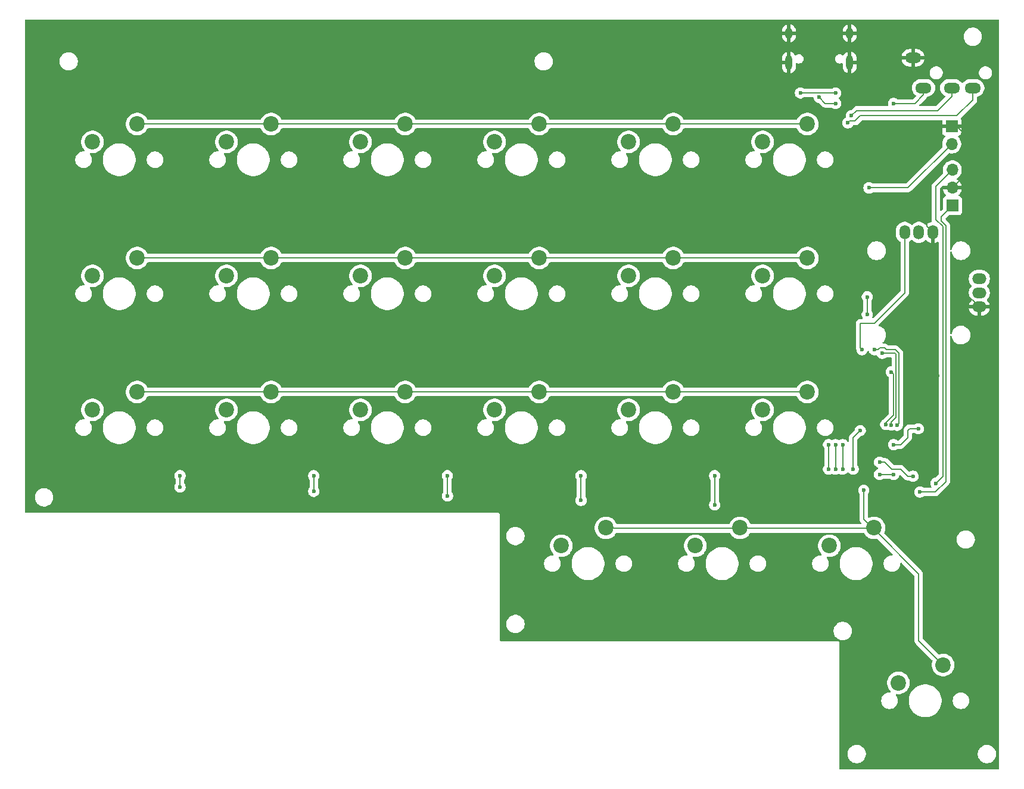
<source format=gbr>
%TF.GenerationSoftware,KiCad,Pcbnew,9.0.0*%
%TF.CreationDate,2025-03-25T03:22:16+09:00*%
%TF.ProjectId,keyboard,6b657962-6f61-4726-942e-6b696361645f,rev?*%
%TF.SameCoordinates,Original*%
%TF.FileFunction,Copper,L2,Bot*%
%TF.FilePolarity,Positive*%
%FSLAX46Y46*%
G04 Gerber Fmt 4.6, Leading zero omitted, Abs format (unit mm)*
G04 Created by KiCad (PCBNEW 9.0.0) date 2025-03-25 03:22:16*
%MOMM*%
%LPD*%
G01*
G04 APERTURE LIST*
%TA.AperFunction,ComponentPad*%
%ADD10C,2.200000*%
%TD*%
%TA.AperFunction,ComponentPad*%
%ADD11O,1.500000X2.000000*%
%TD*%
%TA.AperFunction,ComponentPad*%
%ADD12O,2.000000X1.500000*%
%TD*%
%TA.AperFunction,HeatsinkPad*%
%ADD13O,1.000000X2.100000*%
%TD*%
%TA.AperFunction,HeatsinkPad*%
%ADD14O,1.000000X1.600000*%
%TD*%
%TA.AperFunction,ComponentPad*%
%ADD15R,1.700000X1.700000*%
%TD*%
%TA.AperFunction,ComponentPad*%
%ADD16O,1.700000X1.700000*%
%TD*%
%TA.AperFunction,ComponentPad*%
%ADD17O,2.300000X1.500000*%
%TD*%
%TA.AperFunction,ViaPad*%
%ADD18C,0.600000*%
%TD*%
%TA.AperFunction,Conductor*%
%ADD19C,0.200000*%
%TD*%
G04 APERTURE END LIST*
D10*
%TO.P,SW12,1,A*%
%TO.N,row2*%
X183971000Y-78474000D03*
%TO.P,SW12,2,B*%
%TO.N,Net-(D12-K)*%
X177621000Y-81014000D03*
%TD*%
%TO.P,SW14,1,A*%
%TO.N,row3*%
X107771000Y-97524000D03*
%TO.P,SW14,2,B*%
%TO.N,Net-(D14-K)*%
X101421000Y-100064000D03*
%TD*%
D11*
%TO.P,J5,1,Pin_1*%
%TO.N,GND*%
X201821000Y-74824000D03*
D12*
X208421000Y-85424000D03*
D11*
%TO.P,J5,2,Pin_2*%
%TO.N,GPIO27*%
X199821000Y-74824000D03*
%TO.P,J5,3,Pin_3*%
%TO.N,+3.3V*%
X197821000Y-74824000D03*
D12*
X208421000Y-81424000D03*
%TO.P,J5,4,Pin_4*%
%TO.N,GPIO26*%
X208421000Y-83424000D03*
%TD*%
D10*
%TO.P,SW18,1,A*%
%TO.N,row3*%
X183971000Y-97524000D03*
%TO.P,SW18,2,B*%
%TO.N,Net-(D18-K)*%
X177621000Y-100064000D03*
%TD*%
%TO.P,SW17,1,A*%
%TO.N,row3*%
X164921000Y-97524000D03*
%TO.P,SW17,2,B*%
%TO.N,Net-(D17-K)*%
X158571000Y-100064000D03*
%TD*%
%TO.P,SW20,1,A*%
%TO.N,rowX*%
X174411000Y-116844000D03*
%TO.P,SW20,2,B*%
%TO.N,Net-(D20-K)*%
X168061000Y-119384000D03*
%TD*%
%TO.P,SW1,1,A*%
%TO.N,row1*%
X88721000Y-59424000D03*
%TO.P,SW1,2,B*%
%TO.N,Net-(D1-K)*%
X82371000Y-61964000D03*
%TD*%
D13*
%TO.P,J1,S1,SHIELD*%
%TO.N,GND*%
X190000000Y-50680000D03*
D14*
X190000000Y-46500000D03*
D13*
X181360000Y-50680000D03*
D14*
X181360000Y-46500000D03*
%TD*%
D10*
%TO.P,SW11,1,A*%
%TO.N,row2*%
X164921000Y-78474000D03*
%TO.P,SW11,2,B*%
%TO.N,Net-(D11-K)*%
X158571000Y-81014000D03*
%TD*%
%TO.P,SW9,1,A*%
%TO.N,row2*%
X126821000Y-78474000D03*
%TO.P,SW9,2,B*%
%TO.N,Net-(D9-K)*%
X120471000Y-81014000D03*
%TD*%
%TO.P,SW10,1,A*%
%TO.N,row2*%
X145871000Y-78474000D03*
%TO.P,SW10,2,B*%
%TO.N,Net-(D10-K)*%
X139521000Y-81014000D03*
%TD*%
%TO.P,SW15,1,A*%
%TO.N,row3*%
X126821000Y-97524000D03*
%TO.P,SW15,2,B*%
%TO.N,Net-(D15-K)*%
X120471000Y-100064000D03*
%TD*%
%TO.P,SW5,1,A*%
%TO.N,row1*%
X164921000Y-59424000D03*
%TO.P,SW5,2,B*%
%TO.N,Net-(D5-K)*%
X158571000Y-61964000D03*
%TD*%
D15*
%TO.P,J3,1,Pin_1*%
%TO.N,GND*%
X204500000Y-59725000D03*
D16*
%TO.P,J3,2,Pin_2*%
%TO.N,/USB_BOOT*%
X204500000Y-62265000D03*
%TD*%
D10*
%TO.P,SW13,1,A*%
%TO.N,row3*%
X88721000Y-97524000D03*
%TO.P,SW13,2,B*%
%TO.N,Net-(D13-K)*%
X82371000Y-100064000D03*
%TD*%
%TO.P,SW2,1,A*%
%TO.N,row1*%
X107771000Y-59424000D03*
%TO.P,SW2,2,B*%
%TO.N,Net-(D2-K)*%
X101421000Y-61964000D03*
%TD*%
D17*
%TO.P,J4,R1*%
%TO.N,GPIO0*%
X204500000Y-54300000D03*
%TO.P,J4,R2*%
%TO.N,GPIO1*%
X207500000Y-54300000D03*
%TO.P,J4,S*%
%TO.N,GND*%
X199000000Y-50000000D03*
%TO.P,J4,T*%
%TO.N,+3.3V*%
X200500000Y-54300000D03*
%TD*%
D10*
%TO.P,SW3,1,A*%
%TO.N,row1*%
X126821000Y-59424000D03*
%TO.P,SW3,2,B*%
%TO.N,Net-(D3-K)*%
X120471000Y-61964000D03*
%TD*%
%TO.P,SW4,1,A*%
%TO.N,row1*%
X145871000Y-59424000D03*
%TO.P,SW4,2,B*%
%TO.N,Net-(D4-K)*%
X139521000Y-61964000D03*
%TD*%
%TO.P,SW6,1,A*%
%TO.N,row1*%
X183971000Y-59424000D03*
%TO.P,SW6,2,B*%
%TO.N,Net-(D6-K)*%
X177621000Y-61964000D03*
%TD*%
%TO.P,SW8,1,A*%
%TO.N,row2*%
X107771000Y-78474000D03*
%TO.P,SW8,2,B*%
%TO.N,Net-(D8-K)*%
X101421000Y-81014000D03*
%TD*%
%TO.P,SW22,1,A*%
%TO.N,rowX*%
X203281000Y-136344000D03*
%TO.P,SW22,2,B*%
%TO.N,Net-(D22-K)*%
X196931000Y-138884000D03*
%TD*%
D15*
%TO.P,J2,1,Pin_1*%
%TO.N,Net-(J2-Pin_1)*%
X204600000Y-71025000D03*
D16*
%TO.P,J2,2,Pin_2*%
%TO.N,GND*%
X204600000Y-68485000D03*
%TO.P,J2,3,Pin_3*%
%TO.N,Net-(J2-Pin_3)*%
X204600000Y-65945000D03*
%TD*%
D10*
%TO.P,SW19,1,A*%
%TO.N,rowX*%
X155361000Y-116844000D03*
%TO.P,SW19,2,B*%
%TO.N,Net-(D19-K)*%
X149011000Y-119384000D03*
%TD*%
%TO.P,SW7,1,A*%
%TO.N,row2*%
X88721000Y-78474000D03*
%TO.P,SW7,2,B*%
%TO.N,Net-(D7-K)*%
X82371000Y-81014000D03*
%TD*%
%TO.P,SW16,1,A*%
%TO.N,row3*%
X145871000Y-97524000D03*
%TO.P,SW16,2,B*%
%TO.N,Net-(D16-K)*%
X139521000Y-100064000D03*
%TD*%
%TO.P,SW21,1,A*%
%TO.N,rowX*%
X193461000Y-116844000D03*
%TO.P,SW21,2,B*%
%TO.N,Net-(D21-K)*%
X187111000Y-119384000D03*
%TD*%
D18*
%TO.N,GND*%
X196562500Y-107100000D03*
X197250000Y-145000000D03*
X103250000Y-69000000D03*
X129500000Y-107500000D03*
X202000000Y-121500000D03*
X79750000Y-93750000D03*
X140750000Y-107750000D03*
X74000000Y-107000000D03*
X146000000Y-129750000D03*
X140750000Y-70000000D03*
X201000000Y-71250000D03*
X184250000Y-88500000D03*
X177000000Y-127500000D03*
X121500000Y-88250000D03*
X159250000Y-89750000D03*
X194000000Y-99500000D03*
X103750000Y-107750000D03*
X90750000Y-74250000D03*
X164750000Y-52000000D03*
X186500000Y-127250000D03*
X180000000Y-68750000D03*
X92750000Y-50750000D03*
X159000000Y-128500000D03*
X178000000Y-106500000D03*
X201000000Y-115500000D03*
X202500000Y-95250000D03*
X166750000Y-67750000D03*
X165250000Y-106000000D03*
X148500000Y-87250000D03*
X163500000Y-114750000D03*
X73750000Y-76750000D03*
X78250000Y-56750000D03*
X111000000Y-88250000D03*
X206000000Y-82250000D03*
X128500000Y-113000000D03*
X144500000Y-116000000D03*
X201750000Y-97250000D03*
X195500000Y-112500000D03*
X208250000Y-128000000D03*
X92000000Y-112750000D03*
X124500000Y-50000000D03*
X129000000Y-68750000D03*
%TO.N,+3.3V*%
X190500000Y-108500000D03*
X191500000Y-103000000D03*
X196250000Y-109250000D03*
X194250000Y-109250000D03*
X191750000Y-91500000D03*
X196250000Y-56500000D03*
%TO.N,+1V1*%
X196250000Y-105000000D03*
X199750000Y-102750000D03*
X194250000Y-107500000D03*
X199000000Y-109500000D03*
%TO.N,col2*%
X94821000Y-109424000D03*
X94820999Y-111032304D03*
%TO.N,col3*%
X113821000Y-109424000D03*
X113830246Y-111647286D03*
%TO.N,col4*%
X132847630Y-112305532D03*
X132821000Y-109424000D03*
%TO.N,col5*%
X151821000Y-112924000D03*
X151821000Y-109424000D03*
%TO.N,col6*%
X170822257Y-113583781D03*
X170821000Y-109424000D03*
%TO.N,Net-(J1-D--PadA7)*%
X185655886Y-55615785D03*
X188000000Y-56500000D03*
%TO.N,Net-(J1-CC1)*%
X183000000Y-55000000D03*
X188000000Y-55000000D03*
%TO.N,Net-(J2-Pin_1)*%
X200000000Y-111750000D03*
%TO.N,/USB_BOOT*%
X192750000Y-68500000D03*
%TO.N,QSPI_SS*%
X192500000Y-86500000D03*
X192500000Y-84000000D03*
%TO.N,row1*%
X189000000Y-108500000D03*
X189000000Y-105000000D03*
%TO.N,row2*%
X188000000Y-105000000D03*
X188000000Y-108500000D03*
%TO.N,row3*%
X187000000Y-105000000D03*
X187000000Y-108500000D03*
%TO.N,QSPI_SD0*%
X195125621Y-102134606D03*
X195910094Y-94665633D03*
%TO.N,QSPI_SD3*%
X193500000Y-91500000D03*
X196750000Y-102250000D03*
%TO.N,Net-(J2-Pin_3)*%
X202250000Y-110500000D03*
%TO.N,GPIO1*%
X189750000Y-59250000D03*
%TO.N,QSPI_SCLK*%
X194636814Y-92025029D03*
X195921530Y-102212556D03*
%TO.N,GPIO0*%
X190250000Y-58250000D03*
%TO.N,rowX*%
X192000000Y-111500000D03*
%TD*%
D19*
%TO.N,GND*%
X206000000Y-60500000D02*
X206000000Y-67085000D01*
X201750000Y-96000000D02*
X201750000Y-97250000D01*
X206000000Y-82250000D02*
X206000000Y-83003000D01*
X201000000Y-71250000D02*
X201000000Y-74003000D01*
X194000000Y-104537500D02*
X194000000Y-99500000D01*
X201000000Y-74003000D02*
X201821000Y-74824000D01*
X202500000Y-95250000D02*
X201750000Y-96000000D01*
X204500000Y-59725000D02*
X205225000Y-59725000D01*
X206000000Y-67085000D02*
X204600000Y-68485000D01*
X206000000Y-83003000D02*
X208421000Y-85424000D01*
X205225000Y-59725000D02*
X206000000Y-60500000D01*
X196562500Y-107100000D02*
X194000000Y-104537500D01*
%TO.N,+3.3V*%
X199250000Y-56500000D02*
X200500000Y-55250000D01*
X190500000Y-104000000D02*
X191500000Y-103000000D01*
X191500000Y-87750000D02*
X191500000Y-91250000D01*
X194250000Y-109250000D02*
X196250000Y-109250000D01*
X191500000Y-91250000D02*
X191750000Y-91500000D01*
X196250000Y-56500000D02*
X199250000Y-56500000D01*
X190500000Y-108500000D02*
X190500000Y-104000000D01*
X197821000Y-74824000D02*
X197821000Y-83429000D01*
X193500000Y-87750000D02*
X191500000Y-87750000D01*
X197821000Y-83429000D02*
X193500000Y-87750000D01*
X200500000Y-55250000D02*
X200500000Y-54300000D01*
%TO.N,+1V1*%
X196250000Y-105000000D02*
X197250000Y-105000000D01*
X198250000Y-109500000D02*
X199000000Y-109500000D01*
X196000000Y-108500000D02*
X197250000Y-108500000D01*
X198250000Y-103000000D02*
X198500000Y-102750000D01*
X197250000Y-108500000D02*
X198250000Y-109500000D01*
X198500000Y-102750000D02*
X199750000Y-102750000D01*
X194250000Y-107500000D02*
X195000000Y-107500000D01*
X197250000Y-105000000D02*
X198250000Y-104000000D01*
X198250000Y-104000000D02*
X198250000Y-103000000D01*
X195000000Y-107500000D02*
X196000000Y-108500000D01*
%TO.N,col2*%
X94821000Y-109424000D02*
X94821000Y-111032303D01*
X94821000Y-111032303D02*
X94820999Y-111032304D01*
%TO.N,col3*%
X113821000Y-111638040D02*
X113830246Y-111647286D01*
X113821000Y-109424000D02*
X113821000Y-111638040D01*
%TO.N,col4*%
X132821000Y-112278902D02*
X132847630Y-112305532D01*
X132821000Y-109424000D02*
X132821000Y-112278902D01*
%TO.N,col5*%
X151821000Y-109424000D02*
X151821000Y-112924000D01*
%TO.N,col6*%
X170821000Y-113582524D02*
X170822257Y-113583781D01*
X170821000Y-109424000D02*
X170821000Y-113582524D01*
%TO.N,Net-(J1-D--PadA7)*%
X186540101Y-56500000D02*
X188000000Y-56500000D01*
X185655886Y-55615785D02*
X186540101Y-56500000D01*
%TO.N,Net-(J1-CC1)*%
X183000000Y-55000000D02*
X188000000Y-55000000D01*
%TO.N,Net-(J2-Pin_1)*%
X203032843Y-72592157D02*
X203032843Y-73217157D01*
X203032843Y-73217157D02*
X203654169Y-73838483D01*
X202154169Y-111750000D02*
X203654169Y-110250000D01*
X203654169Y-77342491D02*
X203654169Y-110250000D01*
X200000000Y-111750000D02*
X202154169Y-111750000D01*
X203654169Y-73838483D02*
X203654169Y-77342491D01*
X204600000Y-71025000D02*
X203032843Y-72592157D01*
%TO.N,/USB_BOOT*%
X195250000Y-68500000D02*
X192750000Y-68500000D01*
X204500000Y-62265000D02*
X198265000Y-68500000D01*
X198265000Y-68500000D02*
X195250000Y-68500000D01*
%TO.N,GPIO26*%
X208345000Y-83500000D02*
X208421000Y-83424000D01*
%TO.N,QSPI_SS*%
X192500000Y-84000000D02*
X192500000Y-86500000D01*
%TO.N,row1*%
X126821000Y-59424000D02*
X145871000Y-59424000D01*
X189000000Y-108500000D02*
X189000000Y-105500000D01*
X126821000Y-59424000D02*
X107771000Y-59424000D01*
X189000000Y-105500000D02*
X189000000Y-105000000D01*
X145871000Y-59424000D02*
X164921000Y-59424000D01*
X183971000Y-59424000D02*
X164921000Y-59424000D01*
X107771000Y-59424000D02*
X88721000Y-59424000D01*
%TO.N,row2*%
X188000000Y-108500000D02*
X188000000Y-105000000D01*
X183971000Y-78474000D02*
X88721000Y-78474000D01*
X88721000Y-78474000D02*
X107771000Y-78474000D01*
%TO.N,row3*%
X107771000Y-97524000D02*
X88721000Y-97524000D01*
X187000000Y-108500000D02*
X187000000Y-105000000D01*
X183971000Y-97524000D02*
X179321000Y-97524000D01*
X179321000Y-97524000D02*
X88721000Y-97524000D01*
X183971000Y-97524000D02*
X182721000Y-97524000D01*
%TO.N,QSPI_SD0*%
X196195560Y-94951099D02*
X195910094Y-94665633D01*
X195125621Y-102134606D02*
X195125621Y-101874379D01*
X196195560Y-100804440D02*
X196195560Y-94951099D01*
X195125621Y-101874379D02*
X196195560Y-100804440D01*
%TO.N,QSPI_SD3*%
X193500000Y-91500000D02*
X193389118Y-91500000D01*
X197000000Y-102000000D02*
X197000000Y-92000000D01*
X193389118Y-91500000D02*
X193365455Y-91476337D01*
X194000000Y-91500000D02*
X193500000Y-91500000D01*
X195000000Y-91250000D02*
X194250000Y-91250000D01*
X197000000Y-92000000D02*
X196500000Y-91500000D01*
X195250000Y-91500000D02*
X195000000Y-91250000D01*
X196500000Y-91500000D02*
X195250000Y-91500000D01*
X196750000Y-102250000D02*
X197000000Y-102000000D01*
X194250000Y-91250000D02*
X194000000Y-91500000D01*
%TO.N,Net-(J2-Pin_3)*%
X202250000Y-68295000D02*
X204600000Y-65945000D01*
X203250000Y-109250000D02*
X203250000Y-74000000D01*
X203250000Y-109500000D02*
X203250000Y-109250000D01*
X202250000Y-73000000D02*
X202250000Y-68295000D01*
X203250000Y-74000000D02*
X202250000Y-73000000D01*
X202250000Y-110500000D02*
X203250000Y-109500000D01*
%TO.N,GPIO1*%
X207500000Y-56000000D02*
X205250000Y-58250000D01*
X190000000Y-59000000D02*
X190250000Y-59000000D01*
X191500000Y-58250000D02*
X205250000Y-58250000D01*
X190250000Y-59000000D02*
X190750000Y-59000000D01*
X207500000Y-54300000D02*
X207500000Y-56000000D01*
X190750000Y-59000000D02*
X191500000Y-58250000D01*
X189750000Y-59250000D02*
X190000000Y-59000000D01*
%TO.N,QSPI_SCLK*%
X196597383Y-101152617D02*
X196597383Y-92163069D01*
X195921530Y-102212556D02*
X195921530Y-101828470D01*
X196459343Y-92025029D02*
X194636814Y-92025029D01*
X196597383Y-92163069D02*
X196459343Y-92025029D01*
X195921530Y-101828470D02*
X196597383Y-101152617D01*
%TO.N,GPIO0*%
X204500000Y-54300000D02*
X204500000Y-55500000D01*
X190250000Y-58250000D02*
X191000000Y-57500000D01*
X204500000Y-55500000D02*
X202500000Y-57500000D01*
X191000000Y-57500000D02*
X202500000Y-57500000D01*
%TO.N,rowX*%
X155441000Y-116924000D02*
X155361000Y-116844000D01*
X193321000Y-116924000D02*
X155441000Y-116924000D01*
X192000000Y-115603000D02*
X193321000Y-116924000D01*
X199821000Y-132884000D02*
X199821000Y-123424000D01*
X192000000Y-111500000D02*
X192000000Y-115603000D01*
X203281000Y-136344000D02*
X199821000Y-132884000D01*
X199821000Y-123424000D02*
X193321000Y-116924000D01*
%TD*%
%TA.AperFunction,Conductor*%
%TO.N,GND*%
G36*
X204134075Y-68292007D02*
G01*
X204100000Y-68419174D01*
X204100000Y-68550826D01*
X204134075Y-68677993D01*
X204166988Y-68735000D01*
X203272769Y-68735000D01*
X203283242Y-68801126D01*
X203283242Y-68801129D01*
X203348904Y-69003217D01*
X203445379Y-69192557D01*
X203570272Y-69364459D01*
X203570276Y-69364464D01*
X203683946Y-69478134D01*
X203717431Y-69539457D01*
X203712447Y-69609149D01*
X203670575Y-69665082D01*
X203639598Y-69681997D01*
X203507671Y-69731202D01*
X203507664Y-69731206D01*
X203392455Y-69817452D01*
X203392452Y-69817455D01*
X203306206Y-69932664D01*
X203306202Y-69932671D01*
X203255908Y-70067517D01*
X203249501Y-70127116D01*
X203249501Y-70127123D01*
X203249500Y-70127135D01*
X203249500Y-71474901D01*
X203240855Y-71504341D01*
X203234332Y-71534328D01*
X203230577Y-71539343D01*
X203229815Y-71541940D01*
X203213181Y-71562582D01*
X203062181Y-71713582D01*
X203000858Y-71747067D01*
X202931166Y-71742083D01*
X202875233Y-71700211D01*
X202850816Y-71634747D01*
X202850500Y-71625901D01*
X202850500Y-68595096D01*
X202870185Y-68528057D01*
X202886814Y-68507420D01*
X203125617Y-68268617D01*
X203186939Y-68235133D01*
X203215604Y-68237182D01*
X203215604Y-68235000D01*
X204166988Y-68235000D01*
X204134075Y-68292007D01*
G37*
%TD.AperFunction*%
%TA.AperFunction,Conductor*%
G36*
X211142539Y-44570185D02*
G01*
X211188294Y-44622989D01*
X211199500Y-44674500D01*
X211199500Y-151075500D01*
X211179815Y-151142539D01*
X211127011Y-151188294D01*
X211075500Y-151199500D01*
X188674500Y-151199500D01*
X188607461Y-151179815D01*
X188561706Y-151127011D01*
X188550500Y-151075500D01*
X188550500Y-148897648D01*
X189699500Y-148897648D01*
X189699500Y-149102351D01*
X189731522Y-149304534D01*
X189794781Y-149499223D01*
X189815926Y-149540721D01*
X189881481Y-149669380D01*
X189887715Y-149681613D01*
X190008028Y-149847213D01*
X190152786Y-149991971D01*
X190307749Y-150104556D01*
X190318390Y-150112287D01*
X190434607Y-150171503D01*
X190500776Y-150205218D01*
X190500778Y-150205218D01*
X190500781Y-150205220D01*
X190605137Y-150239127D01*
X190695465Y-150268477D01*
X190796557Y-150284488D01*
X190897648Y-150300500D01*
X190897649Y-150300500D01*
X191102351Y-150300500D01*
X191102352Y-150300500D01*
X191304534Y-150268477D01*
X191499219Y-150205220D01*
X191681610Y-150112287D01*
X191774590Y-150044732D01*
X191847213Y-149991971D01*
X191847215Y-149991968D01*
X191847219Y-149991966D01*
X191991966Y-149847219D01*
X191991968Y-149847215D01*
X191991971Y-149847213D01*
X192101736Y-149696132D01*
X192112287Y-149681610D01*
X192205220Y-149499219D01*
X192268477Y-149304534D01*
X192300500Y-149102352D01*
X192300500Y-148897648D01*
X208199500Y-148897648D01*
X208199500Y-149102351D01*
X208231522Y-149304534D01*
X208294781Y-149499223D01*
X208315926Y-149540721D01*
X208381481Y-149669380D01*
X208387715Y-149681613D01*
X208508028Y-149847213D01*
X208652786Y-149991971D01*
X208807749Y-150104556D01*
X208818390Y-150112287D01*
X208934607Y-150171503D01*
X209000776Y-150205218D01*
X209000778Y-150205218D01*
X209000781Y-150205220D01*
X209105137Y-150239127D01*
X209195465Y-150268477D01*
X209296557Y-150284488D01*
X209397648Y-150300500D01*
X209397649Y-150300500D01*
X209602351Y-150300500D01*
X209602352Y-150300500D01*
X209804534Y-150268477D01*
X209999219Y-150205220D01*
X210181610Y-150112287D01*
X210274590Y-150044732D01*
X210347213Y-149991971D01*
X210347215Y-149991968D01*
X210347219Y-149991966D01*
X210491966Y-149847219D01*
X210491968Y-149847215D01*
X210491971Y-149847213D01*
X210601736Y-149696132D01*
X210612287Y-149681610D01*
X210705220Y-149499219D01*
X210768477Y-149304534D01*
X210800500Y-149102352D01*
X210800500Y-148897648D01*
X210768477Y-148695466D01*
X210760286Y-148670258D01*
X210705218Y-148500776D01*
X210645256Y-148383096D01*
X210612287Y-148318390D01*
X210601736Y-148303868D01*
X210491971Y-148152786D01*
X210347213Y-148008028D01*
X210181613Y-147887715D01*
X210181612Y-147887714D01*
X210181610Y-147887713D01*
X210124653Y-147858691D01*
X209999223Y-147794781D01*
X209804534Y-147731522D01*
X209629995Y-147703878D01*
X209602352Y-147699500D01*
X209397648Y-147699500D01*
X209373329Y-147703351D01*
X209195465Y-147731522D01*
X209000776Y-147794781D01*
X208818386Y-147887715D01*
X208652786Y-148008028D01*
X208508028Y-148152786D01*
X208387715Y-148318386D01*
X208294781Y-148500776D01*
X208231522Y-148695465D01*
X208199500Y-148897648D01*
X192300500Y-148897648D01*
X192268477Y-148695466D01*
X192260286Y-148670258D01*
X192205218Y-148500776D01*
X192145256Y-148383096D01*
X192112287Y-148318390D01*
X192101736Y-148303868D01*
X191991971Y-148152786D01*
X191847213Y-148008028D01*
X191681613Y-147887715D01*
X191681612Y-147887714D01*
X191681610Y-147887713D01*
X191624653Y-147858691D01*
X191499223Y-147794781D01*
X191304534Y-147731522D01*
X191129995Y-147703878D01*
X191102352Y-147699500D01*
X190897648Y-147699500D01*
X190873329Y-147703351D01*
X190695465Y-147731522D01*
X190500776Y-147794781D01*
X190318386Y-147887715D01*
X190152786Y-148008028D01*
X190008028Y-148152786D01*
X189887715Y-148318386D01*
X189794781Y-148500776D01*
X189731522Y-148695465D01*
X189699500Y-148897648D01*
X188550500Y-148897648D01*
X188550500Y-141331093D01*
X194480500Y-141331093D01*
X194480500Y-141516906D01*
X194509568Y-141700435D01*
X194509568Y-141700438D01*
X194566986Y-141877152D01*
X194651346Y-142042717D01*
X194760565Y-142193044D01*
X194891956Y-142324435D01*
X195042283Y-142433654D01*
X195207845Y-142518012D01*
X195207847Y-142518013D01*
X195384562Y-142575431D01*
X195384563Y-142575431D01*
X195384566Y-142575432D01*
X195568093Y-142604500D01*
X195568094Y-142604500D01*
X195753906Y-142604500D01*
X195753907Y-142604500D01*
X195937434Y-142575432D01*
X195937437Y-142575431D01*
X195937438Y-142575431D01*
X196114152Y-142518013D01*
X196114152Y-142518012D01*
X196114155Y-142518012D01*
X196279717Y-142433654D01*
X196430044Y-142324435D01*
X196561435Y-142193044D01*
X196670654Y-142042717D01*
X196755012Y-141877155D01*
X196812432Y-141700434D01*
X196841500Y-141516907D01*
X196841500Y-141331093D01*
X196832021Y-141271243D01*
X198410500Y-141271243D01*
X198410500Y-141576756D01*
X198450375Y-141879630D01*
X198529445Y-142174722D01*
X198646349Y-142456955D01*
X198646357Y-142456972D01*
X198714750Y-142575431D01*
X198799103Y-142721534D01*
X198799105Y-142721537D01*
X198799106Y-142721538D01*
X198985076Y-142963900D01*
X198985082Y-142963907D01*
X199201092Y-143179917D01*
X199201098Y-143179922D01*
X199443466Y-143365897D01*
X199613506Y-143464070D01*
X199708027Y-143518642D01*
X199708032Y-143518644D01*
X199708035Y-143518646D01*
X199708039Y-143518647D01*
X199708044Y-143518650D01*
X199797555Y-143555726D01*
X199990278Y-143635555D01*
X200285367Y-143714624D01*
X200588251Y-143754500D01*
X200588258Y-143754500D01*
X200893742Y-143754500D01*
X200893749Y-143754500D01*
X201196633Y-143714624D01*
X201491722Y-143635555D01*
X201773965Y-143518646D01*
X202038534Y-143365897D01*
X202280902Y-143179922D01*
X202496922Y-142963902D01*
X202682897Y-142721534D01*
X202835646Y-142456965D01*
X202952555Y-142174722D01*
X203031624Y-141879633D01*
X203071500Y-141576749D01*
X203071500Y-141331093D01*
X204640500Y-141331093D01*
X204640500Y-141516906D01*
X204669568Y-141700435D01*
X204669568Y-141700438D01*
X204726986Y-141877152D01*
X204811346Y-142042717D01*
X204920565Y-142193044D01*
X205051956Y-142324435D01*
X205202283Y-142433654D01*
X205367845Y-142518012D01*
X205367847Y-142518013D01*
X205544562Y-142575431D01*
X205544563Y-142575431D01*
X205544566Y-142575432D01*
X205728093Y-142604500D01*
X205728094Y-142604500D01*
X205913906Y-142604500D01*
X205913907Y-142604500D01*
X206097434Y-142575432D01*
X206097437Y-142575431D01*
X206097438Y-142575431D01*
X206274152Y-142518013D01*
X206274152Y-142518012D01*
X206274155Y-142518012D01*
X206439717Y-142433654D01*
X206590044Y-142324435D01*
X206721435Y-142193044D01*
X206830654Y-142042717D01*
X206915012Y-141877155D01*
X206972432Y-141700434D01*
X207001500Y-141516907D01*
X207001500Y-141331093D01*
X206972432Y-141147566D01*
X206972431Y-141147562D01*
X206972431Y-141147561D01*
X206915013Y-140970847D01*
X206830653Y-140805282D01*
X206830651Y-140805279D01*
X206721435Y-140654956D01*
X206590044Y-140523565D01*
X206439717Y-140414346D01*
X206393951Y-140391027D01*
X206274152Y-140329986D01*
X206097437Y-140272568D01*
X205959788Y-140250767D01*
X205913907Y-140243500D01*
X205728093Y-140243500D01*
X205668952Y-140252867D01*
X205544564Y-140272568D01*
X205544561Y-140272568D01*
X205367847Y-140329986D01*
X205202282Y-140414346D01*
X205133263Y-140464492D01*
X205051956Y-140523565D01*
X205051954Y-140523567D01*
X205051953Y-140523567D01*
X204920567Y-140654953D01*
X204920567Y-140654954D01*
X204920565Y-140654956D01*
X204873659Y-140719515D01*
X204811346Y-140805282D01*
X204726986Y-140970847D01*
X204669568Y-141147561D01*
X204669568Y-141147564D01*
X204640500Y-141331093D01*
X203071500Y-141331093D01*
X203071500Y-141271251D01*
X203031624Y-140968367D01*
X202952555Y-140673278D01*
X202835646Y-140391035D01*
X202835644Y-140391032D01*
X202835642Y-140391027D01*
X202755876Y-140252870D01*
X202682897Y-140126466D01*
X202529576Y-139926654D01*
X202496923Y-139884099D01*
X202496917Y-139884092D01*
X202280907Y-139668082D01*
X202280900Y-139668076D01*
X202038538Y-139482106D01*
X202038537Y-139482105D01*
X202038534Y-139482103D01*
X201933050Y-139421202D01*
X201773972Y-139329357D01*
X201773955Y-139329349D01*
X201491722Y-139212445D01*
X201196630Y-139133375D01*
X200893756Y-139093500D01*
X200893749Y-139093500D01*
X200588251Y-139093500D01*
X200588243Y-139093500D01*
X200285369Y-139133375D01*
X199990277Y-139212445D01*
X199708044Y-139329349D01*
X199708027Y-139329357D01*
X199443461Y-139482106D01*
X199201099Y-139668076D01*
X199201092Y-139668082D01*
X198985082Y-139884092D01*
X198985076Y-139884099D01*
X198799106Y-140126461D01*
X198646357Y-140391027D01*
X198646349Y-140391044D01*
X198529445Y-140673277D01*
X198450375Y-140968369D01*
X198410500Y-141271243D01*
X196832021Y-141271243D01*
X196812432Y-141147566D01*
X196812431Y-141147562D01*
X196812431Y-141147561D01*
X196755013Y-140970847D01*
X196753749Y-140968367D01*
X196670654Y-140805283D01*
X196565770Y-140660922D01*
X196542290Y-140595116D01*
X196558115Y-140527062D01*
X196608221Y-140478367D01*
X196676699Y-140464492D01*
X196685464Y-140465561D01*
X196805038Y-140484500D01*
X196805040Y-140484500D01*
X197056961Y-140484500D01*
X197056962Y-140484500D01*
X197305785Y-140445090D01*
X197545379Y-140367241D01*
X197769845Y-140252870D01*
X197973656Y-140104793D01*
X198151793Y-139926656D01*
X198299870Y-139722845D01*
X198414241Y-139498379D01*
X198492090Y-139258785D01*
X198531500Y-139009962D01*
X198531500Y-138758038D01*
X198492090Y-138509215D01*
X198414241Y-138269621D01*
X198414239Y-138269618D01*
X198414239Y-138269616D01*
X198372747Y-138188184D01*
X198299870Y-138045155D01*
X198198107Y-137905090D01*
X198151798Y-137841350D01*
X198151794Y-137841345D01*
X197973654Y-137663205D01*
X197973649Y-137663201D01*
X197769848Y-137515132D01*
X197769847Y-137515131D01*
X197769845Y-137515130D01*
X197699747Y-137479413D01*
X197545383Y-137400760D01*
X197305785Y-137322910D01*
X197056962Y-137283500D01*
X196805038Y-137283500D01*
X196680626Y-137303205D01*
X196556214Y-137322910D01*
X196316616Y-137400760D01*
X196092151Y-137515132D01*
X195888350Y-137663201D01*
X195888345Y-137663205D01*
X195710205Y-137841345D01*
X195710201Y-137841350D01*
X195562132Y-138045151D01*
X195447760Y-138269616D01*
X195369910Y-138509214D01*
X195330500Y-138758038D01*
X195330500Y-139009961D01*
X195369910Y-139258785D01*
X195447760Y-139498383D01*
X195562132Y-139722848D01*
X195710201Y-139926649D01*
X195710205Y-139926654D01*
X195815370Y-140031819D01*
X195848855Y-140093142D01*
X195843871Y-140162834D01*
X195801999Y-140218767D01*
X195736535Y-140243184D01*
X195727689Y-140243500D01*
X195568093Y-140243500D01*
X195508952Y-140252867D01*
X195384564Y-140272568D01*
X195384561Y-140272568D01*
X195207847Y-140329986D01*
X195042282Y-140414346D01*
X194973263Y-140464492D01*
X194891956Y-140523565D01*
X194891954Y-140523567D01*
X194891953Y-140523567D01*
X194760567Y-140654953D01*
X194760567Y-140654954D01*
X194760565Y-140654956D01*
X194713659Y-140719515D01*
X194651346Y-140805282D01*
X194566986Y-140970847D01*
X194509568Y-141147561D01*
X194509568Y-141147564D01*
X194480500Y-141331093D01*
X188550500Y-141331093D01*
X188550500Y-133210439D01*
X188530020Y-133134009D01*
X188530017Y-133134004D01*
X188490464Y-133065495D01*
X188490458Y-133065487D01*
X188434512Y-133009541D01*
X188434504Y-133009535D01*
X188365995Y-132969982D01*
X188365990Y-132969979D01*
X188340145Y-132963054D01*
X188289562Y-132949500D01*
X188289560Y-132949500D01*
X140424500Y-132949500D01*
X140357461Y-132929815D01*
X140311706Y-132877011D01*
X140300500Y-132825500D01*
X140300500Y-130397648D01*
X141199500Y-130397648D01*
X141199500Y-130602351D01*
X141231522Y-130804534D01*
X141294781Y-130999223D01*
X141354744Y-131116904D01*
X141387712Y-131181609D01*
X141387715Y-131181613D01*
X141508028Y-131347213D01*
X141652786Y-131491971D01*
X141807749Y-131604556D01*
X141818390Y-131612287D01*
X141934607Y-131671503D01*
X142000776Y-131705218D01*
X142000778Y-131705218D01*
X142000781Y-131705220D01*
X142105137Y-131739127D01*
X142195465Y-131768477D01*
X142296557Y-131784488D01*
X142397648Y-131800500D01*
X142397649Y-131800500D01*
X142602351Y-131800500D01*
X142602352Y-131800500D01*
X142804534Y-131768477D01*
X142999219Y-131705220D01*
X143181610Y-131612287D01*
X143274590Y-131544732D01*
X143347213Y-131491971D01*
X143347215Y-131491968D01*
X143347219Y-131491966D01*
X143441537Y-131397648D01*
X187699500Y-131397648D01*
X187699500Y-131602351D01*
X187731522Y-131804534D01*
X187794781Y-131999223D01*
X187815926Y-132040721D01*
X187881481Y-132169380D01*
X187887715Y-132181613D01*
X188008028Y-132347213D01*
X188152786Y-132491971D01*
X188279322Y-132583903D01*
X188318390Y-132612287D01*
X188434607Y-132671503D01*
X188500776Y-132705218D01*
X188500778Y-132705218D01*
X188500781Y-132705220D01*
X188605137Y-132739127D01*
X188695465Y-132768477D01*
X188796557Y-132784488D01*
X188897648Y-132800500D01*
X188897649Y-132800500D01*
X189102351Y-132800500D01*
X189102352Y-132800500D01*
X189304534Y-132768477D01*
X189499219Y-132705220D01*
X189681610Y-132612287D01*
X189774590Y-132544732D01*
X189847213Y-132491971D01*
X189847215Y-132491968D01*
X189847219Y-132491966D01*
X189991966Y-132347219D01*
X189991968Y-132347215D01*
X189991971Y-132347213D01*
X190101736Y-132196132D01*
X190112287Y-132181610D01*
X190205220Y-131999219D01*
X190268477Y-131804534D01*
X190300500Y-131602352D01*
X190300500Y-131397648D01*
X190284550Y-131296946D01*
X190268477Y-131195465D01*
X190205218Y-131000776D01*
X190145256Y-130883096D01*
X190112287Y-130818390D01*
X190101736Y-130803868D01*
X189991971Y-130652786D01*
X189847213Y-130508028D01*
X189681613Y-130387715D01*
X189681612Y-130387714D01*
X189681610Y-130387713D01*
X189624653Y-130358691D01*
X189499223Y-130294781D01*
X189304534Y-130231522D01*
X189129995Y-130203878D01*
X189102352Y-130199500D01*
X188897648Y-130199500D01*
X188873329Y-130203351D01*
X188695465Y-130231522D01*
X188500776Y-130294781D01*
X188318386Y-130387715D01*
X188152786Y-130508028D01*
X188008028Y-130652786D01*
X187887715Y-130818386D01*
X187794781Y-131000776D01*
X187731522Y-131195465D01*
X187699500Y-131397648D01*
X143441537Y-131397648D01*
X143491966Y-131347219D01*
X143612287Y-131181610D01*
X143705220Y-130999219D01*
X143768477Y-130804534D01*
X143800500Y-130602352D01*
X143800500Y-130397648D01*
X143768477Y-130195466D01*
X143760286Y-130170258D01*
X143705218Y-130000776D01*
X143645256Y-129883096D01*
X143612287Y-129818390D01*
X143601736Y-129803868D01*
X143491971Y-129652786D01*
X143347213Y-129508028D01*
X143181613Y-129387715D01*
X143181612Y-129387714D01*
X143181610Y-129387713D01*
X143124653Y-129358691D01*
X142999223Y-129294781D01*
X142804534Y-129231522D01*
X142629995Y-129203878D01*
X142602352Y-129199500D01*
X142397648Y-129199500D01*
X142373329Y-129203351D01*
X142195465Y-129231522D01*
X142000776Y-129294781D01*
X141818386Y-129387715D01*
X141652786Y-129508028D01*
X141508028Y-129652786D01*
X141387715Y-129818386D01*
X141294781Y-130000776D01*
X141231522Y-130195465D01*
X141199500Y-130397648D01*
X140300500Y-130397648D01*
X140300500Y-121831093D01*
X146560500Y-121831093D01*
X146560500Y-122016906D01*
X146589568Y-122200435D01*
X146589568Y-122200438D01*
X146646986Y-122377152D01*
X146731346Y-122542717D01*
X146840565Y-122693044D01*
X146971956Y-122824435D01*
X147122283Y-122933654D01*
X147287845Y-123018012D01*
X147287847Y-123018013D01*
X147464562Y-123075431D01*
X147464563Y-123075431D01*
X147464566Y-123075432D01*
X147648093Y-123104500D01*
X147648094Y-123104500D01*
X147833906Y-123104500D01*
X147833907Y-123104500D01*
X148017434Y-123075432D01*
X148017437Y-123075431D01*
X148017438Y-123075431D01*
X148194152Y-123018013D01*
X148194152Y-123018012D01*
X148194155Y-123018012D01*
X148359717Y-122933654D01*
X148510044Y-122824435D01*
X148641435Y-122693044D01*
X148750654Y-122542717D01*
X148835012Y-122377155D01*
X148892432Y-122200434D01*
X148921500Y-122016907D01*
X148921500Y-121831093D01*
X148912021Y-121771243D01*
X150490500Y-121771243D01*
X150490500Y-122076756D01*
X150530375Y-122379630D01*
X150609445Y-122674722D01*
X150726349Y-122956955D01*
X150726357Y-122956972D01*
X150783119Y-123055285D01*
X150879103Y-123221534D01*
X150879105Y-123221537D01*
X150879106Y-123221538D01*
X151065076Y-123463900D01*
X151065082Y-123463907D01*
X151281092Y-123679917D01*
X151281099Y-123679923D01*
X151338668Y-123724097D01*
X151523466Y-123865897D01*
X151693506Y-123964070D01*
X151788027Y-124018642D01*
X151788032Y-124018644D01*
X151788035Y-124018646D01*
X151788039Y-124018647D01*
X151788044Y-124018650D01*
X151877555Y-124055726D01*
X152070278Y-124135555D01*
X152365367Y-124214624D01*
X152668251Y-124254500D01*
X152668258Y-124254500D01*
X152973742Y-124254500D01*
X152973749Y-124254500D01*
X153276633Y-124214624D01*
X153571722Y-124135555D01*
X153853965Y-124018646D01*
X154118534Y-123865897D01*
X154360902Y-123679922D01*
X154576922Y-123463902D01*
X154762897Y-123221534D01*
X154915646Y-122956965D01*
X155032555Y-122674722D01*
X155111624Y-122379633D01*
X155151500Y-122076749D01*
X155151500Y-121831093D01*
X156720500Y-121831093D01*
X156720500Y-122016906D01*
X156749568Y-122200435D01*
X156749568Y-122200438D01*
X156806986Y-122377152D01*
X156891346Y-122542717D01*
X157000565Y-122693044D01*
X157131956Y-122824435D01*
X157282283Y-122933654D01*
X157447845Y-123018012D01*
X157447847Y-123018013D01*
X157624562Y-123075431D01*
X157624563Y-123075431D01*
X157624566Y-123075432D01*
X157808093Y-123104500D01*
X157808094Y-123104500D01*
X157993906Y-123104500D01*
X157993907Y-123104500D01*
X158177434Y-123075432D01*
X158177437Y-123075431D01*
X158177438Y-123075431D01*
X158354152Y-123018013D01*
X158354152Y-123018012D01*
X158354155Y-123018012D01*
X158519717Y-122933654D01*
X158670044Y-122824435D01*
X158801435Y-122693044D01*
X158910654Y-122542717D01*
X158995012Y-122377155D01*
X159052432Y-122200434D01*
X159081500Y-122016907D01*
X159081500Y-121831093D01*
X165610500Y-121831093D01*
X165610500Y-122016906D01*
X165639568Y-122200435D01*
X165639568Y-122200438D01*
X165696986Y-122377152D01*
X165781346Y-122542717D01*
X165890565Y-122693044D01*
X166021956Y-122824435D01*
X166172283Y-122933654D01*
X166337845Y-123018012D01*
X166337847Y-123018013D01*
X166514562Y-123075431D01*
X166514563Y-123075431D01*
X166514566Y-123075432D01*
X166698093Y-123104500D01*
X166698094Y-123104500D01*
X166883906Y-123104500D01*
X166883907Y-123104500D01*
X167067434Y-123075432D01*
X167067437Y-123075431D01*
X167067438Y-123075431D01*
X167244152Y-123018013D01*
X167244152Y-123018012D01*
X167244155Y-123018012D01*
X167409717Y-122933654D01*
X167560044Y-122824435D01*
X167691435Y-122693044D01*
X167800654Y-122542717D01*
X167885012Y-122377155D01*
X167942432Y-122200434D01*
X167971500Y-122016907D01*
X167971500Y-121831093D01*
X167962021Y-121771243D01*
X169540500Y-121771243D01*
X169540500Y-122076756D01*
X169580375Y-122379630D01*
X169659445Y-122674722D01*
X169776349Y-122956955D01*
X169776357Y-122956972D01*
X169833119Y-123055285D01*
X169929103Y-123221534D01*
X169929105Y-123221537D01*
X169929106Y-123221538D01*
X170115076Y-123463900D01*
X170115082Y-123463907D01*
X170331092Y-123679917D01*
X170331099Y-123679923D01*
X170388668Y-123724097D01*
X170573466Y-123865897D01*
X170743506Y-123964070D01*
X170838027Y-124018642D01*
X170838032Y-124018644D01*
X170838035Y-124018646D01*
X170838039Y-124018647D01*
X170838044Y-124018650D01*
X170927555Y-124055726D01*
X171120278Y-124135555D01*
X171415367Y-124214624D01*
X171718251Y-124254500D01*
X171718258Y-124254500D01*
X172023742Y-124254500D01*
X172023749Y-124254500D01*
X172326633Y-124214624D01*
X172621722Y-124135555D01*
X172903965Y-124018646D01*
X173168534Y-123865897D01*
X173410902Y-123679922D01*
X173626922Y-123463902D01*
X173812897Y-123221534D01*
X173965646Y-122956965D01*
X174082555Y-122674722D01*
X174161624Y-122379633D01*
X174201500Y-122076749D01*
X174201500Y-121831093D01*
X175770500Y-121831093D01*
X175770500Y-122016906D01*
X175799568Y-122200435D01*
X175799568Y-122200438D01*
X175856986Y-122377152D01*
X175941346Y-122542717D01*
X176050565Y-122693044D01*
X176181956Y-122824435D01*
X176332283Y-122933654D01*
X176497845Y-123018012D01*
X176497847Y-123018013D01*
X176674562Y-123075431D01*
X176674563Y-123075431D01*
X176674566Y-123075432D01*
X176858093Y-123104500D01*
X176858094Y-123104500D01*
X177043906Y-123104500D01*
X177043907Y-123104500D01*
X177227434Y-123075432D01*
X177227437Y-123075431D01*
X177227438Y-123075431D01*
X177404152Y-123018013D01*
X177404152Y-123018012D01*
X177404155Y-123018012D01*
X177569717Y-122933654D01*
X177720044Y-122824435D01*
X177851435Y-122693044D01*
X177960654Y-122542717D01*
X178045012Y-122377155D01*
X178102432Y-122200434D01*
X178131500Y-122016907D01*
X178131500Y-121831093D01*
X184660500Y-121831093D01*
X184660500Y-122016906D01*
X184689568Y-122200435D01*
X184689568Y-122200438D01*
X184746986Y-122377152D01*
X184831346Y-122542717D01*
X184940565Y-122693044D01*
X185071956Y-122824435D01*
X185222283Y-122933654D01*
X185387845Y-123018012D01*
X185387847Y-123018013D01*
X185564562Y-123075431D01*
X185564563Y-123075431D01*
X185564566Y-123075432D01*
X185748093Y-123104500D01*
X185748094Y-123104500D01*
X185933906Y-123104500D01*
X185933907Y-123104500D01*
X186117434Y-123075432D01*
X186117437Y-123075431D01*
X186117438Y-123075431D01*
X186294152Y-123018013D01*
X186294152Y-123018012D01*
X186294155Y-123018012D01*
X186459717Y-122933654D01*
X186610044Y-122824435D01*
X186741435Y-122693044D01*
X186850654Y-122542717D01*
X186935012Y-122377155D01*
X186992432Y-122200434D01*
X187021500Y-122016907D01*
X187021500Y-121831093D01*
X187012021Y-121771243D01*
X188590500Y-121771243D01*
X188590500Y-122076756D01*
X188630375Y-122379630D01*
X188709445Y-122674722D01*
X188826349Y-122956955D01*
X188826357Y-122956972D01*
X188883119Y-123055285D01*
X188979103Y-123221534D01*
X188979105Y-123221537D01*
X188979106Y-123221538D01*
X189165076Y-123463900D01*
X189165082Y-123463907D01*
X189381092Y-123679917D01*
X189381099Y-123679923D01*
X189438668Y-123724097D01*
X189623466Y-123865897D01*
X189793506Y-123964070D01*
X189888027Y-124018642D01*
X189888032Y-124018644D01*
X189888035Y-124018646D01*
X189888039Y-124018647D01*
X189888044Y-124018650D01*
X189977555Y-124055726D01*
X190170278Y-124135555D01*
X190465367Y-124214624D01*
X190768251Y-124254500D01*
X190768258Y-124254500D01*
X191073742Y-124254500D01*
X191073749Y-124254500D01*
X191376633Y-124214624D01*
X191671722Y-124135555D01*
X191953965Y-124018646D01*
X192218534Y-123865897D01*
X192460902Y-123679922D01*
X192676922Y-123463902D01*
X192862897Y-123221534D01*
X193015646Y-122956965D01*
X193132555Y-122674722D01*
X193211624Y-122379633D01*
X193251500Y-122076749D01*
X193251500Y-121771251D01*
X193211624Y-121468367D01*
X193132555Y-121173278D01*
X193015646Y-120891035D01*
X193015644Y-120891032D01*
X193015642Y-120891027D01*
X192935876Y-120752870D01*
X192862897Y-120626466D01*
X192709576Y-120426654D01*
X192676923Y-120384099D01*
X192676917Y-120384092D01*
X192460907Y-120168082D01*
X192460900Y-120168076D01*
X192218538Y-119982106D01*
X192218537Y-119982105D01*
X192218534Y-119982103D01*
X192113050Y-119921202D01*
X191953972Y-119829357D01*
X191953955Y-119829349D01*
X191671722Y-119712445D01*
X191376630Y-119633375D01*
X191073756Y-119593500D01*
X191073749Y-119593500D01*
X190768251Y-119593500D01*
X190768243Y-119593500D01*
X190465369Y-119633375D01*
X190170277Y-119712445D01*
X189888044Y-119829349D01*
X189888027Y-119829357D01*
X189623461Y-119982106D01*
X189381099Y-120168076D01*
X189381092Y-120168082D01*
X189165082Y-120384092D01*
X189165076Y-120384099D01*
X188979106Y-120626461D01*
X188826357Y-120891027D01*
X188826349Y-120891044D01*
X188709445Y-121173277D01*
X188630375Y-121468369D01*
X188590500Y-121771243D01*
X187012021Y-121771243D01*
X186992432Y-121647566D01*
X186992431Y-121647562D01*
X186992431Y-121647561D01*
X186935013Y-121470847D01*
X186933749Y-121468367D01*
X186850654Y-121305283D01*
X186745770Y-121160922D01*
X186722290Y-121095116D01*
X186738115Y-121027062D01*
X186788221Y-120978367D01*
X186856699Y-120964492D01*
X186865464Y-120965561D01*
X186985038Y-120984500D01*
X186985040Y-120984500D01*
X187236961Y-120984500D01*
X187236962Y-120984500D01*
X187485785Y-120945090D01*
X187725379Y-120867241D01*
X187949845Y-120752870D01*
X188153656Y-120604793D01*
X188331793Y-120426656D01*
X188479870Y-120222845D01*
X188594241Y-119998379D01*
X188672090Y-119758785D01*
X188711500Y-119509962D01*
X188711500Y-119258038D01*
X188672090Y-119009215D01*
X188594241Y-118769621D01*
X188594239Y-118769618D01*
X188594239Y-118769616D01*
X188543166Y-118669380D01*
X188479870Y-118545155D01*
X188406201Y-118443758D01*
X188331798Y-118341350D01*
X188331794Y-118341345D01*
X188153654Y-118163205D01*
X188153649Y-118163201D01*
X187949848Y-118015132D01*
X187949847Y-118015131D01*
X187949845Y-118015130D01*
X187879747Y-117979413D01*
X187725383Y-117900760D01*
X187485785Y-117822910D01*
X187365559Y-117803868D01*
X187236962Y-117783500D01*
X186985038Y-117783500D01*
X186900144Y-117796946D01*
X186736214Y-117822910D01*
X186496616Y-117900760D01*
X186272151Y-118015132D01*
X186068350Y-118163201D01*
X186068345Y-118163205D01*
X185890205Y-118341345D01*
X185890201Y-118341350D01*
X185742132Y-118545151D01*
X185627760Y-118769616D01*
X185549910Y-119009214D01*
X185510500Y-119258038D01*
X185510500Y-119509961D01*
X185549910Y-119758785D01*
X185627760Y-119998383D01*
X185742132Y-120222848D01*
X185890201Y-120426649D01*
X185890205Y-120426654D01*
X185995370Y-120531819D01*
X186028855Y-120593142D01*
X186023871Y-120662834D01*
X185981999Y-120718767D01*
X185916535Y-120743184D01*
X185907689Y-120743500D01*
X185748093Y-120743500D01*
X185688952Y-120752867D01*
X185564564Y-120772568D01*
X185564561Y-120772568D01*
X185387847Y-120829986D01*
X185222282Y-120914346D01*
X185153263Y-120964492D01*
X185071956Y-121023565D01*
X185071954Y-121023567D01*
X185071953Y-121023567D01*
X184940567Y-121154953D01*
X184940567Y-121154954D01*
X184940565Y-121154956D01*
X184893659Y-121219515D01*
X184831346Y-121305282D01*
X184746986Y-121470847D01*
X184689568Y-121647561D01*
X184689568Y-121647564D01*
X184660500Y-121831093D01*
X178131500Y-121831093D01*
X178102432Y-121647566D01*
X178102431Y-121647562D01*
X178102431Y-121647561D01*
X178045013Y-121470847D01*
X177960653Y-121305282D01*
X177960651Y-121305279D01*
X177851435Y-121154956D01*
X177720044Y-121023565D01*
X177569717Y-120914346D01*
X177523951Y-120891027D01*
X177404152Y-120829986D01*
X177227437Y-120772568D01*
X177089788Y-120750767D01*
X177043907Y-120743500D01*
X176858093Y-120743500D01*
X176798952Y-120752867D01*
X176674564Y-120772568D01*
X176674561Y-120772568D01*
X176497847Y-120829986D01*
X176332282Y-120914346D01*
X176263263Y-120964492D01*
X176181956Y-121023565D01*
X176181954Y-121023567D01*
X176181953Y-121023567D01*
X176050567Y-121154953D01*
X176050567Y-121154954D01*
X176050565Y-121154956D01*
X176003659Y-121219515D01*
X175941346Y-121305282D01*
X175856986Y-121470847D01*
X175799568Y-121647561D01*
X175799568Y-121647564D01*
X175770500Y-121831093D01*
X174201500Y-121831093D01*
X174201500Y-121771251D01*
X174161624Y-121468367D01*
X174082555Y-121173278D01*
X173965646Y-120891035D01*
X173965644Y-120891032D01*
X173965642Y-120891027D01*
X173885876Y-120752870D01*
X173812897Y-120626466D01*
X173659576Y-120426654D01*
X173626923Y-120384099D01*
X173626917Y-120384092D01*
X173410907Y-120168082D01*
X173410900Y-120168076D01*
X173168538Y-119982106D01*
X173168537Y-119982105D01*
X173168534Y-119982103D01*
X173063050Y-119921202D01*
X172903972Y-119829357D01*
X172903955Y-119829349D01*
X172621722Y-119712445D01*
X172326630Y-119633375D01*
X172023756Y-119593500D01*
X172023749Y-119593500D01*
X171718251Y-119593500D01*
X171718243Y-119593500D01*
X171415369Y-119633375D01*
X171120277Y-119712445D01*
X170838044Y-119829349D01*
X170838027Y-119829357D01*
X170573461Y-119982106D01*
X170331099Y-120168076D01*
X170331092Y-120168082D01*
X170115082Y-120384092D01*
X170115076Y-120384099D01*
X169929106Y-120626461D01*
X169776357Y-120891027D01*
X169776349Y-120891044D01*
X169659445Y-121173277D01*
X169580375Y-121468369D01*
X169540500Y-121771243D01*
X167962021Y-121771243D01*
X167942432Y-121647566D01*
X167942431Y-121647562D01*
X167942431Y-121647561D01*
X167885013Y-121470847D01*
X167883749Y-121468367D01*
X167800654Y-121305283D01*
X167695770Y-121160922D01*
X167672290Y-121095116D01*
X167688115Y-121027062D01*
X167738221Y-120978367D01*
X167806699Y-120964492D01*
X167815464Y-120965561D01*
X167935038Y-120984500D01*
X167935040Y-120984500D01*
X168186961Y-120984500D01*
X168186962Y-120984500D01*
X168435785Y-120945090D01*
X168675379Y-120867241D01*
X168899845Y-120752870D01*
X169103656Y-120604793D01*
X169281793Y-120426656D01*
X169429870Y-120222845D01*
X169544241Y-119998379D01*
X169622090Y-119758785D01*
X169661500Y-119509962D01*
X169661500Y-119258038D01*
X169622090Y-119009215D01*
X169544241Y-118769621D01*
X169544239Y-118769618D01*
X169544239Y-118769616D01*
X169493166Y-118669380D01*
X169429870Y-118545155D01*
X169356201Y-118443758D01*
X169281798Y-118341350D01*
X169281794Y-118341345D01*
X169103654Y-118163205D01*
X169103649Y-118163201D01*
X168899848Y-118015132D01*
X168899847Y-118015131D01*
X168899845Y-118015130D01*
X168829747Y-117979413D01*
X168675383Y-117900760D01*
X168435785Y-117822910D01*
X168315559Y-117803868D01*
X168186962Y-117783500D01*
X167935038Y-117783500D01*
X167850144Y-117796946D01*
X167686214Y-117822910D01*
X167446616Y-117900760D01*
X167222151Y-118015132D01*
X167018350Y-118163201D01*
X167018345Y-118163205D01*
X166840205Y-118341345D01*
X166840201Y-118341350D01*
X166692132Y-118545151D01*
X166577760Y-118769616D01*
X166499910Y-119009214D01*
X166460500Y-119258038D01*
X166460500Y-119509961D01*
X166499910Y-119758785D01*
X166577760Y-119998383D01*
X166692132Y-120222848D01*
X166840201Y-120426649D01*
X166840205Y-120426654D01*
X166945370Y-120531819D01*
X166978855Y-120593142D01*
X166973871Y-120662834D01*
X166931999Y-120718767D01*
X166866535Y-120743184D01*
X166857689Y-120743500D01*
X166698093Y-120743500D01*
X166638952Y-120752867D01*
X166514564Y-120772568D01*
X166514561Y-120772568D01*
X166337847Y-120829986D01*
X166172282Y-120914346D01*
X166103263Y-120964492D01*
X166021956Y-121023565D01*
X166021954Y-121023567D01*
X166021953Y-121023567D01*
X165890567Y-121154953D01*
X165890567Y-121154954D01*
X165890565Y-121154956D01*
X165843659Y-121219515D01*
X165781346Y-121305282D01*
X165696986Y-121470847D01*
X165639568Y-121647561D01*
X165639568Y-121647564D01*
X165610500Y-121831093D01*
X159081500Y-121831093D01*
X159052432Y-121647566D01*
X159052431Y-121647562D01*
X159052431Y-121647561D01*
X158995013Y-121470847D01*
X158910653Y-121305282D01*
X158910651Y-121305279D01*
X158801435Y-121154956D01*
X158670044Y-121023565D01*
X158519717Y-120914346D01*
X158473951Y-120891027D01*
X158354152Y-120829986D01*
X158177437Y-120772568D01*
X158039788Y-120750767D01*
X157993907Y-120743500D01*
X157808093Y-120743500D01*
X157748952Y-120752867D01*
X157624564Y-120772568D01*
X157624561Y-120772568D01*
X157447847Y-120829986D01*
X157282282Y-120914346D01*
X157213263Y-120964492D01*
X157131956Y-121023565D01*
X157131954Y-121023567D01*
X157131953Y-121023567D01*
X157000567Y-121154953D01*
X157000567Y-121154954D01*
X157000565Y-121154956D01*
X156953659Y-121219515D01*
X156891346Y-121305282D01*
X156806986Y-121470847D01*
X156749568Y-121647561D01*
X156749568Y-121647564D01*
X156720500Y-121831093D01*
X155151500Y-121831093D01*
X155151500Y-121771251D01*
X155111624Y-121468367D01*
X155032555Y-121173278D01*
X154915646Y-120891035D01*
X154915644Y-120891032D01*
X154915642Y-120891027D01*
X154835876Y-120752870D01*
X154762897Y-120626466D01*
X154609576Y-120426654D01*
X154576923Y-120384099D01*
X154576917Y-120384092D01*
X154360907Y-120168082D01*
X154360900Y-120168076D01*
X154118538Y-119982106D01*
X154118537Y-119982105D01*
X154118534Y-119982103D01*
X154013050Y-119921202D01*
X153853972Y-119829357D01*
X153853955Y-119829349D01*
X153571722Y-119712445D01*
X153276630Y-119633375D01*
X152973756Y-119593500D01*
X152973749Y-119593500D01*
X152668251Y-119593500D01*
X152668243Y-119593500D01*
X152365369Y-119633375D01*
X152070277Y-119712445D01*
X151788044Y-119829349D01*
X151788027Y-119829357D01*
X151523461Y-119982106D01*
X151281099Y-120168076D01*
X151281092Y-120168082D01*
X151065082Y-120384092D01*
X151065076Y-120384099D01*
X150879106Y-120626461D01*
X150726357Y-120891027D01*
X150726349Y-120891044D01*
X150609445Y-121173277D01*
X150530375Y-121468369D01*
X150490500Y-121771243D01*
X148912021Y-121771243D01*
X148892432Y-121647566D01*
X148892431Y-121647562D01*
X148892431Y-121647561D01*
X148835013Y-121470847D01*
X148833749Y-121468367D01*
X148750654Y-121305283D01*
X148645770Y-121160922D01*
X148622290Y-121095116D01*
X148638115Y-121027062D01*
X148688221Y-120978367D01*
X148756699Y-120964492D01*
X148765464Y-120965561D01*
X148885038Y-120984500D01*
X148885040Y-120984500D01*
X149136961Y-120984500D01*
X149136962Y-120984500D01*
X149385785Y-120945090D01*
X149625379Y-120867241D01*
X149849845Y-120752870D01*
X150053656Y-120604793D01*
X150231793Y-120426656D01*
X150379870Y-120222845D01*
X150494241Y-119998379D01*
X150572090Y-119758785D01*
X150611500Y-119509962D01*
X150611500Y-119258038D01*
X150572090Y-119009215D01*
X150494241Y-118769621D01*
X150494239Y-118769618D01*
X150494239Y-118769616D01*
X150443166Y-118669380D01*
X150379870Y-118545155D01*
X150306201Y-118443758D01*
X150231798Y-118341350D01*
X150231794Y-118341345D01*
X150053654Y-118163205D01*
X150053649Y-118163201D01*
X149849848Y-118015132D01*
X149849847Y-118015131D01*
X149849845Y-118015130D01*
X149779747Y-117979413D01*
X149625383Y-117900760D01*
X149385785Y-117822910D01*
X149265559Y-117803868D01*
X149136962Y-117783500D01*
X148885038Y-117783500D01*
X148800144Y-117796946D01*
X148636214Y-117822910D01*
X148396616Y-117900760D01*
X148172151Y-118015132D01*
X147968350Y-118163201D01*
X147968345Y-118163205D01*
X147790205Y-118341345D01*
X147790201Y-118341350D01*
X147642132Y-118545151D01*
X147527760Y-118769616D01*
X147449910Y-119009214D01*
X147410500Y-119258038D01*
X147410500Y-119509961D01*
X147449910Y-119758785D01*
X147527760Y-119998383D01*
X147642132Y-120222848D01*
X147790201Y-120426649D01*
X147790205Y-120426654D01*
X147895370Y-120531819D01*
X147928855Y-120593142D01*
X147923871Y-120662834D01*
X147881999Y-120718767D01*
X147816535Y-120743184D01*
X147807689Y-120743500D01*
X147648093Y-120743500D01*
X147588952Y-120752867D01*
X147464564Y-120772568D01*
X147464561Y-120772568D01*
X147287847Y-120829986D01*
X147122282Y-120914346D01*
X147053263Y-120964492D01*
X146971956Y-121023565D01*
X146971954Y-121023567D01*
X146971953Y-121023567D01*
X146840567Y-121154953D01*
X146840567Y-121154954D01*
X146840565Y-121154956D01*
X146793659Y-121219515D01*
X146731346Y-121305282D01*
X146646986Y-121470847D01*
X146589568Y-121647561D01*
X146589568Y-121647564D01*
X146560500Y-121831093D01*
X140300500Y-121831093D01*
X140300500Y-117897648D01*
X141199500Y-117897648D01*
X141199500Y-118102351D01*
X141231522Y-118304534D01*
X141294781Y-118499223D01*
X141347328Y-118602351D01*
X141381481Y-118669380D01*
X141387715Y-118681613D01*
X141508028Y-118847213D01*
X141652786Y-118991971D01*
X141807749Y-119104556D01*
X141818390Y-119112287D01*
X141930441Y-119169380D01*
X142000776Y-119205218D01*
X142000778Y-119205218D01*
X142000781Y-119205220D01*
X142105137Y-119239127D01*
X142195465Y-119268477D01*
X142296557Y-119284488D01*
X142397648Y-119300500D01*
X142397649Y-119300500D01*
X142602351Y-119300500D01*
X142602352Y-119300500D01*
X142804534Y-119268477D01*
X142999219Y-119205220D01*
X143181610Y-119112287D01*
X143323478Y-119009215D01*
X143347213Y-118991971D01*
X143347215Y-118991968D01*
X143347219Y-118991966D01*
X143491966Y-118847219D01*
X143491968Y-118847215D01*
X143491971Y-118847213D01*
X143601736Y-118696132D01*
X143612287Y-118681610D01*
X143705220Y-118499219D01*
X143768477Y-118304534D01*
X143800500Y-118102352D01*
X143800500Y-117897648D01*
X143789884Y-117830620D01*
X143768477Y-117695465D01*
X143716939Y-117536849D01*
X143705220Y-117500781D01*
X143705218Y-117500778D01*
X143705218Y-117500776D01*
X143647610Y-117387715D01*
X143612287Y-117318390D01*
X143595134Y-117294781D01*
X143491971Y-117152786D01*
X143347213Y-117008028D01*
X143181613Y-116887715D01*
X143181612Y-116887714D01*
X143181610Y-116887713D01*
X143103274Y-116847799D01*
X143055882Y-116823651D01*
X142999223Y-116794782D01*
X142999222Y-116794781D01*
X142999219Y-116794780D01*
X142919035Y-116768726D01*
X142804534Y-116731522D01*
X142719399Y-116718038D01*
X153760500Y-116718038D01*
X153760500Y-116969961D01*
X153799910Y-117218785D01*
X153877760Y-117458383D01*
X153945947Y-117592205D01*
X153991101Y-117680826D01*
X153992132Y-117682848D01*
X154140201Y-117886649D01*
X154140205Y-117886654D01*
X154318345Y-118064794D01*
X154318350Y-118064798D01*
X154463504Y-118170258D01*
X154522155Y-118212870D01*
X154665184Y-118285747D01*
X154746616Y-118327239D01*
X154746618Y-118327239D01*
X154746621Y-118327241D01*
X154986215Y-118405090D01*
X155235038Y-118444500D01*
X155235039Y-118444500D01*
X155486961Y-118444500D01*
X155486962Y-118444500D01*
X155735785Y-118405090D01*
X155975379Y-118327241D01*
X156199845Y-118212870D01*
X156403656Y-118064793D01*
X156581793Y-117886656D01*
X156729870Y-117682845D01*
X156776054Y-117592203D01*
X156824027Y-117541409D01*
X156886538Y-117524500D01*
X172885462Y-117524500D01*
X172952501Y-117544185D01*
X172995945Y-117592203D01*
X173009856Y-117619503D01*
X173042132Y-117682849D01*
X173190201Y-117886649D01*
X173190205Y-117886654D01*
X173368345Y-118064794D01*
X173368350Y-118064798D01*
X173513504Y-118170258D01*
X173572155Y-118212870D01*
X173715184Y-118285747D01*
X173796616Y-118327239D01*
X173796618Y-118327239D01*
X173796621Y-118327241D01*
X174036215Y-118405090D01*
X174285038Y-118444500D01*
X174285039Y-118444500D01*
X174536961Y-118444500D01*
X174536962Y-118444500D01*
X174785785Y-118405090D01*
X175025379Y-118327241D01*
X175249845Y-118212870D01*
X175453656Y-118064793D01*
X175631793Y-117886656D01*
X175779870Y-117682845D01*
X175826054Y-117592203D01*
X175874027Y-117541409D01*
X175936538Y-117524500D01*
X191935462Y-117524500D01*
X192002501Y-117544185D01*
X192045945Y-117592203D01*
X192059856Y-117619503D01*
X192092132Y-117682849D01*
X192240201Y-117886649D01*
X192240205Y-117886654D01*
X192418345Y-118064794D01*
X192418350Y-118064798D01*
X192563504Y-118170258D01*
X192622155Y-118212870D01*
X192765184Y-118285747D01*
X192846616Y-118327239D01*
X192846618Y-118327239D01*
X192846621Y-118327241D01*
X193086215Y-118405090D01*
X193335038Y-118444500D01*
X193335039Y-118444500D01*
X193586961Y-118444500D01*
X193586962Y-118444500D01*
X193835785Y-118405090D01*
X193851878Y-118399860D01*
X193921718Y-118397866D01*
X193977876Y-118430111D01*
X196079584Y-120531819D01*
X196113069Y-120593142D01*
X196108085Y-120662834D01*
X196066213Y-120718767D01*
X196000749Y-120743184D01*
X195991903Y-120743500D01*
X195908093Y-120743500D01*
X195848952Y-120752867D01*
X195724564Y-120772568D01*
X195724561Y-120772568D01*
X195547847Y-120829986D01*
X195382282Y-120914346D01*
X195313263Y-120964492D01*
X195231956Y-121023565D01*
X195231954Y-121023567D01*
X195231953Y-121023567D01*
X195100567Y-121154953D01*
X195100567Y-121154954D01*
X195100565Y-121154956D01*
X195053659Y-121219515D01*
X194991346Y-121305282D01*
X194906986Y-121470847D01*
X194849568Y-121647561D01*
X194849568Y-121647564D01*
X194820500Y-121831093D01*
X194820500Y-122016906D01*
X194849568Y-122200435D01*
X194849568Y-122200438D01*
X194906986Y-122377152D01*
X194991346Y-122542717D01*
X195100565Y-122693044D01*
X195231956Y-122824435D01*
X195382283Y-122933654D01*
X195547845Y-123018012D01*
X195547847Y-123018013D01*
X195724562Y-123075431D01*
X195724563Y-123075431D01*
X195724566Y-123075432D01*
X195908093Y-123104500D01*
X195908094Y-123104500D01*
X196093906Y-123104500D01*
X196093907Y-123104500D01*
X196277434Y-123075432D01*
X196277437Y-123075431D01*
X196277438Y-123075431D01*
X196454152Y-123018013D01*
X196454152Y-123018012D01*
X196454155Y-123018012D01*
X196619717Y-122933654D01*
X196770044Y-122824435D01*
X196901435Y-122693044D01*
X197010654Y-122542717D01*
X197095012Y-122377155D01*
X197152432Y-122200434D01*
X197181500Y-122016907D01*
X197181500Y-121933097D01*
X197201185Y-121866058D01*
X197253989Y-121820303D01*
X197323147Y-121810359D01*
X197386703Y-121839384D01*
X197393181Y-121845416D01*
X199184181Y-123636416D01*
X199217666Y-123697739D01*
X199220500Y-123724097D01*
X199220500Y-132797330D01*
X199220499Y-132797348D01*
X199220499Y-132963054D01*
X199220498Y-132963054D01*
X199247948Y-133065495D01*
X199261423Y-133115785D01*
X199271942Y-133134004D01*
X199271946Y-133134011D01*
X199340477Y-133252712D01*
X199340481Y-133252717D01*
X199459349Y-133371585D01*
X199459355Y-133371590D01*
X201748841Y-135661076D01*
X201782326Y-135722399D01*
X201779091Y-135787076D01*
X201719910Y-135969214D01*
X201680500Y-136218038D01*
X201680500Y-136469961D01*
X201719910Y-136718785D01*
X201797760Y-136958383D01*
X201912132Y-137182848D01*
X202060201Y-137386649D01*
X202060205Y-137386654D01*
X202238345Y-137564794D01*
X202238350Y-137564798D01*
X202416117Y-137693952D01*
X202442155Y-137712870D01*
X202585184Y-137785747D01*
X202666616Y-137827239D01*
X202666618Y-137827239D01*
X202666621Y-137827241D01*
X202906215Y-137905090D01*
X203155038Y-137944500D01*
X203155039Y-137944500D01*
X203406961Y-137944500D01*
X203406962Y-137944500D01*
X203655785Y-137905090D01*
X203895379Y-137827241D01*
X204119845Y-137712870D01*
X204323656Y-137564793D01*
X204501793Y-137386656D01*
X204649870Y-137182845D01*
X204764241Y-136958379D01*
X204842090Y-136718785D01*
X204881500Y-136469962D01*
X204881500Y-136218038D01*
X204842090Y-135969215D01*
X204764241Y-135729621D01*
X204764239Y-135729618D01*
X204764239Y-135729616D01*
X204722747Y-135648184D01*
X204649870Y-135505155D01*
X204630952Y-135479117D01*
X204501798Y-135301350D01*
X204501794Y-135301345D01*
X204323654Y-135123205D01*
X204323649Y-135123201D01*
X204119848Y-134975132D01*
X204119847Y-134975131D01*
X204119845Y-134975130D01*
X204049747Y-134939413D01*
X203895383Y-134860760D01*
X203655785Y-134782910D01*
X203406962Y-134743500D01*
X203155038Y-134743500D01*
X203030626Y-134763205D01*
X202906214Y-134782910D01*
X202817175Y-134811841D01*
X202724074Y-134842091D01*
X202654234Y-134844086D01*
X202598076Y-134811841D01*
X200457819Y-132671584D01*
X200424334Y-132610261D01*
X200421500Y-132583903D01*
X200421500Y-123344945D01*
X200421500Y-123344943D01*
X200380577Y-123192216D01*
X200380577Y-123192215D01*
X200380577Y-123192214D01*
X200351639Y-123142095D01*
X200351637Y-123142092D01*
X200313152Y-123075432D01*
X200301520Y-123055284D01*
X200189716Y-122943480D01*
X200189715Y-122943479D01*
X200185385Y-122939149D01*
X200185374Y-122939139D01*
X195643883Y-118397648D01*
X205199500Y-118397648D01*
X205199500Y-118602351D01*
X205231522Y-118804534D01*
X205294781Y-118999223D01*
X205352391Y-119112287D01*
X205381481Y-119169380D01*
X205387715Y-119181613D01*
X205508028Y-119347213D01*
X205652786Y-119491971D01*
X205792532Y-119593500D01*
X205818390Y-119612287D01*
X205934607Y-119671503D01*
X206000776Y-119705218D01*
X206000778Y-119705218D01*
X206000781Y-119705220D01*
X206105137Y-119739127D01*
X206195465Y-119768477D01*
X206296557Y-119784488D01*
X206397648Y-119800500D01*
X206397649Y-119800500D01*
X206602351Y-119800500D01*
X206602352Y-119800500D01*
X206804534Y-119768477D01*
X206999219Y-119705220D01*
X207181610Y-119612287D01*
X207274590Y-119544732D01*
X207347213Y-119491971D01*
X207347215Y-119491968D01*
X207347219Y-119491966D01*
X207491966Y-119347219D01*
X207491968Y-119347215D01*
X207491971Y-119347213D01*
X207595133Y-119205220D01*
X207612287Y-119181610D01*
X207705220Y-118999219D01*
X207768477Y-118804534D01*
X207800500Y-118602352D01*
X207800500Y-118397648D01*
X207789745Y-118329742D01*
X207768477Y-118195465D01*
X207705218Y-118000776D01*
X207669887Y-117931437D01*
X207612287Y-117818390D01*
X207586938Y-117783500D01*
X207491971Y-117652786D01*
X207347213Y-117508028D01*
X207181613Y-117387715D01*
X207181612Y-117387714D01*
X207181610Y-117387713D01*
X207124653Y-117358691D01*
X206999223Y-117294781D01*
X206804534Y-117231522D01*
X206629995Y-117203878D01*
X206602352Y-117199500D01*
X206397648Y-117199500D01*
X206373329Y-117203351D01*
X206195465Y-117231522D01*
X206000776Y-117294781D01*
X205818386Y-117387715D01*
X205652786Y-117508028D01*
X205508028Y-117652786D01*
X205387715Y-117818386D01*
X205294781Y-118000776D01*
X205231522Y-118195465D01*
X205199500Y-118397648D01*
X195643883Y-118397648D01*
X194927061Y-117680826D01*
X194893576Y-117619503D01*
X194898560Y-117549811D01*
X194904258Y-117536849D01*
X194910551Y-117524500D01*
X194944241Y-117458379D01*
X195022090Y-117218785D01*
X195061500Y-116969962D01*
X195061500Y-116718038D01*
X195022090Y-116469215D01*
X194944241Y-116229621D01*
X194944239Y-116229618D01*
X194944239Y-116229616D01*
X194873401Y-116090590D01*
X194829870Y-116005155D01*
X194742500Y-115884900D01*
X194681798Y-115801350D01*
X194681794Y-115801345D01*
X194503654Y-115623205D01*
X194503649Y-115623201D01*
X194299848Y-115475132D01*
X194299847Y-115475131D01*
X194299845Y-115475130D01*
X194229747Y-115439413D01*
X194075383Y-115360760D01*
X193835785Y-115282910D01*
X193817545Y-115280021D01*
X193586962Y-115243500D01*
X193335038Y-115243500D01*
X193252097Y-115256636D01*
X193086213Y-115282910D01*
X193086210Y-115282910D01*
X192846626Y-115360756D01*
X192780793Y-115394299D01*
X192712124Y-115407194D01*
X192647384Y-115380916D01*
X192607128Y-115323809D01*
X192600500Y-115283813D01*
X192600500Y-112079765D01*
X192620185Y-112012726D01*
X192621398Y-112010874D01*
X192709390Y-111879185D01*
X192709390Y-111879184D01*
X192709394Y-111879179D01*
X192769737Y-111733497D01*
X192800500Y-111578842D01*
X192800500Y-111421158D01*
X192800500Y-111421155D01*
X192800499Y-111421153D01*
X192798577Y-111411489D01*
X192769737Y-111266503D01*
X192769443Y-111265793D01*
X192709397Y-111120827D01*
X192709390Y-111120814D01*
X192621789Y-110989711D01*
X192621786Y-110989707D01*
X192510292Y-110878213D01*
X192510288Y-110878210D01*
X192379185Y-110790609D01*
X192379172Y-110790602D01*
X192233501Y-110730264D01*
X192233489Y-110730261D01*
X192078845Y-110699500D01*
X192078842Y-110699500D01*
X191921158Y-110699500D01*
X191921155Y-110699500D01*
X191766510Y-110730261D01*
X191766498Y-110730264D01*
X191620827Y-110790602D01*
X191620814Y-110790609D01*
X191489711Y-110878210D01*
X191489707Y-110878213D01*
X191378213Y-110989707D01*
X191378210Y-110989711D01*
X191290609Y-111120814D01*
X191290602Y-111120827D01*
X191230264Y-111266498D01*
X191230261Y-111266510D01*
X191199500Y-111421153D01*
X191199500Y-111578846D01*
X191230261Y-111733489D01*
X191230264Y-111733501D01*
X191290602Y-111879172D01*
X191290609Y-111879185D01*
X191378602Y-112010874D01*
X191399480Y-112077551D01*
X191399500Y-112079765D01*
X191399500Y-115516330D01*
X191399499Y-115516348D01*
X191399499Y-115682054D01*
X191399498Y-115682054D01*
X191440423Y-115834785D01*
X191469358Y-115884900D01*
X191469359Y-115884904D01*
X191469360Y-115884904D01*
X191519479Y-115971714D01*
X191519481Y-115971717D01*
X191638349Y-116090585D01*
X191638355Y-116090590D01*
X191659584Y-116111819D01*
X191693069Y-116173142D01*
X191688085Y-116242834D01*
X191646213Y-116298767D01*
X191580749Y-116323184D01*
X191571903Y-116323500D01*
X176014836Y-116323500D01*
X175947797Y-116303815D01*
X175902042Y-116251011D01*
X175896905Y-116237818D01*
X175894242Y-116229623D01*
X175894238Y-116229616D01*
X175779870Y-116005155D01*
X175692500Y-115884900D01*
X175631798Y-115801350D01*
X175631794Y-115801345D01*
X175453654Y-115623205D01*
X175453649Y-115623201D01*
X175249848Y-115475132D01*
X175249847Y-115475131D01*
X175249845Y-115475130D01*
X175179747Y-115439413D01*
X175025383Y-115360760D01*
X174785785Y-115282910D01*
X174767545Y-115280021D01*
X174536962Y-115243500D01*
X174285038Y-115243500D01*
X174160626Y-115263205D01*
X174036214Y-115282910D01*
X173796616Y-115360760D01*
X173572151Y-115475132D01*
X173368350Y-115623201D01*
X173368345Y-115623205D01*
X173190205Y-115801345D01*
X173190201Y-115801350D01*
X173042132Y-116005151D01*
X172927757Y-116229623D01*
X172925095Y-116237818D01*
X172885658Y-116295493D01*
X172821299Y-116322692D01*
X172807164Y-116323500D01*
X156964836Y-116323500D01*
X156897797Y-116303815D01*
X156852042Y-116251011D01*
X156846905Y-116237818D01*
X156844242Y-116229623D01*
X156844238Y-116229616D01*
X156729870Y-116005155D01*
X156642500Y-115884900D01*
X156581798Y-115801350D01*
X156581794Y-115801345D01*
X156403654Y-115623205D01*
X156403649Y-115623201D01*
X156199848Y-115475132D01*
X156199847Y-115475131D01*
X156199845Y-115475130D01*
X156129747Y-115439413D01*
X155975383Y-115360760D01*
X155735785Y-115282910D01*
X155717545Y-115280021D01*
X155486962Y-115243500D01*
X155235038Y-115243500D01*
X155110626Y-115263205D01*
X154986214Y-115282910D01*
X154746616Y-115360760D01*
X154522151Y-115475132D01*
X154318350Y-115623201D01*
X154318345Y-115623205D01*
X154140205Y-115801345D01*
X154140201Y-115801350D01*
X153992132Y-116005151D01*
X153877760Y-116229616D01*
X153799910Y-116469214D01*
X153760500Y-116718038D01*
X142719399Y-116718038D01*
X142629995Y-116703878D01*
X142602352Y-116699500D01*
X142397648Y-116699500D01*
X142373329Y-116703351D01*
X142195465Y-116731522D01*
X142000776Y-116794781D01*
X141818386Y-116887715D01*
X141652786Y-117008028D01*
X141508028Y-117152786D01*
X141387715Y-117318386D01*
X141294781Y-117500776D01*
X141231522Y-117695465D01*
X141199500Y-117897648D01*
X140300500Y-117897648D01*
X140300500Y-114960439D01*
X140280020Y-114884009D01*
X140280017Y-114884004D01*
X140240464Y-114815495D01*
X140240458Y-114815487D01*
X140184512Y-114759541D01*
X140184504Y-114759535D01*
X140115995Y-114719982D01*
X140115990Y-114719979D01*
X140090513Y-114713152D01*
X140039562Y-114699500D01*
X140039560Y-114699500D01*
X72924500Y-114699500D01*
X72857461Y-114679815D01*
X72811706Y-114627011D01*
X72800500Y-114575500D01*
X72800500Y-112397648D01*
X74199500Y-112397648D01*
X74199500Y-112602351D01*
X74231522Y-112804534D01*
X74294781Y-112999223D01*
X74349204Y-113106032D01*
X74381481Y-113169380D01*
X74387715Y-113181613D01*
X74508028Y-113347213D01*
X74652786Y-113491971D01*
X74807749Y-113604556D01*
X74818390Y-113612287D01*
X74917180Y-113662623D01*
X75000776Y-113705218D01*
X75000778Y-113705218D01*
X75000781Y-113705220D01*
X75060116Y-113724499D01*
X75195465Y-113768477D01*
X75296557Y-113784488D01*
X75397648Y-113800500D01*
X75397649Y-113800500D01*
X75602351Y-113800500D01*
X75602352Y-113800500D01*
X75804534Y-113768477D01*
X75999219Y-113705220D01*
X76181610Y-113612287D01*
X76274590Y-113544732D01*
X76347213Y-113491971D01*
X76347215Y-113491968D01*
X76347219Y-113491966D01*
X76491966Y-113347219D01*
X76491968Y-113347215D01*
X76491971Y-113347213D01*
X76544732Y-113274590D01*
X76612287Y-113181610D01*
X76705220Y-112999219D01*
X76768477Y-112804534D01*
X76800500Y-112602352D01*
X76800500Y-112397648D01*
X76780837Y-112273500D01*
X76768477Y-112195465D01*
X76723240Y-112056242D01*
X76705220Y-112000781D01*
X76705218Y-112000778D01*
X76705218Y-112000776D01*
X76645256Y-111883096D01*
X76612287Y-111818390D01*
X76595467Y-111795239D01*
X76491971Y-111652786D01*
X76347213Y-111508028D01*
X76181613Y-111387715D01*
X76181612Y-111387714D01*
X76181610Y-111387713D01*
X76124653Y-111358691D01*
X75999223Y-111294781D01*
X75804534Y-111231522D01*
X75629995Y-111203878D01*
X75602352Y-111199500D01*
X75397648Y-111199500D01*
X75373329Y-111203351D01*
X75195465Y-111231522D01*
X75000776Y-111294781D01*
X74818386Y-111387715D01*
X74652786Y-111508028D01*
X74508028Y-111652786D01*
X74387715Y-111818386D01*
X74294781Y-112000776D01*
X74231522Y-112195465D01*
X74199500Y-112397648D01*
X72800500Y-112397648D01*
X72800500Y-110953457D01*
X94020499Y-110953457D01*
X94020499Y-111111150D01*
X94051260Y-111265793D01*
X94051263Y-111265805D01*
X94111601Y-111411476D01*
X94111608Y-111411489D01*
X94199209Y-111542592D01*
X94199212Y-111542596D01*
X94310706Y-111654090D01*
X94310710Y-111654093D01*
X94441813Y-111741694D01*
X94441826Y-111741701D01*
X94571080Y-111795239D01*
X94587502Y-111802041D01*
X94741433Y-111832660D01*
X94742152Y-111832803D01*
X94742155Y-111832804D01*
X94742157Y-111832804D01*
X94899843Y-111832804D01*
X94899844Y-111832803D01*
X95054496Y-111802041D01*
X95200178Y-111741698D01*
X95331288Y-111654093D01*
X95442788Y-111542593D01*
X95530393Y-111411483D01*
X95590736Y-111265801D01*
X95621499Y-111111146D01*
X95621499Y-110953462D01*
X95621499Y-110953459D01*
X95621498Y-110953457D01*
X95606531Y-110878213D01*
X95590736Y-110798807D01*
X95566681Y-110740732D01*
X95530396Y-110653131D01*
X95530389Y-110653118D01*
X95442398Y-110521430D01*
X95421520Y-110454752D01*
X95421500Y-110452539D01*
X95421500Y-110003765D01*
X95441185Y-109936726D01*
X95442398Y-109934874D01*
X95530390Y-109803185D01*
X95530390Y-109803184D01*
X95530394Y-109803179D01*
X95590737Y-109657497D01*
X95621500Y-109502842D01*
X95621500Y-109345158D01*
X95621500Y-109345155D01*
X95621499Y-109345153D01*
X113020500Y-109345153D01*
X113020500Y-109502846D01*
X113051261Y-109657489D01*
X113051264Y-109657501D01*
X113111602Y-109803172D01*
X113111609Y-109803185D01*
X113199602Y-109934874D01*
X113220480Y-110001551D01*
X113220500Y-110003765D01*
X113220500Y-111081357D01*
X113200815Y-111148396D01*
X113199602Y-111150248D01*
X113120855Y-111268100D01*
X113120848Y-111268113D01*
X113060510Y-111413784D01*
X113060507Y-111413796D01*
X113029746Y-111568439D01*
X113029746Y-111726132D01*
X113060507Y-111880775D01*
X113060510Y-111880787D01*
X113120848Y-112026458D01*
X113120855Y-112026471D01*
X113208456Y-112157574D01*
X113208459Y-112157578D01*
X113319953Y-112269072D01*
X113319957Y-112269075D01*
X113451060Y-112356676D01*
X113451073Y-112356683D01*
X113517936Y-112384378D01*
X113596749Y-112417023D01*
X113751399Y-112447785D01*
X113751402Y-112447786D01*
X113751404Y-112447786D01*
X113909090Y-112447786D01*
X113909091Y-112447785D01*
X114063743Y-112417023D01*
X114209425Y-112356680D01*
X114340535Y-112269075D01*
X114452035Y-112157575D01*
X114539640Y-112026465D01*
X114599983Y-111880783D01*
X114630746Y-111726128D01*
X114630746Y-111568444D01*
X114630746Y-111568441D01*
X114630745Y-111568439D01*
X114625604Y-111542592D01*
X114599983Y-111413789D01*
X114582185Y-111370821D01*
X114539643Y-111268113D01*
X114539636Y-111268100D01*
X114460389Y-111149500D01*
X114452035Y-111136997D01*
X114452034Y-111136996D01*
X114452032Y-111136993D01*
X114449643Y-111134081D01*
X114448868Y-111132258D01*
X114448651Y-111131932D01*
X114448712Y-111131890D01*
X114422333Y-111069770D01*
X114421500Y-111055421D01*
X114421500Y-110003765D01*
X114441185Y-109936726D01*
X114442398Y-109934874D01*
X114530390Y-109803185D01*
X114530390Y-109803184D01*
X114530394Y-109803179D01*
X114590737Y-109657497D01*
X114621500Y-109502842D01*
X114621500Y-109345158D01*
X114621500Y-109345155D01*
X114621499Y-109345153D01*
X132020500Y-109345153D01*
X132020500Y-109502846D01*
X132051261Y-109657489D01*
X132051264Y-109657501D01*
X132111602Y-109803172D01*
X132111609Y-109803185D01*
X132199602Y-109934874D01*
X132220480Y-110001551D01*
X132220500Y-110003765D01*
X132220500Y-111765621D01*
X132200815Y-111832660D01*
X132199602Y-111834512D01*
X132138234Y-111926355D01*
X132077894Y-112072030D01*
X132077891Y-112072042D01*
X132047130Y-112226685D01*
X132047130Y-112384378D01*
X132077891Y-112539021D01*
X132077894Y-112539033D01*
X132138232Y-112684704D01*
X132138239Y-112684717D01*
X132225840Y-112815820D01*
X132225843Y-112815824D01*
X132337337Y-112927318D01*
X132337341Y-112927321D01*
X132468444Y-113014922D01*
X132468457Y-113014929D01*
X132603887Y-113071025D01*
X132614133Y-113075269D01*
X132768783Y-113106031D01*
X132768786Y-113106032D01*
X132768788Y-113106032D01*
X132926474Y-113106032D01*
X132926475Y-113106031D01*
X133081127Y-113075269D01*
X133226809Y-113014926D01*
X133357919Y-112927321D01*
X133469419Y-112815821D01*
X133557024Y-112684711D01*
X133617367Y-112539029D01*
X133648130Y-112384374D01*
X133648130Y-112226690D01*
X133648130Y-112226687D01*
X133648129Y-112226685D01*
X133636905Y-112170258D01*
X133617367Y-112072035D01*
X133598494Y-112026471D01*
X133557027Y-111926359D01*
X133557020Y-111926346D01*
X133469419Y-111795243D01*
X133469416Y-111795239D01*
X133457819Y-111783642D01*
X133424334Y-111722319D01*
X133421500Y-111695961D01*
X133421500Y-110003765D01*
X133441185Y-109936726D01*
X133442398Y-109934874D01*
X133530390Y-109803185D01*
X133530390Y-109803184D01*
X133530394Y-109803179D01*
X133590737Y-109657497D01*
X133621500Y-109502842D01*
X133621500Y-109345158D01*
X133621500Y-109345155D01*
X133621499Y-109345153D01*
X151020500Y-109345153D01*
X151020500Y-109502846D01*
X151051261Y-109657489D01*
X151051264Y-109657501D01*
X151111602Y-109803172D01*
X151111609Y-109803185D01*
X151199602Y-109934874D01*
X151220480Y-110001551D01*
X151220500Y-110003765D01*
X151220500Y-112344234D01*
X151200815Y-112411273D01*
X151199602Y-112413125D01*
X151111609Y-112544814D01*
X151111602Y-112544827D01*
X151051264Y-112690498D01*
X151051261Y-112690510D01*
X151020500Y-112845153D01*
X151020500Y-113002846D01*
X151051261Y-113157489D01*
X151051264Y-113157501D01*
X151111602Y-113303172D01*
X151111609Y-113303185D01*
X151199210Y-113434288D01*
X151199213Y-113434292D01*
X151310707Y-113545786D01*
X151310711Y-113545789D01*
X151441814Y-113633390D01*
X151441827Y-113633397D01*
X151512391Y-113662625D01*
X151587503Y-113693737D01*
X151742153Y-113724499D01*
X151742156Y-113724500D01*
X151742158Y-113724500D01*
X151899844Y-113724500D01*
X151899845Y-113724499D01*
X152054497Y-113693737D01*
X152200179Y-113633394D01*
X152331289Y-113545789D01*
X152442789Y-113434289D01*
X152530394Y-113303179D01*
X152590737Y-113157497D01*
X152621500Y-113002842D01*
X152621500Y-112845158D01*
X152621500Y-112845155D01*
X152621499Y-112845153D01*
X152613419Y-112804534D01*
X152590737Y-112690503D01*
X152554224Y-112602351D01*
X152530397Y-112544827D01*
X152530390Y-112544814D01*
X152442398Y-112413125D01*
X152421520Y-112346447D01*
X152421500Y-112344234D01*
X152421500Y-110003765D01*
X152441185Y-109936726D01*
X152442398Y-109934874D01*
X152530390Y-109803185D01*
X152530390Y-109803184D01*
X152530394Y-109803179D01*
X152590737Y-109657497D01*
X152621500Y-109502842D01*
X152621500Y-109345158D01*
X152621500Y-109345155D01*
X152621499Y-109345153D01*
X170020500Y-109345153D01*
X170020500Y-109502846D01*
X170051261Y-109657489D01*
X170051264Y-109657501D01*
X170111602Y-109803172D01*
X170111609Y-109803185D01*
X170199602Y-109934874D01*
X170220480Y-110001551D01*
X170220500Y-110003765D01*
X170220500Y-113005896D01*
X170200815Y-113072935D01*
X170199602Y-113074787D01*
X170112866Y-113204595D01*
X170112859Y-113204608D01*
X170052521Y-113350279D01*
X170052518Y-113350291D01*
X170021757Y-113504934D01*
X170021757Y-113662627D01*
X170052518Y-113817270D01*
X170052521Y-113817282D01*
X170112859Y-113962953D01*
X170112866Y-113962966D01*
X170200467Y-114094069D01*
X170200470Y-114094073D01*
X170311964Y-114205567D01*
X170311968Y-114205570D01*
X170443071Y-114293171D01*
X170443084Y-114293178D01*
X170588755Y-114353516D01*
X170588760Y-114353518D01*
X170743410Y-114384280D01*
X170743413Y-114384281D01*
X170743415Y-114384281D01*
X170901101Y-114384281D01*
X170901102Y-114384280D01*
X171055754Y-114353518D01*
X171201436Y-114293175D01*
X171332546Y-114205570D01*
X171444046Y-114094070D01*
X171531651Y-113962960D01*
X171591994Y-113817278D01*
X171622757Y-113662623D01*
X171622757Y-113504939D01*
X171622757Y-113504936D01*
X171622756Y-113504934D01*
X171608704Y-113434289D01*
X171591994Y-113350284D01*
X171591992Y-113350279D01*
X171531654Y-113204608D01*
X171531647Y-113204595D01*
X171442398Y-113071025D01*
X171421520Y-113004348D01*
X171421500Y-113002134D01*
X171421500Y-110003765D01*
X171441185Y-109936726D01*
X171442398Y-109934874D01*
X171530390Y-109803185D01*
X171530390Y-109803184D01*
X171530394Y-109803179D01*
X171590737Y-109657497D01*
X171621500Y-109502842D01*
X171621500Y-109345158D01*
X171621500Y-109345155D01*
X171621499Y-109345153D01*
X171618255Y-109328846D01*
X171590737Y-109190503D01*
X171562274Y-109121786D01*
X171530397Y-109044827D01*
X171530390Y-109044814D01*
X171442789Y-108913711D01*
X171442786Y-108913707D01*
X171331292Y-108802213D01*
X171331288Y-108802210D01*
X171200185Y-108714609D01*
X171200172Y-108714602D01*
X171054501Y-108654264D01*
X171054489Y-108654261D01*
X170899845Y-108623500D01*
X170899842Y-108623500D01*
X170742158Y-108623500D01*
X170742155Y-108623500D01*
X170587510Y-108654261D01*
X170587498Y-108654264D01*
X170441827Y-108714602D01*
X170441814Y-108714609D01*
X170310711Y-108802210D01*
X170310707Y-108802213D01*
X170199213Y-108913707D01*
X170199210Y-108913711D01*
X170111609Y-109044814D01*
X170111602Y-109044827D01*
X170051264Y-109190498D01*
X170051261Y-109190510D01*
X170020500Y-109345153D01*
X152621499Y-109345153D01*
X152618255Y-109328846D01*
X152590737Y-109190503D01*
X152562274Y-109121786D01*
X152530397Y-109044827D01*
X152530390Y-109044814D01*
X152442789Y-108913711D01*
X152442786Y-108913707D01*
X152331292Y-108802213D01*
X152331288Y-108802210D01*
X152200185Y-108714609D01*
X152200172Y-108714602D01*
X152054501Y-108654264D01*
X152054489Y-108654261D01*
X151899845Y-108623500D01*
X151899842Y-108623500D01*
X151742158Y-108623500D01*
X151742155Y-108623500D01*
X151587510Y-108654261D01*
X151587498Y-108654264D01*
X151441827Y-108714602D01*
X151441814Y-108714609D01*
X151310711Y-108802210D01*
X151310707Y-108802213D01*
X151199213Y-108913707D01*
X151199210Y-108913711D01*
X151111609Y-109044814D01*
X151111602Y-109044827D01*
X151051264Y-109190498D01*
X151051261Y-109190510D01*
X151020500Y-109345153D01*
X133621499Y-109345153D01*
X133618255Y-109328846D01*
X133590737Y-109190503D01*
X133562274Y-109121786D01*
X133530397Y-109044827D01*
X133530390Y-109044814D01*
X133442789Y-108913711D01*
X133442786Y-108913707D01*
X133331292Y-108802213D01*
X133331288Y-108802210D01*
X133200185Y-108714609D01*
X133200172Y-108714602D01*
X133054501Y-108654264D01*
X133054489Y-108654261D01*
X132899845Y-108623500D01*
X132899842Y-108623500D01*
X132742158Y-108623500D01*
X132742155Y-108623500D01*
X132587510Y-108654261D01*
X132587498Y-108654264D01*
X132441827Y-108714602D01*
X132441814Y-108714609D01*
X132310711Y-108802210D01*
X132310707Y-108802213D01*
X132199213Y-108913707D01*
X132199210Y-108913711D01*
X132111609Y-109044814D01*
X132111602Y-109044827D01*
X132051264Y-109190498D01*
X132051261Y-109190510D01*
X132020500Y-109345153D01*
X114621499Y-109345153D01*
X114618255Y-109328846D01*
X114590737Y-109190503D01*
X114562274Y-109121786D01*
X114530397Y-109044827D01*
X114530390Y-109044814D01*
X114442789Y-108913711D01*
X114442786Y-108913707D01*
X114331292Y-108802213D01*
X114331288Y-108802210D01*
X114200185Y-108714609D01*
X114200172Y-108714602D01*
X114054501Y-108654264D01*
X114054489Y-108654261D01*
X113899845Y-108623500D01*
X113899842Y-108623500D01*
X113742158Y-108623500D01*
X113742155Y-108623500D01*
X113587510Y-108654261D01*
X113587498Y-108654264D01*
X113441827Y-108714602D01*
X113441814Y-108714609D01*
X113310711Y-108802210D01*
X113310707Y-108802213D01*
X113199213Y-108913707D01*
X113199210Y-108913711D01*
X113111609Y-109044814D01*
X113111602Y-109044827D01*
X113051264Y-109190498D01*
X113051261Y-109190510D01*
X113020500Y-109345153D01*
X95621499Y-109345153D01*
X95618255Y-109328846D01*
X95590737Y-109190503D01*
X95562274Y-109121786D01*
X95530397Y-109044827D01*
X95530390Y-109044814D01*
X95442789Y-108913711D01*
X95442786Y-108913707D01*
X95331292Y-108802213D01*
X95331288Y-108802210D01*
X95200185Y-108714609D01*
X95200172Y-108714602D01*
X95054501Y-108654264D01*
X95054489Y-108654261D01*
X94899845Y-108623500D01*
X94899842Y-108623500D01*
X94742158Y-108623500D01*
X94742155Y-108623500D01*
X94587510Y-108654261D01*
X94587498Y-108654264D01*
X94441827Y-108714602D01*
X94441814Y-108714609D01*
X94310711Y-108802210D01*
X94310707Y-108802213D01*
X94199213Y-108913707D01*
X94199210Y-108913711D01*
X94111609Y-109044814D01*
X94111602Y-109044827D01*
X94051264Y-109190498D01*
X94051261Y-109190510D01*
X94020500Y-109345153D01*
X94020500Y-109502846D01*
X94051261Y-109657489D01*
X94051264Y-109657501D01*
X94111602Y-109803172D01*
X94111609Y-109803185D01*
X94199602Y-109934874D01*
X94220480Y-110001551D01*
X94220500Y-110003765D01*
X94220500Y-110452536D01*
X94200815Y-110519575D01*
X94199602Y-110521427D01*
X94111608Y-110653118D01*
X94111601Y-110653131D01*
X94051263Y-110798802D01*
X94051260Y-110798814D01*
X94020499Y-110953457D01*
X72800500Y-110953457D01*
X72800500Y-102511093D01*
X79920500Y-102511093D01*
X79920500Y-102696906D01*
X79949568Y-102880435D01*
X79949568Y-102880438D01*
X80006986Y-103057152D01*
X80018149Y-103079060D01*
X80091346Y-103222717D01*
X80200565Y-103373044D01*
X80331956Y-103504435D01*
X80482283Y-103613654D01*
X80647843Y-103698011D01*
X80647847Y-103698013D01*
X80824562Y-103755431D01*
X80824563Y-103755431D01*
X80824566Y-103755432D01*
X81008093Y-103784500D01*
X81008094Y-103784500D01*
X81193906Y-103784500D01*
X81193907Y-103784500D01*
X81377434Y-103755432D01*
X81377437Y-103755431D01*
X81377438Y-103755431D01*
X81554152Y-103698013D01*
X81554152Y-103698012D01*
X81554155Y-103698012D01*
X81719717Y-103613654D01*
X81870044Y-103504435D01*
X82001435Y-103373044D01*
X82110654Y-103222717D01*
X82195012Y-103057155D01*
X82197175Y-103050499D01*
X82252431Y-102880438D01*
X82252431Y-102880437D01*
X82252432Y-102880434D01*
X82281500Y-102696907D01*
X82281500Y-102511093D01*
X82272021Y-102451243D01*
X83850500Y-102451243D01*
X83850500Y-102756756D01*
X83890375Y-103059630D01*
X83969445Y-103354722D01*
X84086349Y-103636955D01*
X84086357Y-103636972D01*
X84171533Y-103784500D01*
X84239103Y-103901534D01*
X84239105Y-103901537D01*
X84239106Y-103901538D01*
X84425076Y-104143900D01*
X84425082Y-104143907D01*
X84641092Y-104359917D01*
X84641099Y-104359923D01*
X84664931Y-104378210D01*
X84883466Y-104545897D01*
X85013249Y-104620827D01*
X85148027Y-104698642D01*
X85148032Y-104698644D01*
X85148035Y-104698646D01*
X85148039Y-104698647D01*
X85148044Y-104698650D01*
X85237555Y-104735726D01*
X85430278Y-104815555D01*
X85725367Y-104894624D01*
X86028251Y-104934500D01*
X86028258Y-104934500D01*
X86333742Y-104934500D01*
X86333749Y-104934500D01*
X86636633Y-104894624D01*
X86931722Y-104815555D01*
X87213965Y-104698646D01*
X87478534Y-104545897D01*
X87720902Y-104359922D01*
X87936922Y-104143902D01*
X88122897Y-103901534D01*
X88275646Y-103636965D01*
X88392555Y-103354722D01*
X88471624Y-103059633D01*
X88511500Y-102756749D01*
X88511500Y-102511093D01*
X90080500Y-102511093D01*
X90080500Y-102696906D01*
X90109568Y-102880435D01*
X90109568Y-102880438D01*
X90166986Y-103057152D01*
X90178149Y-103079060D01*
X90251346Y-103222717D01*
X90360565Y-103373044D01*
X90491956Y-103504435D01*
X90642283Y-103613654D01*
X90807843Y-103698011D01*
X90807847Y-103698013D01*
X90984562Y-103755431D01*
X90984563Y-103755431D01*
X90984566Y-103755432D01*
X91168093Y-103784500D01*
X91168094Y-103784500D01*
X91353906Y-103784500D01*
X91353907Y-103784500D01*
X91537434Y-103755432D01*
X91537437Y-103755431D01*
X91537438Y-103755431D01*
X91714152Y-103698013D01*
X91714152Y-103698012D01*
X91714155Y-103698012D01*
X91879717Y-103613654D01*
X92030044Y-103504435D01*
X92161435Y-103373044D01*
X92270654Y-103222717D01*
X92355012Y-103057155D01*
X92357175Y-103050499D01*
X92412431Y-102880438D01*
X92412431Y-102880437D01*
X92412432Y-102880434D01*
X92441500Y-102696907D01*
X92441500Y-102511093D01*
X98970500Y-102511093D01*
X98970500Y-102696906D01*
X98999568Y-102880435D01*
X98999568Y-102880438D01*
X99056986Y-103057152D01*
X99068149Y-103079060D01*
X99141346Y-103222717D01*
X99250565Y-103373044D01*
X99381956Y-103504435D01*
X99532283Y-103613654D01*
X99697843Y-103698011D01*
X99697847Y-103698013D01*
X99874562Y-103755431D01*
X99874563Y-103755431D01*
X99874566Y-103755432D01*
X100058093Y-103784500D01*
X100058094Y-103784500D01*
X100243906Y-103784500D01*
X100243907Y-103784500D01*
X100427434Y-103755432D01*
X100427437Y-103755431D01*
X100427438Y-103755431D01*
X100604152Y-103698013D01*
X100604152Y-103698012D01*
X100604155Y-103698012D01*
X100769717Y-103613654D01*
X100920044Y-103504435D01*
X101051435Y-103373044D01*
X101160654Y-103222717D01*
X101245012Y-103057155D01*
X101247175Y-103050499D01*
X101302431Y-102880438D01*
X101302431Y-102880437D01*
X101302432Y-102880434D01*
X101331500Y-102696907D01*
X101331500Y-102511093D01*
X101322021Y-102451243D01*
X102900500Y-102451243D01*
X102900500Y-102756756D01*
X102940375Y-103059630D01*
X103019445Y-103354722D01*
X103136349Y-103636955D01*
X103136357Y-103636972D01*
X103221533Y-103784500D01*
X103289103Y-103901534D01*
X103289105Y-103901537D01*
X103289106Y-103901538D01*
X103475076Y-104143900D01*
X103475082Y-104143907D01*
X103691092Y-104359917D01*
X103691099Y-104359923D01*
X103714931Y-104378210D01*
X103933466Y-104545897D01*
X104063249Y-104620827D01*
X104198027Y-104698642D01*
X104198032Y-104698644D01*
X104198035Y-104698646D01*
X104198039Y-104698647D01*
X104198044Y-104698650D01*
X104287555Y-104735726D01*
X104480278Y-104815555D01*
X104775367Y-104894624D01*
X105078251Y-104934500D01*
X105078258Y-104934500D01*
X105383742Y-104934500D01*
X105383749Y-104934500D01*
X105686633Y-104894624D01*
X105981722Y-104815555D01*
X106263965Y-104698646D01*
X106528534Y-104545897D01*
X106770902Y-104359922D01*
X106986922Y-104143902D01*
X107172897Y-103901534D01*
X107325646Y-103636965D01*
X107442555Y-103354722D01*
X107521624Y-103059633D01*
X107561500Y-102756749D01*
X107561500Y-102511093D01*
X109130500Y-102511093D01*
X109130500Y-102696906D01*
X109159568Y-102880435D01*
X109159568Y-102880438D01*
X109216986Y-103057152D01*
X109228149Y-103079060D01*
X109301346Y-103222717D01*
X109410565Y-103373044D01*
X109541956Y-103504435D01*
X109692283Y-103613654D01*
X109857843Y-103698011D01*
X109857847Y-103698013D01*
X110034562Y-103755431D01*
X110034563Y-103755431D01*
X110034566Y-103755432D01*
X110218093Y-103784500D01*
X110218094Y-103784500D01*
X110403906Y-103784500D01*
X110403907Y-103784500D01*
X110587434Y-103755432D01*
X110587437Y-103755431D01*
X110587438Y-103755431D01*
X110764152Y-103698013D01*
X110764152Y-103698012D01*
X110764155Y-103698012D01*
X110929717Y-103613654D01*
X111080044Y-103504435D01*
X111211435Y-103373044D01*
X111320654Y-103222717D01*
X111405012Y-103057155D01*
X111407175Y-103050499D01*
X111462431Y-102880438D01*
X111462431Y-102880437D01*
X111462432Y-102880434D01*
X111491500Y-102696907D01*
X111491500Y-102511093D01*
X118020500Y-102511093D01*
X118020500Y-102696906D01*
X118049568Y-102880435D01*
X118049568Y-102880438D01*
X118106986Y-103057152D01*
X118118149Y-103079060D01*
X118191346Y-103222717D01*
X118300565Y-103373044D01*
X118431956Y-103504435D01*
X118582283Y-103613654D01*
X118747843Y-103698011D01*
X118747847Y-103698013D01*
X118924562Y-103755431D01*
X118924563Y-103755431D01*
X118924566Y-103755432D01*
X119108093Y-103784500D01*
X119108094Y-103784500D01*
X119293906Y-103784500D01*
X119293907Y-103784500D01*
X119477434Y-103755432D01*
X119477437Y-103755431D01*
X119477438Y-103755431D01*
X119654152Y-103698013D01*
X119654152Y-103698012D01*
X119654155Y-103698012D01*
X119819717Y-103613654D01*
X119970044Y-103504435D01*
X120101435Y-103373044D01*
X120210654Y-103222717D01*
X120295012Y-103057155D01*
X120297175Y-103050499D01*
X120352431Y-102880438D01*
X120352431Y-102880437D01*
X120352432Y-102880434D01*
X120381500Y-102696907D01*
X120381500Y-102511093D01*
X120372021Y-102451243D01*
X121950500Y-102451243D01*
X121950500Y-102756756D01*
X121990375Y-103059630D01*
X122069445Y-103354722D01*
X122186349Y-103636955D01*
X122186357Y-103636972D01*
X122271533Y-103784500D01*
X122339103Y-103901534D01*
X122339105Y-103901537D01*
X122339106Y-103901538D01*
X122525076Y-104143900D01*
X122525082Y-104143907D01*
X122741092Y-104359917D01*
X122741099Y-104359923D01*
X122764931Y-104378210D01*
X122983466Y-104545897D01*
X123113249Y-104620827D01*
X123248027Y-104698642D01*
X123248032Y-104698644D01*
X123248035Y-104698646D01*
X123248039Y-104698647D01*
X123248044Y-104698650D01*
X123337555Y-104735726D01*
X123530278Y-104815555D01*
X123825367Y-104894624D01*
X124128251Y-104934500D01*
X124128258Y-104934500D01*
X124433742Y-104934500D01*
X124433749Y-104934500D01*
X124736633Y-104894624D01*
X125031722Y-104815555D01*
X125313965Y-104698646D01*
X125578534Y-104545897D01*
X125820902Y-104359922D01*
X126036922Y-104143902D01*
X126222897Y-103901534D01*
X126375646Y-103636965D01*
X126492555Y-103354722D01*
X126571624Y-103059633D01*
X126611500Y-102756749D01*
X126611500Y-102511093D01*
X128180500Y-102511093D01*
X128180500Y-102696906D01*
X128209568Y-102880435D01*
X128209568Y-102880438D01*
X128266986Y-103057152D01*
X128278149Y-103079060D01*
X128351346Y-103222717D01*
X128460565Y-103373044D01*
X128591956Y-103504435D01*
X128742283Y-103613654D01*
X128907843Y-103698011D01*
X128907847Y-103698013D01*
X129084562Y-103755431D01*
X129084563Y-103755431D01*
X129084566Y-103755432D01*
X129268093Y-103784500D01*
X129268094Y-103784500D01*
X129453906Y-103784500D01*
X129453907Y-103784500D01*
X129637434Y-103755432D01*
X129637437Y-103755431D01*
X129637438Y-103755431D01*
X129814152Y-103698013D01*
X129814152Y-103698012D01*
X129814155Y-103698012D01*
X129979717Y-103613654D01*
X130130044Y-103504435D01*
X130261435Y-103373044D01*
X130370654Y-103222717D01*
X130455012Y-103057155D01*
X130457175Y-103050499D01*
X130512431Y-102880438D01*
X130512431Y-102880437D01*
X130512432Y-102880434D01*
X130541500Y-102696907D01*
X130541500Y-102511093D01*
X137070500Y-102511093D01*
X137070500Y-102696906D01*
X137099568Y-102880435D01*
X137099568Y-102880438D01*
X137156986Y-103057152D01*
X137168149Y-103079060D01*
X137241346Y-103222717D01*
X137350565Y-103373044D01*
X137481956Y-103504435D01*
X137632283Y-103613654D01*
X137797843Y-103698011D01*
X137797847Y-103698013D01*
X137974562Y-103755431D01*
X137974563Y-103755431D01*
X137974566Y-103755432D01*
X138158093Y-103784500D01*
X138158094Y-103784500D01*
X138343906Y-103784500D01*
X138343907Y-103784500D01*
X138527434Y-103755432D01*
X138527437Y-103755431D01*
X138527438Y-103755431D01*
X138704152Y-103698013D01*
X138704152Y-103698012D01*
X138704155Y-103698012D01*
X138869717Y-103613654D01*
X139020044Y-103504435D01*
X139151435Y-103373044D01*
X139260654Y-103222717D01*
X139345012Y-103057155D01*
X139347175Y-103050499D01*
X139402431Y-102880438D01*
X139402431Y-102880437D01*
X139402432Y-102880434D01*
X139431500Y-102696907D01*
X139431500Y-102511093D01*
X139422021Y-102451243D01*
X141000500Y-102451243D01*
X141000500Y-102756756D01*
X141040375Y-103059630D01*
X141119445Y-103354722D01*
X141236349Y-103636955D01*
X141236357Y-103636972D01*
X141321533Y-103784500D01*
X141389103Y-103901534D01*
X141389105Y-103901537D01*
X141389106Y-103901538D01*
X141575076Y-104143900D01*
X141575082Y-104143907D01*
X141791092Y-104359917D01*
X141791099Y-104359923D01*
X141814931Y-104378210D01*
X142033466Y-104545897D01*
X142163249Y-104620827D01*
X142298027Y-104698642D01*
X142298032Y-104698644D01*
X142298035Y-104698646D01*
X142298039Y-104698647D01*
X142298044Y-104698650D01*
X142387555Y-104735726D01*
X142580278Y-104815555D01*
X142875367Y-104894624D01*
X143178251Y-104934500D01*
X143178258Y-104934500D01*
X143483742Y-104934500D01*
X143483749Y-104934500D01*
X143786633Y-104894624D01*
X144081722Y-104815555D01*
X144363965Y-104698646D01*
X144628534Y-104545897D01*
X144870902Y-104359922D01*
X145086922Y-104143902D01*
X145272897Y-103901534D01*
X145425646Y-103636965D01*
X145542555Y-103354722D01*
X145621624Y-103059633D01*
X145661500Y-102756749D01*
X145661500Y-102511093D01*
X147230500Y-102511093D01*
X147230500Y-102696906D01*
X147259568Y-102880435D01*
X147259568Y-102880438D01*
X147316986Y-103057152D01*
X147328149Y-103079060D01*
X147401346Y-103222717D01*
X147510565Y-103373044D01*
X147641956Y-103504435D01*
X147792283Y-103613654D01*
X147957843Y-103698011D01*
X147957847Y-103698013D01*
X148134562Y-103755431D01*
X148134563Y-103755431D01*
X148134566Y-103755432D01*
X148318093Y-103784500D01*
X148318094Y-103784500D01*
X148503906Y-103784500D01*
X148503907Y-103784500D01*
X148687434Y-103755432D01*
X148687437Y-103755431D01*
X148687438Y-103755431D01*
X148864152Y-103698013D01*
X148864152Y-103698012D01*
X148864155Y-103698012D01*
X149029717Y-103613654D01*
X149180044Y-103504435D01*
X149311435Y-103373044D01*
X149420654Y-103222717D01*
X149505012Y-103057155D01*
X149507175Y-103050499D01*
X149562431Y-102880438D01*
X149562431Y-102880437D01*
X149562432Y-102880434D01*
X149591500Y-102696907D01*
X149591500Y-102511093D01*
X156120500Y-102511093D01*
X156120500Y-102696906D01*
X156149568Y-102880435D01*
X156149568Y-102880438D01*
X156206986Y-103057152D01*
X156218149Y-103079060D01*
X156291346Y-103222717D01*
X156400565Y-103373044D01*
X156531956Y-103504435D01*
X156682283Y-103613654D01*
X156847843Y-103698011D01*
X156847847Y-103698013D01*
X157024562Y-103755431D01*
X157024563Y-103755431D01*
X157024566Y-103755432D01*
X157208093Y-103784500D01*
X157208094Y-103784500D01*
X157393906Y-103784500D01*
X157393907Y-103784500D01*
X157577434Y-103755432D01*
X157577437Y-103755431D01*
X157577438Y-103755431D01*
X157754152Y-103698013D01*
X157754152Y-103698012D01*
X157754155Y-103698012D01*
X157919717Y-103613654D01*
X158070044Y-103504435D01*
X158201435Y-103373044D01*
X158310654Y-103222717D01*
X158395012Y-103057155D01*
X158397175Y-103050499D01*
X158452431Y-102880438D01*
X158452431Y-102880437D01*
X158452432Y-102880434D01*
X158481500Y-102696907D01*
X158481500Y-102511093D01*
X158472021Y-102451243D01*
X160050500Y-102451243D01*
X160050500Y-102756756D01*
X160090375Y-103059630D01*
X160169445Y-103354722D01*
X160286349Y-103636955D01*
X160286357Y-103636972D01*
X160371533Y-103784500D01*
X160439103Y-103901534D01*
X160439105Y-103901537D01*
X160439106Y-103901538D01*
X160625076Y-104143900D01*
X160625082Y-104143907D01*
X160841092Y-104359917D01*
X160841099Y-104359923D01*
X160864931Y-104378210D01*
X161083466Y-104545897D01*
X161213249Y-104620827D01*
X161348027Y-104698642D01*
X161348032Y-104698644D01*
X161348035Y-104698646D01*
X161348039Y-104698647D01*
X161348044Y-104698650D01*
X161437555Y-104735726D01*
X161630278Y-104815555D01*
X161925367Y-104894624D01*
X162228251Y-104934500D01*
X162228258Y-104934500D01*
X162533742Y-104934500D01*
X162533749Y-104934500D01*
X162836633Y-104894624D01*
X163131722Y-104815555D01*
X163413965Y-104698646D01*
X163678534Y-104545897D01*
X163920902Y-104359922D01*
X164136922Y-104143902D01*
X164322897Y-103901534D01*
X164475646Y-103636965D01*
X164592555Y-103354722D01*
X164671624Y-103059633D01*
X164711500Y-102756749D01*
X164711500Y-102511093D01*
X166280500Y-102511093D01*
X166280500Y-102696906D01*
X166309568Y-102880435D01*
X166309568Y-102880438D01*
X166366986Y-103057152D01*
X166378149Y-103079060D01*
X166451346Y-103222717D01*
X166560565Y-103373044D01*
X166691956Y-103504435D01*
X166842283Y-103613654D01*
X167007843Y-103698011D01*
X167007847Y-103698013D01*
X167184562Y-103755431D01*
X167184563Y-103755431D01*
X167184566Y-103755432D01*
X167368093Y-103784500D01*
X167368094Y-103784500D01*
X167553906Y-103784500D01*
X167553907Y-103784500D01*
X167737434Y-103755432D01*
X167737437Y-103755431D01*
X167737438Y-103755431D01*
X167914152Y-103698013D01*
X167914152Y-103698012D01*
X167914155Y-103698012D01*
X168079717Y-103613654D01*
X168230044Y-103504435D01*
X168361435Y-103373044D01*
X168470654Y-103222717D01*
X168555012Y-103057155D01*
X168557175Y-103050499D01*
X168612431Y-102880438D01*
X168612431Y-102880437D01*
X168612432Y-102880434D01*
X168641500Y-102696907D01*
X168641500Y-102511093D01*
X175170500Y-102511093D01*
X175170500Y-102696906D01*
X175199568Y-102880435D01*
X175199568Y-102880438D01*
X175256986Y-103057152D01*
X175268149Y-103079060D01*
X175341346Y-103222717D01*
X175450565Y-103373044D01*
X175581956Y-103504435D01*
X175732283Y-103613654D01*
X175897843Y-103698011D01*
X175897847Y-103698013D01*
X176074562Y-103755431D01*
X176074563Y-103755431D01*
X176074566Y-103755432D01*
X176258093Y-103784500D01*
X176258094Y-103784500D01*
X176443906Y-103784500D01*
X176443907Y-103784500D01*
X176627434Y-103755432D01*
X176627437Y-103755431D01*
X176627438Y-103755431D01*
X176804152Y-103698013D01*
X176804152Y-103698012D01*
X176804155Y-103698012D01*
X176969717Y-103613654D01*
X177120044Y-103504435D01*
X177251435Y-103373044D01*
X177360654Y-103222717D01*
X177445012Y-103057155D01*
X177447175Y-103050499D01*
X177502431Y-102880438D01*
X177502431Y-102880437D01*
X177502432Y-102880434D01*
X177531500Y-102696907D01*
X177531500Y-102511093D01*
X177522021Y-102451243D01*
X179100500Y-102451243D01*
X179100500Y-102756756D01*
X179140375Y-103059630D01*
X179219445Y-103354722D01*
X179336349Y-103636955D01*
X179336357Y-103636972D01*
X179421533Y-103784500D01*
X179489103Y-103901534D01*
X179489105Y-103901537D01*
X179489106Y-103901538D01*
X179675076Y-104143900D01*
X179675082Y-104143907D01*
X179891092Y-104359917D01*
X179891099Y-104359923D01*
X179914931Y-104378210D01*
X180133466Y-104545897D01*
X180263249Y-104620827D01*
X180398027Y-104698642D01*
X180398032Y-104698644D01*
X180398035Y-104698646D01*
X180398039Y-104698647D01*
X180398044Y-104698650D01*
X180487555Y-104735726D01*
X180680278Y-104815555D01*
X180975367Y-104894624D01*
X181278251Y-104934500D01*
X181278258Y-104934500D01*
X181583742Y-104934500D01*
X181583749Y-104934500D01*
X181685128Y-104921153D01*
X186199500Y-104921153D01*
X186199500Y-105078846D01*
X186230261Y-105233489D01*
X186230264Y-105233501D01*
X186290602Y-105379172D01*
X186290609Y-105379185D01*
X186378602Y-105510874D01*
X186399480Y-105577551D01*
X186399500Y-105579765D01*
X186399500Y-107920234D01*
X186379815Y-107987273D01*
X186378602Y-107989125D01*
X186290609Y-108120814D01*
X186290602Y-108120827D01*
X186230264Y-108266498D01*
X186230261Y-108266510D01*
X186199500Y-108421153D01*
X186199500Y-108578846D01*
X186230261Y-108733489D01*
X186230264Y-108733501D01*
X186290602Y-108879172D01*
X186290609Y-108879185D01*
X186378210Y-109010288D01*
X186378213Y-109010292D01*
X186489707Y-109121786D01*
X186489711Y-109121789D01*
X186620814Y-109209390D01*
X186620827Y-109209397D01*
X186758683Y-109266498D01*
X186766503Y-109269737D01*
X186921153Y-109300499D01*
X186921156Y-109300500D01*
X186921158Y-109300500D01*
X187078844Y-109300500D01*
X187078845Y-109300499D01*
X187233497Y-109269737D01*
X187379179Y-109209394D01*
X187431110Y-109174694D01*
X187497785Y-109153816D01*
X187565165Y-109172300D01*
X187568863Y-109174676D01*
X187620821Y-109209394D01*
X187620823Y-109209395D01*
X187620825Y-109209396D01*
X187721905Y-109251264D01*
X187766503Y-109269737D01*
X187921153Y-109300499D01*
X187921156Y-109300500D01*
X187921158Y-109300500D01*
X188078844Y-109300500D01*
X188078845Y-109300499D01*
X188233497Y-109269737D01*
X188379179Y-109209394D01*
X188431110Y-109174694D01*
X188497785Y-109153816D01*
X188565165Y-109172300D01*
X188568863Y-109174676D01*
X188620821Y-109209394D01*
X188620823Y-109209395D01*
X188620825Y-109209396D01*
X188721905Y-109251264D01*
X188766503Y-109269737D01*
X188921153Y-109300499D01*
X188921156Y-109300500D01*
X188921158Y-109300500D01*
X189078844Y-109300500D01*
X189078845Y-109300499D01*
X189233497Y-109269737D01*
X189379179Y-109209394D01*
X189510289Y-109121789D01*
X189621789Y-109010289D01*
X189635539Y-108989711D01*
X189646898Y-108972712D01*
X189700510Y-108927906D01*
X189769835Y-108919199D01*
X189832862Y-108949353D01*
X189853102Y-108972712D01*
X189878207Y-109010284D01*
X189878213Y-109010292D01*
X189989707Y-109121786D01*
X189989711Y-109121789D01*
X190120814Y-109209390D01*
X190120827Y-109209397D01*
X190258683Y-109266498D01*
X190266503Y-109269737D01*
X190421153Y-109300499D01*
X190421156Y-109300500D01*
X190421158Y-109300500D01*
X190578844Y-109300500D01*
X190578845Y-109300499D01*
X190733497Y-109269737D01*
X190879179Y-109209394D01*
X191010289Y-109121789D01*
X191121789Y-109010289D01*
X191209394Y-108879179D01*
X191212854Y-108870827D01*
X191241275Y-108802210D01*
X191269737Y-108733497D01*
X191300500Y-108578842D01*
X191300500Y-108421158D01*
X191300500Y-108421155D01*
X191300499Y-108421153D01*
X191285133Y-108343904D01*
X191269737Y-108266503D01*
X191234964Y-108182552D01*
X191209397Y-108120827D01*
X191209390Y-108120814D01*
X191121398Y-107989125D01*
X191100520Y-107922447D01*
X191100500Y-107920234D01*
X191100500Y-107421153D01*
X193449500Y-107421153D01*
X193449500Y-107578846D01*
X193480261Y-107733489D01*
X193480264Y-107733501D01*
X193540602Y-107879172D01*
X193540609Y-107879185D01*
X193628210Y-108010288D01*
X193628213Y-108010292D01*
X193739707Y-108121786D01*
X193739711Y-108121789D01*
X193870814Y-108209390D01*
X193870827Y-108209397D01*
X193994054Y-108260439D01*
X194048458Y-108304280D01*
X194070523Y-108370574D01*
X194053244Y-108438273D01*
X194002107Y-108485884D01*
X193994054Y-108489561D01*
X193870827Y-108540602D01*
X193870814Y-108540609D01*
X193739711Y-108628210D01*
X193739707Y-108628213D01*
X193628213Y-108739707D01*
X193628210Y-108739711D01*
X193540609Y-108870814D01*
X193540602Y-108870827D01*
X193480264Y-109016498D01*
X193480261Y-109016510D01*
X193449500Y-109171153D01*
X193449500Y-109328846D01*
X193480261Y-109483489D01*
X193480264Y-109483501D01*
X193540602Y-109629172D01*
X193540609Y-109629185D01*
X193628210Y-109760288D01*
X193628213Y-109760292D01*
X193739707Y-109871786D01*
X193739711Y-109871789D01*
X193870814Y-109959390D01*
X193870827Y-109959397D01*
X194016498Y-110019735D01*
X194016503Y-110019737D01*
X194171153Y-110050499D01*
X194171156Y-110050500D01*
X194171158Y-110050500D01*
X194328844Y-110050500D01*
X194328845Y-110050499D01*
X194483497Y-110019737D01*
X194629179Y-109959394D01*
X194666751Y-109934289D01*
X194760875Y-109871398D01*
X194827553Y-109850520D01*
X194829766Y-109850500D01*
X195670234Y-109850500D01*
X195737273Y-109870185D01*
X195739125Y-109871398D01*
X195870814Y-109959390D01*
X195870827Y-109959397D01*
X196016498Y-110019735D01*
X196016503Y-110019737D01*
X196171153Y-110050499D01*
X196171156Y-110050500D01*
X196171158Y-110050500D01*
X196328844Y-110050500D01*
X196328845Y-110050499D01*
X196483497Y-110019737D01*
X196629179Y-109959394D01*
X196760289Y-109871789D01*
X196871789Y-109760289D01*
X196959394Y-109629179D01*
X197019737Y-109483497D01*
X197034957Y-109406977D01*
X197067341Y-109345069D01*
X197128056Y-109310495D01*
X197197826Y-109314234D01*
X197244254Y-109343489D01*
X197881284Y-109980520D01*
X197881286Y-109980521D01*
X197881290Y-109980524D01*
X197949210Y-110019737D01*
X198018216Y-110059577D01*
X198170943Y-110100501D01*
X198170945Y-110100501D01*
X198336654Y-110100501D01*
X198336670Y-110100500D01*
X198420234Y-110100500D01*
X198487273Y-110120185D01*
X198489125Y-110121398D01*
X198620814Y-110209390D01*
X198620827Y-110209397D01*
X198758683Y-110266498D01*
X198766503Y-110269737D01*
X198921153Y-110300499D01*
X198921156Y-110300500D01*
X198921158Y-110300500D01*
X199078844Y-110300500D01*
X199078845Y-110300499D01*
X199233497Y-110269737D01*
X199379179Y-110209394D01*
X199510289Y-110121789D01*
X199621789Y-110010289D01*
X199709394Y-109879179D01*
X199769737Y-109733497D01*
X199800500Y-109578842D01*
X199800500Y-109421158D01*
X199800500Y-109421155D01*
X199800499Y-109421153D01*
X199797680Y-109406981D01*
X199769737Y-109266503D01*
X199738255Y-109190498D01*
X199709397Y-109120827D01*
X199709390Y-109120814D01*
X199621789Y-108989711D01*
X199621786Y-108989707D01*
X199510292Y-108878213D01*
X199510288Y-108878210D01*
X199379185Y-108790609D01*
X199379172Y-108790602D01*
X199233501Y-108730264D01*
X199233489Y-108730261D01*
X199078845Y-108699500D01*
X199078842Y-108699500D01*
X198921158Y-108699500D01*
X198921155Y-108699500D01*
X198766510Y-108730261D01*
X198766498Y-108730264D01*
X198620827Y-108790602D01*
X198620814Y-108790609D01*
X198566972Y-108826586D01*
X198500294Y-108847464D01*
X198432914Y-108828979D01*
X198410400Y-108811165D01*
X197737590Y-108138355D01*
X197737588Y-108138352D01*
X197618717Y-108019481D01*
X197618716Y-108019480D01*
X197531904Y-107969360D01*
X197531904Y-107969359D01*
X197531900Y-107969358D01*
X197481785Y-107940423D01*
X197329057Y-107899499D01*
X197170943Y-107899499D01*
X197163347Y-107899499D01*
X197163331Y-107899500D01*
X196300098Y-107899500D01*
X196233059Y-107879815D01*
X196212417Y-107863181D01*
X195487590Y-107138355D01*
X195487588Y-107138352D01*
X195368717Y-107019481D01*
X195368716Y-107019480D01*
X195281904Y-106969360D01*
X195281904Y-106969359D01*
X195281900Y-106969358D01*
X195231785Y-106940423D01*
X195079057Y-106899499D01*
X194920943Y-106899499D01*
X194913347Y-106899499D01*
X194913331Y-106899500D01*
X194829766Y-106899500D01*
X194762727Y-106879815D01*
X194760875Y-106878602D01*
X194629185Y-106790609D01*
X194629172Y-106790602D01*
X194483501Y-106730264D01*
X194483489Y-106730261D01*
X194328845Y-106699500D01*
X194328842Y-106699500D01*
X194171158Y-106699500D01*
X194171155Y-106699500D01*
X194016510Y-106730261D01*
X194016498Y-106730264D01*
X193870827Y-106790602D01*
X193870814Y-106790609D01*
X193739711Y-106878210D01*
X193739707Y-106878213D01*
X193628213Y-106989707D01*
X193628210Y-106989711D01*
X193540609Y-107120814D01*
X193540602Y-107120827D01*
X193480264Y-107266498D01*
X193480261Y-107266510D01*
X193449500Y-107421153D01*
X191100500Y-107421153D01*
X191100500Y-104921153D01*
X195449500Y-104921153D01*
X195449500Y-105078846D01*
X195480261Y-105233489D01*
X195480264Y-105233501D01*
X195540602Y-105379172D01*
X195540609Y-105379185D01*
X195628210Y-105510288D01*
X195628213Y-105510292D01*
X195739707Y-105621786D01*
X195739711Y-105621789D01*
X195870814Y-105709390D01*
X195870827Y-105709397D01*
X196016498Y-105769735D01*
X196016503Y-105769737D01*
X196171153Y-105800499D01*
X196171156Y-105800500D01*
X196171158Y-105800500D01*
X196328844Y-105800500D01*
X196328845Y-105800499D01*
X196483497Y-105769737D01*
X196629179Y-105709394D01*
X196629185Y-105709390D01*
X196760875Y-105621398D01*
X196827553Y-105600520D01*
X196829766Y-105600500D01*
X197163331Y-105600500D01*
X197163347Y-105600501D01*
X197170943Y-105600501D01*
X197329054Y-105600501D01*
X197329057Y-105600501D01*
X197481785Y-105559577D01*
X197531904Y-105530639D01*
X197618716Y-105480520D01*
X197730520Y-105368716D01*
X197730520Y-105368714D01*
X197740728Y-105358507D01*
X197740729Y-105358504D01*
X198730520Y-104368716D01*
X198809577Y-104231784D01*
X198850501Y-104079057D01*
X198850501Y-103920942D01*
X198850501Y-103913347D01*
X198850500Y-103913329D01*
X198850500Y-103474500D01*
X198853050Y-103465814D01*
X198851762Y-103456853D01*
X198862740Y-103432812D01*
X198870185Y-103407461D01*
X198877025Y-103401533D01*
X198880787Y-103393297D01*
X198903021Y-103379007D01*
X198922989Y-103361706D01*
X198933503Y-103359418D01*
X198939565Y-103355523D01*
X198974500Y-103350500D01*
X199170234Y-103350500D01*
X199237273Y-103370185D01*
X199239125Y-103371398D01*
X199370814Y-103459390D01*
X199370827Y-103459397D01*
X199516498Y-103519735D01*
X199516503Y-103519737D01*
X199671153Y-103550499D01*
X199671156Y-103550500D01*
X199671158Y-103550500D01*
X199828844Y-103550500D01*
X199828845Y-103550499D01*
X199983497Y-103519737D01*
X200129179Y-103459394D01*
X200260289Y-103371789D01*
X200371789Y-103260289D01*
X200459394Y-103129179D01*
X200519737Y-102983497D01*
X200550500Y-102828842D01*
X200550500Y-102671158D01*
X200550500Y-102671155D01*
X200550499Y-102671153D01*
X200519737Y-102516503D01*
X200517496Y-102511093D01*
X200459397Y-102370827D01*
X200459390Y-102370814D01*
X200371789Y-102239711D01*
X200371786Y-102239707D01*
X200260292Y-102128213D01*
X200260288Y-102128210D01*
X200129185Y-102040609D01*
X200129172Y-102040602D01*
X199983501Y-101980264D01*
X199983489Y-101980261D01*
X199828845Y-101949500D01*
X199828842Y-101949500D01*
X199671158Y-101949500D01*
X199671155Y-101949500D01*
X199516510Y-101980261D01*
X199516498Y-101980264D01*
X199370827Y-102040602D01*
X199370814Y-102040609D01*
X199239125Y-102128602D01*
X199172447Y-102149480D01*
X199170234Y-102149500D01*
X198420940Y-102149500D01*
X198415925Y-102150844D01*
X198415923Y-102150845D01*
X198268214Y-102190423D01*
X198268209Y-102190426D01*
X198131290Y-102269475D01*
X198131282Y-102269481D01*
X197769481Y-102631282D01*
X197769475Y-102631290D01*
X197733805Y-102693074D01*
X197733805Y-102693075D01*
X197690424Y-102768211D01*
X197690423Y-102768212D01*
X197670117Y-102843996D01*
X197649499Y-102920943D01*
X197649499Y-102920945D01*
X197649499Y-103089046D01*
X197649500Y-103089059D01*
X197649500Y-103699902D01*
X197629815Y-103766941D01*
X197613181Y-103787583D01*
X197037584Y-104363181D01*
X197010656Y-104377884D01*
X196984838Y-104394477D01*
X196978637Y-104395368D01*
X196976261Y-104396666D01*
X196949903Y-104399500D01*
X196829766Y-104399500D01*
X196762727Y-104379815D01*
X196760875Y-104378602D01*
X196629185Y-104290609D01*
X196629172Y-104290602D01*
X196483501Y-104230264D01*
X196483489Y-104230261D01*
X196328845Y-104199500D01*
X196328842Y-104199500D01*
X196171158Y-104199500D01*
X196171155Y-104199500D01*
X196016510Y-104230261D01*
X196016498Y-104230264D01*
X195870827Y-104290602D01*
X195870814Y-104290609D01*
X195739711Y-104378210D01*
X195739707Y-104378213D01*
X195628213Y-104489707D01*
X195628210Y-104489711D01*
X195540609Y-104620814D01*
X195540602Y-104620827D01*
X195480264Y-104766498D01*
X195480261Y-104766510D01*
X195449500Y-104921153D01*
X191100500Y-104921153D01*
X191100500Y-104300097D01*
X191120185Y-104233058D01*
X191136819Y-104212416D01*
X191270180Y-104079055D01*
X191514665Y-103834570D01*
X191575984Y-103801088D01*
X191578151Y-103800637D01*
X191578840Y-103800500D01*
X191578842Y-103800500D01*
X191733497Y-103769737D01*
X191879179Y-103709394D01*
X192010289Y-103621789D01*
X192121789Y-103510289D01*
X192209394Y-103379179D01*
X192216632Y-103361706D01*
X192269735Y-103233501D01*
X192269737Y-103233497D01*
X192300500Y-103078842D01*
X192300500Y-102921158D01*
X192300500Y-102921155D01*
X192300499Y-102921153D01*
X192282137Y-102828842D01*
X192269737Y-102766503D01*
X192239323Y-102693076D01*
X192209397Y-102620827D01*
X192209390Y-102620814D01*
X192121789Y-102489711D01*
X192121786Y-102489707D01*
X192010292Y-102378213D01*
X192010288Y-102378210D01*
X191879185Y-102290609D01*
X191879172Y-102290602D01*
X191733501Y-102230264D01*
X191733489Y-102230261D01*
X191578845Y-102199500D01*
X191578842Y-102199500D01*
X191421158Y-102199500D01*
X191421155Y-102199500D01*
X191266510Y-102230261D01*
X191266498Y-102230264D01*
X191120827Y-102290602D01*
X191120814Y-102290609D01*
X190989711Y-102378210D01*
X190989707Y-102378213D01*
X190878213Y-102489707D01*
X190878210Y-102489711D01*
X190790609Y-102620814D01*
X190790602Y-102620827D01*
X190730264Y-102766498D01*
X190730261Y-102766508D01*
X190699362Y-102921848D01*
X190666977Y-102983759D01*
X190665426Y-102985337D01*
X190131286Y-103519478D01*
X190019481Y-103631282D01*
X190019480Y-103631284D01*
X189980955Y-103698012D01*
X189979864Y-103699902D01*
X189941159Y-103766941D01*
X189940423Y-103768215D01*
X189899499Y-103920943D01*
X189899499Y-103920945D01*
X189899499Y-104089046D01*
X189899500Y-104089059D01*
X189899500Y-104496560D01*
X189879815Y-104563599D01*
X189827011Y-104609354D01*
X189757853Y-104619298D01*
X189694297Y-104590273D01*
X189672398Y-104565451D01*
X189621789Y-104489711D01*
X189621786Y-104489707D01*
X189510292Y-104378213D01*
X189510288Y-104378210D01*
X189379185Y-104290609D01*
X189379172Y-104290602D01*
X189233501Y-104230264D01*
X189233489Y-104230261D01*
X189078845Y-104199500D01*
X189078842Y-104199500D01*
X188921158Y-104199500D01*
X188921155Y-104199500D01*
X188766510Y-104230261D01*
X188766498Y-104230264D01*
X188620827Y-104290602D01*
X188620814Y-104290609D01*
X188568891Y-104325304D01*
X188502214Y-104346182D01*
X188434833Y-104327698D01*
X188431109Y-104325304D01*
X188379185Y-104290609D01*
X188379172Y-104290602D01*
X188233501Y-104230264D01*
X188233489Y-104230261D01*
X188078845Y-104199500D01*
X188078842Y-104199500D01*
X187921158Y-104199500D01*
X187921155Y-104199500D01*
X187766510Y-104230261D01*
X187766498Y-104230264D01*
X187620827Y-104290602D01*
X187620814Y-104290609D01*
X187568891Y-104325304D01*
X187502214Y-104346182D01*
X187434833Y-104327698D01*
X187431109Y-104325304D01*
X187379185Y-104290609D01*
X187379172Y-104290602D01*
X187233501Y-104230264D01*
X187233489Y-104230261D01*
X187078845Y-104199500D01*
X187078842Y-104199500D01*
X186921158Y-104199500D01*
X186921155Y-104199500D01*
X186766510Y-104230261D01*
X186766498Y-104230264D01*
X186620827Y-104290602D01*
X186620814Y-104290609D01*
X186489711Y-104378210D01*
X186489707Y-104378213D01*
X186378213Y-104489707D01*
X186378210Y-104489711D01*
X186290609Y-104620814D01*
X186290602Y-104620827D01*
X186230264Y-104766498D01*
X186230261Y-104766510D01*
X186199500Y-104921153D01*
X181685128Y-104921153D01*
X181886633Y-104894624D01*
X182181722Y-104815555D01*
X182423038Y-104715598D01*
X182463956Y-104698650D01*
X182463959Y-104698648D01*
X182463965Y-104698646D01*
X182728534Y-104545897D01*
X182970902Y-104359922D01*
X183186922Y-104143902D01*
X183372897Y-103901534D01*
X183525646Y-103636965D01*
X183642555Y-103354722D01*
X183721624Y-103059633D01*
X183761500Y-102756749D01*
X183761500Y-102511093D01*
X185330500Y-102511093D01*
X185330500Y-102696906D01*
X185359568Y-102880435D01*
X185359568Y-102880438D01*
X185416986Y-103057152D01*
X185428149Y-103079060D01*
X185501346Y-103222717D01*
X185610565Y-103373044D01*
X185741956Y-103504435D01*
X185892283Y-103613654D01*
X186057843Y-103698011D01*
X186057847Y-103698013D01*
X186234562Y-103755431D01*
X186234563Y-103755431D01*
X186234566Y-103755432D01*
X186418093Y-103784500D01*
X186418094Y-103784500D01*
X186603906Y-103784500D01*
X186603907Y-103784500D01*
X186787434Y-103755432D01*
X186787437Y-103755431D01*
X186787438Y-103755431D01*
X186964152Y-103698013D01*
X186964152Y-103698012D01*
X186964155Y-103698012D01*
X187129717Y-103613654D01*
X187280044Y-103504435D01*
X187411435Y-103373044D01*
X187520654Y-103222717D01*
X187605012Y-103057155D01*
X187607175Y-103050499D01*
X187662431Y-102880438D01*
X187662431Y-102880437D01*
X187662432Y-102880434D01*
X187691500Y-102696907D01*
X187691500Y-102511093D01*
X187662432Y-102327566D01*
X187662431Y-102327562D01*
X187662431Y-102327561D01*
X187605013Y-102150847D01*
X187568434Y-102079057D01*
X187520654Y-101985283D01*
X187411435Y-101834956D01*
X187280044Y-101703565D01*
X187129717Y-101594346D01*
X187083951Y-101571027D01*
X186964152Y-101509986D01*
X186787437Y-101452568D01*
X186649788Y-101430767D01*
X186603907Y-101423500D01*
X186418093Y-101423500D01*
X186358952Y-101432867D01*
X186234564Y-101452568D01*
X186234561Y-101452568D01*
X186057847Y-101509986D01*
X185892282Y-101594346D01*
X185823263Y-101644492D01*
X185741956Y-101703565D01*
X185741954Y-101703567D01*
X185741953Y-101703567D01*
X185610567Y-101834953D01*
X185610567Y-101834954D01*
X185610565Y-101834956D01*
X185563659Y-101899515D01*
X185501346Y-101985282D01*
X185416986Y-102150847D01*
X185359568Y-102327561D01*
X185359568Y-102327564D01*
X185330500Y-102511093D01*
X183761500Y-102511093D01*
X183761500Y-102451251D01*
X183721624Y-102148367D01*
X183642555Y-101853278D01*
X183547716Y-101624317D01*
X183525650Y-101571044D01*
X183525642Y-101571027D01*
X183445876Y-101432870D01*
X183372897Y-101306466D01*
X183219576Y-101106654D01*
X183186923Y-101064099D01*
X183186917Y-101064092D01*
X182970907Y-100848082D01*
X182970900Y-100848076D01*
X182728538Y-100662106D01*
X182728537Y-100662105D01*
X182728534Y-100662103D01*
X182571399Y-100571381D01*
X182463972Y-100509357D01*
X182463955Y-100509349D01*
X182181722Y-100392445D01*
X181886630Y-100313375D01*
X181583756Y-100273500D01*
X181583749Y-100273500D01*
X181278251Y-100273500D01*
X181278243Y-100273500D01*
X180975369Y-100313375D01*
X180680277Y-100392445D01*
X180398044Y-100509349D01*
X180398027Y-100509357D01*
X180133461Y-100662106D01*
X179891099Y-100848076D01*
X179891092Y-100848082D01*
X179675082Y-101064092D01*
X179675076Y-101064099D01*
X179489106Y-101306461D01*
X179336357Y-101571027D01*
X179336349Y-101571044D01*
X179219445Y-101853277D01*
X179140375Y-102148369D01*
X179100500Y-102451243D01*
X177522021Y-102451243D01*
X177502432Y-102327566D01*
X177502431Y-102327562D01*
X177502431Y-102327561D01*
X177445013Y-102150847D01*
X177443749Y-102148367D01*
X177360654Y-101985283D01*
X177299498Y-101901109D01*
X177255770Y-101840922D01*
X177232290Y-101775116D01*
X177248115Y-101707062D01*
X177298221Y-101658367D01*
X177366699Y-101644492D01*
X177375464Y-101645561D01*
X177495038Y-101664500D01*
X177495040Y-101664500D01*
X177746961Y-101664500D01*
X177746962Y-101664500D01*
X177995785Y-101625090D01*
X178235379Y-101547241D01*
X178459845Y-101432870D01*
X178663656Y-101284793D01*
X178841793Y-101106656D01*
X178989870Y-100902845D01*
X179104241Y-100678379D01*
X179182090Y-100438785D01*
X179221500Y-100189962D01*
X179221500Y-99938038D01*
X179182090Y-99689215D01*
X179104241Y-99449621D01*
X179104239Y-99449618D01*
X179104239Y-99449616D01*
X179062747Y-99368184D01*
X178989870Y-99225155D01*
X178888107Y-99085090D01*
X178841798Y-99021350D01*
X178841794Y-99021345D01*
X178663654Y-98843205D01*
X178663649Y-98843201D01*
X178459848Y-98695132D01*
X178459847Y-98695131D01*
X178459845Y-98695130D01*
X178389747Y-98659413D01*
X178235383Y-98580760D01*
X177995785Y-98502910D01*
X177746962Y-98463500D01*
X177495038Y-98463500D01*
X177370626Y-98483205D01*
X177246214Y-98502910D01*
X177006616Y-98580760D01*
X176782151Y-98695132D01*
X176578350Y-98843201D01*
X176578345Y-98843205D01*
X176400205Y-99021345D01*
X176400201Y-99021350D01*
X176252132Y-99225151D01*
X176137760Y-99449616D01*
X176059910Y-99689214D01*
X176020500Y-99938038D01*
X176020500Y-100189961D01*
X176059910Y-100438785D01*
X176137760Y-100678383D01*
X176252132Y-100902848D01*
X176400201Y-101106649D01*
X176400205Y-101106654D01*
X176505370Y-101211819D01*
X176538855Y-101273142D01*
X176533871Y-101342834D01*
X176491999Y-101398767D01*
X176426535Y-101423184D01*
X176417689Y-101423500D01*
X176258093Y-101423500D01*
X176198952Y-101432867D01*
X176074564Y-101452568D01*
X176074561Y-101452568D01*
X175897847Y-101509986D01*
X175732282Y-101594346D01*
X175663263Y-101644492D01*
X175581956Y-101703565D01*
X175581954Y-101703567D01*
X175581953Y-101703567D01*
X175450567Y-101834953D01*
X175450567Y-101834954D01*
X175450565Y-101834956D01*
X175403659Y-101899515D01*
X175341346Y-101985282D01*
X175256986Y-102150847D01*
X175199568Y-102327561D01*
X175199568Y-102327564D01*
X175170500Y-102511093D01*
X168641500Y-102511093D01*
X168612432Y-102327566D01*
X168612431Y-102327562D01*
X168612431Y-102327561D01*
X168555013Y-102150847D01*
X168518434Y-102079057D01*
X168470654Y-101985283D01*
X168361435Y-101834956D01*
X168230044Y-101703565D01*
X168079717Y-101594346D01*
X168033951Y-101571027D01*
X167914152Y-101509986D01*
X167737437Y-101452568D01*
X167599788Y-101430767D01*
X167553907Y-101423500D01*
X167368093Y-101423500D01*
X167308952Y-101432867D01*
X167184564Y-101452568D01*
X167184561Y-101452568D01*
X167007847Y-101509986D01*
X166842282Y-101594346D01*
X166773263Y-101644492D01*
X166691956Y-101703565D01*
X166691954Y-101703567D01*
X166691953Y-101703567D01*
X166560567Y-101834953D01*
X166560567Y-101834954D01*
X166560565Y-101834956D01*
X166513659Y-101899515D01*
X166451346Y-101985282D01*
X166366986Y-102150847D01*
X166309568Y-102327561D01*
X166309568Y-102327564D01*
X166280500Y-102511093D01*
X164711500Y-102511093D01*
X164711500Y-102451251D01*
X164671624Y-102148367D01*
X164592555Y-101853278D01*
X164497716Y-101624317D01*
X164475650Y-101571044D01*
X164475642Y-101571027D01*
X164395876Y-101432870D01*
X164322897Y-101306466D01*
X164169576Y-101106654D01*
X164136923Y-101064099D01*
X164136917Y-101064092D01*
X163920907Y-100848082D01*
X163920900Y-100848076D01*
X163678538Y-100662106D01*
X163678537Y-100662105D01*
X163678534Y-100662103D01*
X163521399Y-100571381D01*
X163413972Y-100509357D01*
X163413955Y-100509349D01*
X163131722Y-100392445D01*
X162836630Y-100313375D01*
X162533756Y-100273500D01*
X162533749Y-100273500D01*
X162228251Y-100273500D01*
X162228243Y-100273500D01*
X161925369Y-100313375D01*
X161630277Y-100392445D01*
X161348044Y-100509349D01*
X161348027Y-100509357D01*
X161083461Y-100662106D01*
X160841099Y-100848076D01*
X160841092Y-100848082D01*
X160625082Y-101064092D01*
X160625076Y-101064099D01*
X160439106Y-101306461D01*
X160286357Y-101571027D01*
X160286349Y-101571044D01*
X160169445Y-101853277D01*
X160090375Y-102148369D01*
X160050500Y-102451243D01*
X158472021Y-102451243D01*
X158452432Y-102327566D01*
X158452431Y-102327562D01*
X158452431Y-102327561D01*
X158395013Y-102150847D01*
X158393749Y-102148367D01*
X158310654Y-101985283D01*
X158249498Y-101901109D01*
X158205770Y-101840922D01*
X158182290Y-101775116D01*
X158198115Y-101707062D01*
X158248221Y-101658367D01*
X158316699Y-101644492D01*
X158325464Y-101645561D01*
X158445038Y-101664500D01*
X158445040Y-101664500D01*
X158696961Y-101664500D01*
X158696962Y-101664500D01*
X158945785Y-101625090D01*
X159185379Y-101547241D01*
X159409845Y-101432870D01*
X159613656Y-101284793D01*
X159791793Y-101106656D01*
X159939870Y-100902845D01*
X160054241Y-100678379D01*
X160132090Y-100438785D01*
X160171500Y-100189962D01*
X160171500Y-99938038D01*
X160132090Y-99689215D01*
X160054241Y-99449621D01*
X160054239Y-99449618D01*
X160054239Y-99449616D01*
X160012747Y-99368184D01*
X159939870Y-99225155D01*
X159838107Y-99085090D01*
X159791798Y-99021350D01*
X159791794Y-99021345D01*
X159613654Y-98843205D01*
X159613649Y-98843201D01*
X159409848Y-98695132D01*
X159409847Y-98695131D01*
X159409845Y-98695130D01*
X159339747Y-98659413D01*
X159185383Y-98580760D01*
X158945785Y-98502910D01*
X158696962Y-98463500D01*
X158445038Y-98463500D01*
X158320626Y-98483205D01*
X158196214Y-98502910D01*
X157956616Y-98580760D01*
X157732151Y-98695132D01*
X157528350Y-98843201D01*
X157528345Y-98843205D01*
X157350205Y-99021345D01*
X157350201Y-99021350D01*
X157202132Y-99225151D01*
X157087760Y-99449616D01*
X157009910Y-99689214D01*
X156970500Y-99938038D01*
X156970500Y-100189961D01*
X157009910Y-100438785D01*
X157087760Y-100678383D01*
X157202132Y-100902848D01*
X157350201Y-101106649D01*
X157350205Y-101106654D01*
X157455370Y-101211819D01*
X157488855Y-101273142D01*
X157483871Y-101342834D01*
X157441999Y-101398767D01*
X157376535Y-101423184D01*
X157367689Y-101423500D01*
X157208093Y-101423500D01*
X157148952Y-101432867D01*
X157024564Y-101452568D01*
X157024561Y-101452568D01*
X156847847Y-101509986D01*
X156682282Y-101594346D01*
X156613263Y-101644492D01*
X156531956Y-101703565D01*
X156531954Y-101703567D01*
X156531953Y-101703567D01*
X156400567Y-101834953D01*
X156400567Y-101834954D01*
X156400565Y-101834956D01*
X156353659Y-101899515D01*
X156291346Y-101985282D01*
X156206986Y-102150847D01*
X156149568Y-102327561D01*
X156149568Y-102327564D01*
X156120500Y-102511093D01*
X149591500Y-102511093D01*
X149562432Y-102327566D01*
X149562431Y-102327562D01*
X149562431Y-102327561D01*
X149505013Y-102150847D01*
X149468434Y-102079057D01*
X149420654Y-101985283D01*
X149311435Y-101834956D01*
X149180044Y-101703565D01*
X149029717Y-101594346D01*
X148983951Y-101571027D01*
X148864152Y-101509986D01*
X148687437Y-101452568D01*
X148549788Y-101430767D01*
X148503907Y-101423500D01*
X148318093Y-101423500D01*
X148258952Y-101432867D01*
X148134564Y-101452568D01*
X148134561Y-101452568D01*
X147957847Y-101509986D01*
X147792282Y-101594346D01*
X147723263Y-101644492D01*
X147641956Y-101703565D01*
X147641954Y-101703567D01*
X147641953Y-101703567D01*
X147510567Y-101834953D01*
X147510567Y-101834954D01*
X147510565Y-101834956D01*
X147463659Y-101899515D01*
X147401346Y-101985282D01*
X147316986Y-102150847D01*
X147259568Y-102327561D01*
X147259568Y-102327564D01*
X147230500Y-102511093D01*
X145661500Y-102511093D01*
X145661500Y-102451251D01*
X145621624Y-102148367D01*
X145542555Y-101853278D01*
X145447716Y-101624317D01*
X145425650Y-101571044D01*
X145425642Y-101571027D01*
X145345876Y-101432870D01*
X145272897Y-101306466D01*
X145119576Y-101106654D01*
X145086923Y-101064099D01*
X145086917Y-101064092D01*
X144870907Y-100848082D01*
X144870900Y-100848076D01*
X144628538Y-100662106D01*
X144628537Y-100662105D01*
X144628534Y-100662103D01*
X144471399Y-100571381D01*
X144363972Y-100509357D01*
X144363955Y-100509349D01*
X144081722Y-100392445D01*
X143786630Y-100313375D01*
X143483756Y-100273500D01*
X143483749Y-100273500D01*
X143178251Y-100273500D01*
X143178243Y-100273500D01*
X142875369Y-100313375D01*
X142580277Y-100392445D01*
X142298044Y-100509349D01*
X142298027Y-100509357D01*
X142033461Y-100662106D01*
X141791099Y-100848076D01*
X141791092Y-100848082D01*
X141575082Y-101064092D01*
X141575076Y-101064099D01*
X141389106Y-101306461D01*
X141236357Y-101571027D01*
X141236349Y-101571044D01*
X141119445Y-101853277D01*
X141040375Y-102148369D01*
X141000500Y-102451243D01*
X139422021Y-102451243D01*
X139402432Y-102327566D01*
X139402431Y-102327562D01*
X139402431Y-102327561D01*
X139345013Y-102150847D01*
X139343749Y-102148367D01*
X139260654Y-101985283D01*
X139199498Y-101901109D01*
X139155770Y-101840922D01*
X139132290Y-101775116D01*
X139148115Y-101707062D01*
X139198221Y-101658367D01*
X139266699Y-101644492D01*
X139275464Y-101645561D01*
X139395038Y-101664500D01*
X139395040Y-101664500D01*
X139646961Y-101664500D01*
X139646962Y-101664500D01*
X139895785Y-101625090D01*
X140135379Y-101547241D01*
X140359845Y-101432870D01*
X140563656Y-101284793D01*
X140741793Y-101106656D01*
X140889870Y-100902845D01*
X141004241Y-100678379D01*
X141082090Y-100438785D01*
X141121500Y-100189962D01*
X141121500Y-99938038D01*
X141082090Y-99689215D01*
X141004241Y-99449621D01*
X141004239Y-99449618D01*
X141004239Y-99449616D01*
X140962747Y-99368184D01*
X140889870Y-99225155D01*
X140788107Y-99085090D01*
X140741798Y-99021350D01*
X140741794Y-99021345D01*
X140563654Y-98843205D01*
X140563649Y-98843201D01*
X140359848Y-98695132D01*
X140359847Y-98695131D01*
X140359845Y-98695130D01*
X140289747Y-98659413D01*
X140135383Y-98580760D01*
X139895785Y-98502910D01*
X139646962Y-98463500D01*
X139395038Y-98463500D01*
X139270626Y-98483205D01*
X139146214Y-98502910D01*
X138906616Y-98580760D01*
X138682151Y-98695132D01*
X138478350Y-98843201D01*
X138478345Y-98843205D01*
X138300205Y-99021345D01*
X138300201Y-99021350D01*
X138152132Y-99225151D01*
X138037760Y-99449616D01*
X137959910Y-99689214D01*
X137920500Y-99938038D01*
X137920500Y-100189961D01*
X137959910Y-100438785D01*
X138037760Y-100678383D01*
X138152132Y-100902848D01*
X138300201Y-101106649D01*
X138300205Y-101106654D01*
X138405370Y-101211819D01*
X138438855Y-101273142D01*
X138433871Y-101342834D01*
X138391999Y-101398767D01*
X138326535Y-101423184D01*
X138317689Y-101423500D01*
X138158093Y-101423500D01*
X138098952Y-101432867D01*
X137974564Y-101452568D01*
X137974561Y-101452568D01*
X137797847Y-101509986D01*
X137632282Y-101594346D01*
X137563263Y-101644492D01*
X137481956Y-101703565D01*
X137481954Y-101703567D01*
X137481953Y-101703567D01*
X137350567Y-101834953D01*
X137350567Y-101834954D01*
X137350565Y-101834956D01*
X137303659Y-101899515D01*
X137241346Y-101985282D01*
X137156986Y-102150847D01*
X137099568Y-102327561D01*
X137099568Y-102327564D01*
X137070500Y-102511093D01*
X130541500Y-102511093D01*
X130512432Y-102327566D01*
X130512431Y-102327562D01*
X130512431Y-102327561D01*
X130455013Y-102150847D01*
X130418434Y-102079057D01*
X130370654Y-101985283D01*
X130261435Y-101834956D01*
X130130044Y-101703565D01*
X129979717Y-101594346D01*
X129933951Y-101571027D01*
X129814152Y-101509986D01*
X129637437Y-101452568D01*
X129499788Y-101430767D01*
X129453907Y-101423500D01*
X129268093Y-101423500D01*
X129208952Y-101432867D01*
X129084564Y-101452568D01*
X129084561Y-101452568D01*
X128907847Y-101509986D01*
X128742282Y-101594346D01*
X128673263Y-101644492D01*
X128591956Y-101703565D01*
X128591954Y-101703567D01*
X128591953Y-101703567D01*
X128460567Y-101834953D01*
X128460567Y-101834954D01*
X128460565Y-101834956D01*
X128413659Y-101899515D01*
X128351346Y-101985282D01*
X128266986Y-102150847D01*
X128209568Y-102327561D01*
X128209568Y-102327564D01*
X128180500Y-102511093D01*
X126611500Y-102511093D01*
X126611500Y-102451251D01*
X126571624Y-102148367D01*
X126492555Y-101853278D01*
X126397716Y-101624317D01*
X126375650Y-101571044D01*
X126375642Y-101571027D01*
X126295876Y-101432870D01*
X126222897Y-101306466D01*
X126069576Y-101106654D01*
X126036923Y-101064099D01*
X126036917Y-101064092D01*
X125820907Y-100848082D01*
X125820900Y-100848076D01*
X125578538Y-100662106D01*
X125578537Y-100662105D01*
X125578534Y-100662103D01*
X125421399Y-100571381D01*
X125313972Y-100509357D01*
X125313955Y-100509349D01*
X125031722Y-100392445D01*
X124736630Y-100313375D01*
X124433756Y-100273500D01*
X124433749Y-100273500D01*
X124128251Y-100273500D01*
X124128243Y-100273500D01*
X123825369Y-100313375D01*
X123530277Y-100392445D01*
X123248044Y-100509349D01*
X123248027Y-100509357D01*
X122983461Y-100662106D01*
X122741099Y-100848076D01*
X122741092Y-100848082D01*
X122525082Y-101064092D01*
X122525076Y-101064099D01*
X122339106Y-101306461D01*
X122186357Y-101571027D01*
X122186349Y-101571044D01*
X122069445Y-101853277D01*
X121990375Y-102148369D01*
X121950500Y-102451243D01*
X120372021Y-102451243D01*
X120352432Y-102327566D01*
X120352431Y-102327562D01*
X120352431Y-102327561D01*
X120295013Y-102150847D01*
X120293749Y-102148367D01*
X120210654Y-101985283D01*
X120149498Y-101901109D01*
X120105770Y-101840922D01*
X120082290Y-101775116D01*
X120098115Y-101707062D01*
X120148221Y-101658367D01*
X120216699Y-101644492D01*
X120225464Y-101645561D01*
X120345038Y-101664500D01*
X120345040Y-101664500D01*
X120596961Y-101664500D01*
X120596962Y-101664500D01*
X120845785Y-101625090D01*
X121085379Y-101547241D01*
X121309845Y-101432870D01*
X121513656Y-101284793D01*
X121691793Y-101106656D01*
X121839870Y-100902845D01*
X121954241Y-100678379D01*
X122032090Y-100438785D01*
X122071500Y-100189962D01*
X122071500Y-99938038D01*
X122032090Y-99689215D01*
X121954241Y-99449621D01*
X121954239Y-99449618D01*
X121954239Y-99449616D01*
X121912747Y-99368184D01*
X121839870Y-99225155D01*
X121738107Y-99085090D01*
X121691798Y-99021350D01*
X121691794Y-99021345D01*
X121513654Y-98843205D01*
X121513649Y-98843201D01*
X121309848Y-98695132D01*
X121309847Y-98695131D01*
X121309845Y-98695130D01*
X121239747Y-98659413D01*
X121085383Y-98580760D01*
X120845785Y-98502910D01*
X120596962Y-98463500D01*
X120345038Y-98463500D01*
X120220626Y-98483205D01*
X120096214Y-98502910D01*
X119856616Y-98580760D01*
X119632151Y-98695132D01*
X119428350Y-98843201D01*
X119428345Y-98843205D01*
X119250205Y-99021345D01*
X119250201Y-99021350D01*
X119102132Y-99225151D01*
X118987760Y-99449616D01*
X118909910Y-99689214D01*
X118870500Y-99938038D01*
X118870500Y-100189961D01*
X118909910Y-100438785D01*
X118987760Y-100678383D01*
X119102132Y-100902848D01*
X119250201Y-101106649D01*
X119250205Y-101106654D01*
X119355370Y-101211819D01*
X119388855Y-101273142D01*
X119383871Y-101342834D01*
X119341999Y-101398767D01*
X119276535Y-101423184D01*
X119267689Y-101423500D01*
X119108093Y-101423500D01*
X119048952Y-101432867D01*
X118924564Y-101452568D01*
X118924561Y-101452568D01*
X118747847Y-101509986D01*
X118582282Y-101594346D01*
X118513263Y-101644492D01*
X118431956Y-101703565D01*
X118431954Y-101703567D01*
X118431953Y-101703567D01*
X118300567Y-101834953D01*
X118300567Y-101834954D01*
X118300565Y-101834956D01*
X118253659Y-101899515D01*
X118191346Y-101985282D01*
X118106986Y-102150847D01*
X118049568Y-102327561D01*
X118049568Y-102327564D01*
X118020500Y-102511093D01*
X111491500Y-102511093D01*
X111462432Y-102327566D01*
X111462431Y-102327562D01*
X111462431Y-102327561D01*
X111405013Y-102150847D01*
X111368434Y-102079057D01*
X111320654Y-101985283D01*
X111211435Y-101834956D01*
X111080044Y-101703565D01*
X110929717Y-101594346D01*
X110883951Y-101571027D01*
X110764152Y-101509986D01*
X110587437Y-101452568D01*
X110449788Y-101430767D01*
X110403907Y-101423500D01*
X110218093Y-101423500D01*
X110158952Y-101432867D01*
X110034564Y-101452568D01*
X110034561Y-101452568D01*
X109857847Y-101509986D01*
X109692282Y-101594346D01*
X109623263Y-101644492D01*
X109541956Y-101703565D01*
X109541954Y-101703567D01*
X109541953Y-101703567D01*
X109410567Y-101834953D01*
X109410567Y-101834954D01*
X109410565Y-101834956D01*
X109363659Y-101899515D01*
X109301346Y-101985282D01*
X109216986Y-102150847D01*
X109159568Y-102327561D01*
X109159568Y-102327564D01*
X109130500Y-102511093D01*
X107561500Y-102511093D01*
X107561500Y-102451251D01*
X107521624Y-102148367D01*
X107442555Y-101853278D01*
X107347716Y-101624317D01*
X107325650Y-101571044D01*
X107325642Y-101571027D01*
X107245876Y-101432870D01*
X107172897Y-101306466D01*
X107019576Y-101106654D01*
X106986923Y-101064099D01*
X106986917Y-101064092D01*
X106770907Y-100848082D01*
X106770900Y-100848076D01*
X106528538Y-100662106D01*
X106528537Y-100662105D01*
X106528534Y-100662103D01*
X106371399Y-100571381D01*
X106263972Y-100509357D01*
X106263955Y-100509349D01*
X105981722Y-100392445D01*
X105686630Y-100313375D01*
X105383756Y-100273500D01*
X105383749Y-100273500D01*
X105078251Y-100273500D01*
X105078243Y-100273500D01*
X104775369Y-100313375D01*
X104480277Y-100392445D01*
X104198044Y-100509349D01*
X104198027Y-100509357D01*
X103933461Y-100662106D01*
X103691099Y-100848076D01*
X103691092Y-100848082D01*
X103475082Y-101064092D01*
X103475076Y-101064099D01*
X103289106Y-101306461D01*
X103136357Y-101571027D01*
X103136349Y-101571044D01*
X103019445Y-101853277D01*
X102940375Y-102148369D01*
X102900500Y-102451243D01*
X101322021Y-102451243D01*
X101302432Y-102327566D01*
X101302431Y-102327562D01*
X101302431Y-102327561D01*
X101245013Y-102150847D01*
X101243749Y-102148367D01*
X101160654Y-101985283D01*
X101099498Y-101901109D01*
X101055770Y-101840922D01*
X101032290Y-101775116D01*
X101048115Y-101707062D01*
X101098221Y-101658367D01*
X101166699Y-101644492D01*
X101175464Y-101645561D01*
X101295038Y-101664500D01*
X101295040Y-101664500D01*
X101546961Y-101664500D01*
X101546962Y-101664500D01*
X101795785Y-101625090D01*
X102035379Y-101547241D01*
X102259845Y-101432870D01*
X102463656Y-101284793D01*
X102641793Y-101106656D01*
X102789870Y-100902845D01*
X102904241Y-100678379D01*
X102982090Y-100438785D01*
X103021500Y-100189962D01*
X103021500Y-99938038D01*
X102982090Y-99689215D01*
X102904241Y-99449621D01*
X102904239Y-99449618D01*
X102904239Y-99449616D01*
X102862747Y-99368184D01*
X102789870Y-99225155D01*
X102688107Y-99085090D01*
X102641798Y-99021350D01*
X102641794Y-99021345D01*
X102463654Y-98843205D01*
X102463649Y-98843201D01*
X102259848Y-98695132D01*
X102259847Y-98695131D01*
X102259845Y-98695130D01*
X102189747Y-98659413D01*
X102035383Y-98580760D01*
X101795785Y-98502910D01*
X101546962Y-98463500D01*
X101295038Y-98463500D01*
X101170626Y-98483205D01*
X101046214Y-98502910D01*
X100806616Y-98580760D01*
X100582151Y-98695132D01*
X100378350Y-98843201D01*
X100378345Y-98843205D01*
X100200205Y-99021345D01*
X100200201Y-99021350D01*
X100052132Y-99225151D01*
X99937760Y-99449616D01*
X99859910Y-99689214D01*
X99820500Y-99938038D01*
X99820500Y-100189961D01*
X99859910Y-100438785D01*
X99937760Y-100678383D01*
X100052132Y-100902848D01*
X100200201Y-101106649D01*
X100200205Y-101106654D01*
X100305370Y-101211819D01*
X100338855Y-101273142D01*
X100333871Y-101342834D01*
X100291999Y-101398767D01*
X100226535Y-101423184D01*
X100217689Y-101423500D01*
X100058093Y-101423500D01*
X99998952Y-101432867D01*
X99874564Y-101452568D01*
X99874561Y-101452568D01*
X99697847Y-101509986D01*
X99532282Y-101594346D01*
X99463263Y-101644492D01*
X99381956Y-101703565D01*
X99381954Y-101703567D01*
X99381953Y-101703567D01*
X99250567Y-101834953D01*
X99250567Y-101834954D01*
X99250565Y-101834956D01*
X99203659Y-101899515D01*
X99141346Y-101985282D01*
X99056986Y-102150847D01*
X98999568Y-102327561D01*
X98999568Y-102327564D01*
X98970500Y-102511093D01*
X92441500Y-102511093D01*
X92412432Y-102327566D01*
X92412431Y-102327562D01*
X92412431Y-102327561D01*
X92355013Y-102150847D01*
X92318434Y-102079057D01*
X92270654Y-101985283D01*
X92161435Y-101834956D01*
X92030044Y-101703565D01*
X91879717Y-101594346D01*
X91833951Y-101571027D01*
X91714152Y-101509986D01*
X91537437Y-101452568D01*
X91399788Y-101430767D01*
X91353907Y-101423500D01*
X91168093Y-101423500D01*
X91108952Y-101432867D01*
X90984564Y-101452568D01*
X90984561Y-101452568D01*
X90807847Y-101509986D01*
X90642282Y-101594346D01*
X90573263Y-101644492D01*
X90491956Y-101703565D01*
X90491954Y-101703567D01*
X90491953Y-101703567D01*
X90360567Y-101834953D01*
X90360567Y-101834954D01*
X90360565Y-101834956D01*
X90313659Y-101899515D01*
X90251346Y-101985282D01*
X90166986Y-102150847D01*
X90109568Y-102327561D01*
X90109568Y-102327564D01*
X90080500Y-102511093D01*
X88511500Y-102511093D01*
X88511500Y-102451251D01*
X88471624Y-102148367D01*
X88392555Y-101853278D01*
X88297716Y-101624317D01*
X88275650Y-101571044D01*
X88275642Y-101571027D01*
X88195876Y-101432870D01*
X88122897Y-101306466D01*
X87969576Y-101106654D01*
X87936923Y-101064099D01*
X87936917Y-101064092D01*
X87720907Y-100848082D01*
X87720900Y-100848076D01*
X87478538Y-100662106D01*
X87478537Y-100662105D01*
X87478534Y-100662103D01*
X87321399Y-100571381D01*
X87213972Y-100509357D01*
X87213955Y-100509349D01*
X86931722Y-100392445D01*
X86636630Y-100313375D01*
X86333756Y-100273500D01*
X86333749Y-100273500D01*
X86028251Y-100273500D01*
X86028243Y-100273500D01*
X85725369Y-100313375D01*
X85430277Y-100392445D01*
X85148044Y-100509349D01*
X85148027Y-100509357D01*
X84883461Y-100662106D01*
X84641099Y-100848076D01*
X84641092Y-100848082D01*
X84425082Y-101064092D01*
X84425076Y-101064099D01*
X84239106Y-101306461D01*
X84086357Y-101571027D01*
X84086349Y-101571044D01*
X83969445Y-101853277D01*
X83890375Y-102148369D01*
X83850500Y-102451243D01*
X82272021Y-102451243D01*
X82252432Y-102327566D01*
X82252431Y-102327562D01*
X82252431Y-102327561D01*
X82195013Y-102150847D01*
X82193749Y-102148367D01*
X82110654Y-101985283D01*
X82049498Y-101901109D01*
X82005770Y-101840922D01*
X81982290Y-101775116D01*
X81998115Y-101707062D01*
X82048221Y-101658367D01*
X82116699Y-101644492D01*
X82125464Y-101645561D01*
X82245038Y-101664500D01*
X82245040Y-101664500D01*
X82496961Y-101664500D01*
X82496962Y-101664500D01*
X82745785Y-101625090D01*
X82985379Y-101547241D01*
X83209845Y-101432870D01*
X83413656Y-101284793D01*
X83591793Y-101106656D01*
X83739870Y-100902845D01*
X83854241Y-100678379D01*
X83932090Y-100438785D01*
X83971500Y-100189962D01*
X83971500Y-99938038D01*
X83932090Y-99689215D01*
X83854241Y-99449621D01*
X83854239Y-99449618D01*
X83854239Y-99449616D01*
X83812747Y-99368184D01*
X83739870Y-99225155D01*
X83638107Y-99085090D01*
X83591798Y-99021350D01*
X83591794Y-99021345D01*
X83413654Y-98843205D01*
X83413649Y-98843201D01*
X83209848Y-98695132D01*
X83209847Y-98695131D01*
X83209845Y-98695130D01*
X83139747Y-98659413D01*
X82985383Y-98580760D01*
X82745785Y-98502910D01*
X82496962Y-98463500D01*
X82245038Y-98463500D01*
X82120626Y-98483205D01*
X81996214Y-98502910D01*
X81756616Y-98580760D01*
X81532151Y-98695132D01*
X81328350Y-98843201D01*
X81328345Y-98843205D01*
X81150205Y-99021345D01*
X81150201Y-99021350D01*
X81002132Y-99225151D01*
X80887760Y-99449616D01*
X80809910Y-99689214D01*
X80770500Y-99938038D01*
X80770500Y-100189961D01*
X80809910Y-100438785D01*
X80887760Y-100678383D01*
X81002132Y-100902848D01*
X81150201Y-101106649D01*
X81150205Y-101106654D01*
X81255370Y-101211819D01*
X81288855Y-101273142D01*
X81283871Y-101342834D01*
X81241999Y-101398767D01*
X81176535Y-101423184D01*
X81167689Y-101423500D01*
X81008093Y-101423500D01*
X80948952Y-101432867D01*
X80824564Y-101452568D01*
X80824561Y-101452568D01*
X80647847Y-101509986D01*
X80482282Y-101594346D01*
X80413263Y-101644492D01*
X80331956Y-101703565D01*
X80331954Y-101703567D01*
X80331953Y-101703567D01*
X80200567Y-101834953D01*
X80200567Y-101834954D01*
X80200565Y-101834956D01*
X80153659Y-101899515D01*
X80091346Y-101985282D01*
X80006986Y-102150847D01*
X79949568Y-102327561D01*
X79949568Y-102327564D01*
X79920500Y-102511093D01*
X72800500Y-102511093D01*
X72800500Y-97398038D01*
X87120500Y-97398038D01*
X87120500Y-97649961D01*
X87159910Y-97898785D01*
X87237760Y-98138383D01*
X87352132Y-98362848D01*
X87500201Y-98566649D01*
X87500205Y-98566654D01*
X87678345Y-98744794D01*
X87678350Y-98744798D01*
X87856117Y-98873952D01*
X87882155Y-98892870D01*
X88025184Y-98965747D01*
X88106616Y-99007239D01*
X88106618Y-99007239D01*
X88106621Y-99007241D01*
X88346215Y-99085090D01*
X88595038Y-99124500D01*
X88595039Y-99124500D01*
X88846961Y-99124500D01*
X88846962Y-99124500D01*
X89095785Y-99085090D01*
X89335379Y-99007241D01*
X89559845Y-98892870D01*
X89763656Y-98744793D01*
X89941793Y-98566656D01*
X90089870Y-98362845D01*
X90176815Y-98192204D01*
X90224789Y-98141409D01*
X90287300Y-98124500D01*
X106204700Y-98124500D01*
X106271739Y-98144185D01*
X106315185Y-98192205D01*
X106402132Y-98362848D01*
X106550201Y-98566649D01*
X106550205Y-98566654D01*
X106728345Y-98744794D01*
X106728350Y-98744798D01*
X106906117Y-98873952D01*
X106932155Y-98892870D01*
X107075184Y-98965747D01*
X107156616Y-99007239D01*
X107156618Y-99007239D01*
X107156621Y-99007241D01*
X107396215Y-99085090D01*
X107645038Y-99124500D01*
X107645039Y-99124500D01*
X107896961Y-99124500D01*
X107896962Y-99124500D01*
X108145785Y-99085090D01*
X108385379Y-99007241D01*
X108609845Y-98892870D01*
X108813656Y-98744793D01*
X108991793Y-98566656D01*
X109139870Y-98362845D01*
X109226815Y-98192204D01*
X109274789Y-98141409D01*
X109337300Y-98124500D01*
X125254700Y-98124500D01*
X125321739Y-98144185D01*
X125365185Y-98192205D01*
X125452132Y-98362848D01*
X125600201Y-98566649D01*
X125600205Y-98566654D01*
X125778345Y-98744794D01*
X125778350Y-98744798D01*
X125956117Y-98873952D01*
X125982155Y-98892870D01*
X126125184Y-98965747D01*
X126206616Y-99007239D01*
X126206618Y-99007239D01*
X126206621Y-99007241D01*
X126446215Y-99085090D01*
X126695038Y-99124500D01*
X126695039Y-99124500D01*
X126946961Y-99124500D01*
X126946962Y-99124500D01*
X127195785Y-99085090D01*
X127435379Y-99007241D01*
X127659845Y-98892870D01*
X127863656Y-98744793D01*
X128041793Y-98566656D01*
X128189870Y-98362845D01*
X128276815Y-98192204D01*
X128324789Y-98141409D01*
X128387300Y-98124500D01*
X144304700Y-98124500D01*
X144371739Y-98144185D01*
X144415185Y-98192205D01*
X144502132Y-98362848D01*
X144650201Y-98566649D01*
X144650205Y-98566654D01*
X144828345Y-98744794D01*
X144828350Y-98744798D01*
X145006117Y-98873952D01*
X145032155Y-98892870D01*
X145175184Y-98965747D01*
X145256616Y-99007239D01*
X145256618Y-99007239D01*
X145256621Y-99007241D01*
X145496215Y-99085090D01*
X145745038Y-99124500D01*
X145745039Y-99124500D01*
X145996961Y-99124500D01*
X145996962Y-99124500D01*
X146245785Y-99085090D01*
X146485379Y-99007241D01*
X146709845Y-98892870D01*
X146913656Y-98744793D01*
X147091793Y-98566656D01*
X147239870Y-98362845D01*
X147326815Y-98192204D01*
X147374789Y-98141409D01*
X147437300Y-98124500D01*
X163354700Y-98124500D01*
X163421739Y-98144185D01*
X163465185Y-98192205D01*
X163552132Y-98362848D01*
X163700201Y-98566649D01*
X163700205Y-98566654D01*
X163878345Y-98744794D01*
X163878350Y-98744798D01*
X164056117Y-98873952D01*
X164082155Y-98892870D01*
X164225184Y-98965747D01*
X164306616Y-99007239D01*
X164306618Y-99007239D01*
X164306621Y-99007241D01*
X164546215Y-99085090D01*
X164795038Y-99124500D01*
X164795039Y-99124500D01*
X165046961Y-99124500D01*
X165046962Y-99124500D01*
X165295785Y-99085090D01*
X165535379Y-99007241D01*
X165759845Y-98892870D01*
X165963656Y-98744793D01*
X166141793Y-98566656D01*
X166289870Y-98362845D01*
X166376815Y-98192204D01*
X166424789Y-98141409D01*
X166487300Y-98124500D01*
X179241943Y-98124500D01*
X182404700Y-98124500D01*
X182471739Y-98144185D01*
X182515185Y-98192205D01*
X182602132Y-98362848D01*
X182750201Y-98566649D01*
X182750205Y-98566654D01*
X182928345Y-98744794D01*
X182928350Y-98744798D01*
X183106117Y-98873952D01*
X183132155Y-98892870D01*
X183275184Y-98965747D01*
X183356616Y-99007239D01*
X183356618Y-99007239D01*
X183356621Y-99007241D01*
X183596215Y-99085090D01*
X183845038Y-99124500D01*
X183845039Y-99124500D01*
X184096961Y-99124500D01*
X184096962Y-99124500D01*
X184345785Y-99085090D01*
X184585379Y-99007241D01*
X184809845Y-98892870D01*
X185013656Y-98744793D01*
X185191793Y-98566656D01*
X185339870Y-98362845D01*
X185454241Y-98138379D01*
X185532090Y-97898785D01*
X185571500Y-97649962D01*
X185571500Y-97398038D01*
X185532090Y-97149215D01*
X185454241Y-96909621D01*
X185454239Y-96909618D01*
X185454239Y-96909616D01*
X185412747Y-96828184D01*
X185339870Y-96685155D01*
X185320952Y-96659117D01*
X185191798Y-96481350D01*
X185191794Y-96481345D01*
X185013654Y-96303205D01*
X185013649Y-96303201D01*
X184809848Y-96155132D01*
X184809847Y-96155131D01*
X184809845Y-96155130D01*
X184739747Y-96119413D01*
X184585383Y-96040760D01*
X184345785Y-95962910D01*
X184096962Y-95923500D01*
X183845038Y-95923500D01*
X183720626Y-95943205D01*
X183596214Y-95962910D01*
X183356616Y-96040760D01*
X183132151Y-96155132D01*
X182928350Y-96303201D01*
X182928345Y-96303205D01*
X182750205Y-96481345D01*
X182750201Y-96481350D01*
X182602132Y-96685151D01*
X182515185Y-96855795D01*
X182467211Y-96906591D01*
X182404700Y-96923500D01*
X166487300Y-96923500D01*
X166420261Y-96903815D01*
X166376815Y-96855795D01*
X166289870Y-96685155D01*
X166270952Y-96659117D01*
X166141798Y-96481350D01*
X166141794Y-96481345D01*
X165963654Y-96303205D01*
X165963649Y-96303201D01*
X165759848Y-96155132D01*
X165759847Y-96155131D01*
X165759845Y-96155130D01*
X165689747Y-96119413D01*
X165535383Y-96040760D01*
X165295785Y-95962910D01*
X165046962Y-95923500D01*
X164795038Y-95923500D01*
X164670626Y-95943205D01*
X164546214Y-95962910D01*
X164306616Y-96040760D01*
X164082151Y-96155132D01*
X163878350Y-96303201D01*
X163878345Y-96303205D01*
X163700205Y-96481345D01*
X163700201Y-96481350D01*
X163552132Y-96685151D01*
X163465185Y-96855795D01*
X163417211Y-96906591D01*
X163354700Y-96923500D01*
X147437300Y-96923500D01*
X147370261Y-96903815D01*
X147326815Y-96855795D01*
X147239870Y-96685155D01*
X147220952Y-96659117D01*
X147091798Y-96481350D01*
X147091794Y-96481345D01*
X146913654Y-96303205D01*
X146913649Y-96303201D01*
X146709848Y-96155132D01*
X146709847Y-96155131D01*
X146709845Y-96155130D01*
X146639747Y-96119413D01*
X146485383Y-96040760D01*
X146245785Y-95962910D01*
X145996962Y-95923500D01*
X145745038Y-95923500D01*
X145620626Y-95943205D01*
X145496214Y-95962910D01*
X145256616Y-96040760D01*
X145032151Y-96155132D01*
X144828350Y-96303201D01*
X144828345Y-96303205D01*
X144650205Y-96481345D01*
X144650201Y-96481350D01*
X144502132Y-96685151D01*
X144415185Y-96855795D01*
X144367211Y-96906591D01*
X144304700Y-96923500D01*
X128387300Y-96923500D01*
X128320261Y-96903815D01*
X128276815Y-96855795D01*
X128189870Y-96685155D01*
X128170952Y-96659117D01*
X128041798Y-96481350D01*
X128041794Y-96481345D01*
X127863654Y-96303205D01*
X127863649Y-96303201D01*
X127659848Y-96155132D01*
X127659847Y-96155131D01*
X127659845Y-96155130D01*
X127589747Y-96119413D01*
X127435383Y-96040760D01*
X127195785Y-95962910D01*
X126946962Y-95923500D01*
X126695038Y-95923500D01*
X126570626Y-95943205D01*
X126446214Y-95962910D01*
X126206616Y-96040760D01*
X125982151Y-96155132D01*
X125778350Y-96303201D01*
X125778345Y-96303205D01*
X125600205Y-96481345D01*
X125600201Y-96481350D01*
X125452132Y-96685151D01*
X125365185Y-96855795D01*
X125317211Y-96906591D01*
X125254700Y-96923500D01*
X109337300Y-96923500D01*
X109270261Y-96903815D01*
X109226815Y-96855795D01*
X109139870Y-96685155D01*
X109120952Y-96659117D01*
X108991798Y-96481350D01*
X108991794Y-96481345D01*
X108813654Y-96303205D01*
X108813649Y-96303201D01*
X108609848Y-96155132D01*
X108609847Y-96155131D01*
X108609845Y-96155130D01*
X108539747Y-96119413D01*
X108385383Y-96040760D01*
X108145785Y-95962910D01*
X107896962Y-95923500D01*
X107645038Y-95923500D01*
X107520626Y-95943205D01*
X107396214Y-95962910D01*
X107156616Y-96040760D01*
X106932151Y-96155132D01*
X106728350Y-96303201D01*
X106728345Y-96303205D01*
X106550205Y-96481345D01*
X106550201Y-96481350D01*
X106402132Y-96685151D01*
X106315185Y-96855795D01*
X106267211Y-96906591D01*
X106204700Y-96923500D01*
X90287300Y-96923500D01*
X90220261Y-96903815D01*
X90176815Y-96855795D01*
X90089870Y-96685155D01*
X90070952Y-96659117D01*
X89941798Y-96481350D01*
X89941794Y-96481345D01*
X89763654Y-96303205D01*
X89763649Y-96303201D01*
X89559848Y-96155132D01*
X89559847Y-96155131D01*
X89559845Y-96155130D01*
X89489747Y-96119413D01*
X89335383Y-96040760D01*
X89095785Y-95962910D01*
X88846962Y-95923500D01*
X88595038Y-95923500D01*
X88470626Y-95943205D01*
X88346214Y-95962910D01*
X88106616Y-96040760D01*
X87882151Y-96155132D01*
X87678350Y-96303201D01*
X87678345Y-96303205D01*
X87500205Y-96481345D01*
X87500201Y-96481350D01*
X87352132Y-96685151D01*
X87237760Y-96909616D01*
X87159910Y-97149214D01*
X87120500Y-97398038D01*
X72800500Y-97398038D01*
X72800500Y-91329054D01*
X190899498Y-91329054D01*
X190942527Y-91489636D01*
X190941832Y-91489821D01*
X190949500Y-91528364D01*
X190949500Y-91578846D01*
X190980261Y-91733489D01*
X190980264Y-91733501D01*
X191040602Y-91879172D01*
X191040609Y-91879185D01*
X191128210Y-92010288D01*
X191128213Y-92010292D01*
X191239707Y-92121786D01*
X191239711Y-92121789D01*
X191370814Y-92209390D01*
X191370827Y-92209397D01*
X191512454Y-92268060D01*
X191516503Y-92269737D01*
X191671153Y-92300499D01*
X191671156Y-92300500D01*
X191671158Y-92300500D01*
X191828844Y-92300500D01*
X191828845Y-92300499D01*
X191983497Y-92269737D01*
X192096166Y-92223067D01*
X192129172Y-92209397D01*
X192129172Y-92209396D01*
X192129179Y-92209394D01*
X192260289Y-92121789D01*
X192371789Y-92010289D01*
X192459394Y-91879179D01*
X192510439Y-91755945D01*
X192554279Y-91701541D01*
X192620573Y-91679476D01*
X192688273Y-91696755D01*
X192735884Y-91747892D01*
X192739561Y-91755945D01*
X192790602Y-91879172D01*
X192790609Y-91879185D01*
X192878210Y-92010288D01*
X192878213Y-92010292D01*
X192989707Y-92121786D01*
X192989711Y-92121789D01*
X193120814Y-92209390D01*
X193120827Y-92209397D01*
X193262454Y-92268060D01*
X193266503Y-92269737D01*
X193421153Y-92300499D01*
X193421156Y-92300500D01*
X193421158Y-92300500D01*
X193578844Y-92300500D01*
X193578845Y-92300499D01*
X193733497Y-92269737D01*
X193736910Y-92268322D01*
X193738842Y-92268115D01*
X193739324Y-92267969D01*
X193739351Y-92268060D01*
X193806379Y-92260850D01*
X193868860Y-92292121D01*
X193898930Y-92335428D01*
X193927418Y-92404204D01*
X193927423Y-92404214D01*
X194015024Y-92535317D01*
X194015027Y-92535321D01*
X194126521Y-92646815D01*
X194126525Y-92646818D01*
X194257628Y-92734419D01*
X194257641Y-92734426D01*
X194403312Y-92794764D01*
X194403317Y-92794766D01*
X194557967Y-92825528D01*
X194557970Y-92825529D01*
X194557972Y-92825529D01*
X194715658Y-92825529D01*
X194715659Y-92825528D01*
X194870311Y-92794766D01*
X195015993Y-92734423D01*
X195070477Y-92698018D01*
X195147689Y-92646427D01*
X195214367Y-92625549D01*
X195216580Y-92625529D01*
X195872883Y-92625529D01*
X195939922Y-92645214D01*
X195985677Y-92698018D01*
X195996883Y-92749529D01*
X195996883Y-93741133D01*
X195977198Y-93808172D01*
X195924394Y-93853927D01*
X195872883Y-93865133D01*
X195831249Y-93865133D01*
X195676604Y-93895894D01*
X195676592Y-93895897D01*
X195530921Y-93956235D01*
X195530908Y-93956242D01*
X195399805Y-94043843D01*
X195399801Y-94043846D01*
X195288307Y-94155340D01*
X195288304Y-94155344D01*
X195200703Y-94286447D01*
X195200696Y-94286460D01*
X195140358Y-94432131D01*
X195140355Y-94432143D01*
X195109594Y-94586786D01*
X195109594Y-94744479D01*
X195140355Y-94899122D01*
X195140358Y-94899134D01*
X195200696Y-95044805D01*
X195200703Y-95044818D01*
X195288304Y-95175921D01*
X195288307Y-95175925D01*
X195399804Y-95287422D01*
X195535981Y-95378412D01*
X195535083Y-95379755D01*
X195579346Y-95423218D01*
X195595060Y-95483635D01*
X195595060Y-100504342D01*
X195575375Y-100571381D01*
X195558741Y-100592023D01*
X194756905Y-101393859D01*
X194756903Y-101393859D01*
X194756904Y-101393860D01*
X194692120Y-101458642D01*
X194673333Y-101474059D01*
X194615337Y-101512812D01*
X194615326Y-101512821D01*
X194503834Y-101624313D01*
X194503831Y-101624317D01*
X194416230Y-101755420D01*
X194416223Y-101755433D01*
X194355885Y-101901104D01*
X194355882Y-101901116D01*
X194325121Y-102055759D01*
X194325121Y-102213452D01*
X194355882Y-102368095D01*
X194355885Y-102368107D01*
X194416223Y-102513778D01*
X194416230Y-102513791D01*
X194503831Y-102644894D01*
X194503834Y-102644898D01*
X194615328Y-102756392D01*
X194615332Y-102756395D01*
X194746435Y-102843996D01*
X194746448Y-102844003D01*
X194884176Y-102901051D01*
X194892124Y-102904343D01*
X195046774Y-102935105D01*
X195046777Y-102935106D01*
X195046779Y-102935106D01*
X195204465Y-102935106D01*
X195204466Y-102935105D01*
X195359118Y-102904343D01*
X195394730Y-102889591D01*
X195464198Y-102882123D01*
X195511073Y-102901051D01*
X195535314Y-102917248D01*
X195542351Y-102921950D01*
X195542353Y-102921951D01*
X195542357Y-102921953D01*
X195688028Y-102982291D01*
X195688033Y-102982293D01*
X195842683Y-103013055D01*
X195842686Y-103013056D01*
X195842688Y-103013056D01*
X196000374Y-103013056D01*
X196000375Y-103013055D01*
X196155027Y-102982293D01*
X196248164Y-102943714D01*
X196317630Y-102936246D01*
X196364508Y-102955176D01*
X196370816Y-102959391D01*
X196370827Y-102959397D01*
X196516498Y-103019735D01*
X196516503Y-103019737D01*
X196671153Y-103050499D01*
X196671156Y-103050500D01*
X196671158Y-103050500D01*
X196828844Y-103050500D01*
X196828845Y-103050499D01*
X196983497Y-103019737D01*
X197129179Y-102959394D01*
X197260289Y-102871789D01*
X197371789Y-102760289D01*
X197459394Y-102629179D01*
X197462854Y-102620827D01*
X197504833Y-102519478D01*
X197519737Y-102483497D01*
X197550500Y-102328842D01*
X197550500Y-102278362D01*
X197558167Y-102239822D01*
X197557473Y-102239636D01*
X197559984Y-102230264D01*
X197600500Y-102079057D01*
X197600500Y-92089060D01*
X197600501Y-92089047D01*
X197600501Y-91920944D01*
X197600501Y-91920943D01*
X197559577Y-91768216D01*
X197547843Y-91747892D01*
X197480524Y-91631290D01*
X197480518Y-91631282D01*
X196868717Y-91019481D01*
X196868716Y-91019480D01*
X196781904Y-90969360D01*
X196781904Y-90969359D01*
X196781900Y-90969358D01*
X196731785Y-90940423D01*
X196579057Y-90899499D01*
X196420943Y-90899499D01*
X196413347Y-90899499D01*
X196413331Y-90899500D01*
X195550098Y-90899500D01*
X195483059Y-90879815D01*
X195462417Y-90863181D01*
X195368717Y-90769481D01*
X195368716Y-90769480D01*
X195281904Y-90719360D01*
X195281904Y-90719359D01*
X195281900Y-90719358D01*
X195231785Y-90690423D01*
X195079057Y-90649499D01*
X194920943Y-90649499D01*
X194913347Y-90649499D01*
X194913331Y-90649500D01*
X194783545Y-90649500D01*
X194716506Y-90629815D01*
X194670751Y-90577011D01*
X194660807Y-90507853D01*
X194689832Y-90444297D01*
X194695864Y-90437819D01*
X194839663Y-90294020D01*
X194963222Y-90123955D01*
X195058657Y-89936654D01*
X195123616Y-89736730D01*
X195152628Y-89553555D01*
X195156500Y-89529111D01*
X195156500Y-89318888D01*
X195137369Y-89198106D01*
X195123616Y-89111270D01*
X195058657Y-88911346D01*
X194963222Y-88724045D01*
X194947436Y-88702317D01*
X194839668Y-88553986D01*
X194839664Y-88553981D01*
X194691018Y-88405335D01*
X194691013Y-88405331D01*
X194520958Y-88281780D01*
X194520957Y-88281779D01*
X194520955Y-88281778D01*
X194427304Y-88234060D01*
X194333651Y-88186341D01*
X194208523Y-88145685D01*
X194150848Y-88106248D01*
X194123649Y-88041889D01*
X194135564Y-87973043D01*
X194159157Y-87940076D01*
X198301520Y-83797716D01*
X198380577Y-83660785D01*
X198421501Y-83508057D01*
X198421501Y-83349942D01*
X198421501Y-83342347D01*
X198421500Y-83342329D01*
X198421500Y-76246596D01*
X198441185Y-76179557D01*
X198472614Y-76146278D01*
X198476403Y-76143524D01*
X198476405Y-76143524D01*
X198635646Y-76027828D01*
X198733319Y-75930155D01*
X198794642Y-75896670D01*
X198864334Y-75901654D01*
X198908681Y-75930155D01*
X199006354Y-76027828D01*
X199165595Y-76143524D01*
X199236314Y-76179557D01*
X199340970Y-76232882D01*
X199340972Y-76232882D01*
X199340975Y-76232884D01*
X199415550Y-76257115D01*
X199528173Y-76293709D01*
X199722578Y-76324500D01*
X199722583Y-76324500D01*
X199919422Y-76324500D01*
X200113826Y-76293709D01*
X200150539Y-76281780D01*
X200301025Y-76232884D01*
X200476405Y-76143524D01*
X200635646Y-76027828D01*
X200733673Y-75929801D01*
X200794996Y-75896316D01*
X200864688Y-75901300D01*
X200909035Y-75929801D01*
X201006678Y-76027444D01*
X201165856Y-76143095D01*
X201341162Y-76232418D01*
X201528283Y-76293218D01*
X201571000Y-76299984D01*
X201571000Y-75262786D01*
X201626077Y-75294585D01*
X201754515Y-75329000D01*
X201887485Y-75329000D01*
X202015923Y-75294585D01*
X202071000Y-75262786D01*
X202071000Y-76299983D01*
X202113716Y-76293218D01*
X202300837Y-76232418D01*
X202469205Y-76146630D01*
X202537874Y-76133734D01*
X202602615Y-76160010D01*
X202642872Y-76217117D01*
X202649500Y-76257115D01*
X202649500Y-109199902D01*
X202629815Y-109266941D01*
X202613181Y-109287583D01*
X202235339Y-109665425D01*
X202174016Y-109698910D01*
X202171850Y-109699361D01*
X202016508Y-109730261D01*
X202016498Y-109730264D01*
X201870827Y-109790602D01*
X201870814Y-109790609D01*
X201739711Y-109878210D01*
X201739707Y-109878213D01*
X201628213Y-109989707D01*
X201628210Y-109989711D01*
X201540609Y-110120814D01*
X201540602Y-110120827D01*
X201480264Y-110266498D01*
X201480261Y-110266510D01*
X201449500Y-110421153D01*
X201449500Y-110578846D01*
X201480261Y-110733489D01*
X201480264Y-110733501D01*
X201540602Y-110879172D01*
X201540609Y-110879184D01*
X201592343Y-110956609D01*
X201613221Y-111023286D01*
X201594737Y-111090666D01*
X201542758Y-111137357D01*
X201489241Y-111149500D01*
X200579766Y-111149500D01*
X200512727Y-111129815D01*
X200510875Y-111128602D01*
X200379185Y-111040609D01*
X200379172Y-111040602D01*
X200233501Y-110980264D01*
X200233489Y-110980261D01*
X200078845Y-110949500D01*
X200078842Y-110949500D01*
X199921158Y-110949500D01*
X199921155Y-110949500D01*
X199766510Y-110980261D01*
X199766498Y-110980264D01*
X199620827Y-111040602D01*
X199620814Y-111040609D01*
X199489711Y-111128210D01*
X199489707Y-111128213D01*
X199378213Y-111239707D01*
X199378210Y-111239711D01*
X199290609Y-111370814D01*
X199290602Y-111370827D01*
X199230264Y-111516498D01*
X199230261Y-111516510D01*
X199199500Y-111671153D01*
X199199500Y-111828846D01*
X199230261Y-111983489D01*
X199230264Y-111983501D01*
X199290602Y-112129172D01*
X199290609Y-112129185D01*
X199378210Y-112260288D01*
X199378213Y-112260292D01*
X199489707Y-112371786D01*
X199489711Y-112371789D01*
X199620814Y-112459390D01*
X199620827Y-112459397D01*
X199766498Y-112519735D01*
X199766503Y-112519737D01*
X199892573Y-112544814D01*
X199921153Y-112550499D01*
X199921156Y-112550500D01*
X199921158Y-112550500D01*
X200078844Y-112550500D01*
X200078845Y-112550499D01*
X200233497Y-112519737D01*
X200379179Y-112459394D01*
X200421020Y-112431437D01*
X200510875Y-112371398D01*
X200577553Y-112350520D01*
X200579766Y-112350500D01*
X202067500Y-112350500D01*
X202067516Y-112350501D01*
X202075112Y-112350501D01*
X202233223Y-112350501D01*
X202233226Y-112350501D01*
X202385954Y-112309577D01*
X202448441Y-112273500D01*
X202522885Y-112230520D01*
X202634689Y-112118716D01*
X202634689Y-112118714D01*
X202644893Y-112108511D01*
X202644897Y-112108506D01*
X204012675Y-110740728D01*
X204012680Y-110740724D01*
X204022883Y-110730520D01*
X204022885Y-110730520D01*
X204134689Y-110618716D01*
X204213746Y-110481784D01*
X204254669Y-110329057D01*
X204254669Y-89647268D01*
X204274354Y-89580229D01*
X204327158Y-89534474D01*
X204396316Y-89524530D01*
X204459872Y-89553555D01*
X204497646Y-89612333D01*
X204501142Y-89627870D01*
X204518384Y-89736731D01*
X204583341Y-89936651D01*
X204678780Y-90123958D01*
X204802331Y-90294013D01*
X204802335Y-90294018D01*
X204950981Y-90442664D01*
X204950986Y-90442668D01*
X205099317Y-90550436D01*
X205121045Y-90566222D01*
X205245853Y-90629815D01*
X205308348Y-90661658D01*
X205375929Y-90683616D01*
X205508270Y-90726616D01*
X205604430Y-90741846D01*
X205715889Y-90759500D01*
X205715894Y-90759500D01*
X205926111Y-90759500D01*
X206026762Y-90743557D01*
X206133730Y-90726616D01*
X206333654Y-90661657D01*
X206520955Y-90566222D01*
X206691020Y-90442663D01*
X206839663Y-90294020D01*
X206963222Y-90123955D01*
X207058657Y-89936654D01*
X207123616Y-89736730D01*
X207152628Y-89553555D01*
X207156500Y-89529111D01*
X207156500Y-89318888D01*
X207137369Y-89198106D01*
X207123616Y-89111270D01*
X207058657Y-88911346D01*
X206963222Y-88724045D01*
X206947436Y-88702317D01*
X206839668Y-88553986D01*
X206839664Y-88553981D01*
X206691018Y-88405335D01*
X206691013Y-88405331D01*
X206520958Y-88281780D01*
X206520957Y-88281779D01*
X206520955Y-88281778D01*
X206427304Y-88234060D01*
X206333651Y-88186341D01*
X206133731Y-88121384D01*
X205926111Y-88088500D01*
X205926106Y-88088500D01*
X205715894Y-88088500D01*
X205715889Y-88088500D01*
X205508268Y-88121384D01*
X205308348Y-88186341D01*
X205121041Y-88281780D01*
X204950986Y-88405331D01*
X204950981Y-88405335D01*
X204802335Y-88553981D01*
X204802331Y-88553986D01*
X204678780Y-88724041D01*
X204583341Y-88911348D01*
X204518384Y-89111268D01*
X204501142Y-89220129D01*
X204471213Y-89283264D01*
X204411901Y-89320195D01*
X204342039Y-89319197D01*
X204283806Y-89280587D01*
X204255692Y-89216623D01*
X204254669Y-89200731D01*
X204254669Y-81325577D01*
X206920500Y-81325577D01*
X206920500Y-81522422D01*
X206951290Y-81716826D01*
X207012117Y-81904029D01*
X207068201Y-82014099D01*
X207101476Y-82079405D01*
X207217172Y-82238646D01*
X207217174Y-82238648D01*
X207314845Y-82336319D01*
X207348330Y-82397642D01*
X207343346Y-82467334D01*
X207314845Y-82511681D01*
X207217174Y-82609351D01*
X207217174Y-82609352D01*
X207217172Y-82609354D01*
X207185051Y-82653565D01*
X207101476Y-82768594D01*
X207012117Y-82943970D01*
X206951290Y-83131173D01*
X206920500Y-83325577D01*
X206920500Y-83522422D01*
X206951290Y-83716826D01*
X207012117Y-83904029D01*
X207101189Y-84078842D01*
X207101476Y-84079405D01*
X207217172Y-84238646D01*
X207217174Y-84238648D01*
X207315198Y-84336672D01*
X207348683Y-84397995D01*
X207343699Y-84467687D01*
X207315199Y-84512033D01*
X207217557Y-84609676D01*
X207217555Y-84609678D01*
X207101904Y-84768856D01*
X207012581Y-84944162D01*
X206951781Y-85131283D01*
X206945016Y-85174000D01*
X207982213Y-85174000D01*
X207950415Y-85229077D01*
X207916000Y-85357515D01*
X207916000Y-85490485D01*
X207950415Y-85618923D01*
X207982213Y-85674000D01*
X206945016Y-85674000D01*
X206951781Y-85716716D01*
X207012581Y-85903837D01*
X207101904Y-86079143D01*
X207217555Y-86238321D01*
X207356678Y-86377444D01*
X207515856Y-86493095D01*
X207691164Y-86582418D01*
X207878294Y-86643221D01*
X208072618Y-86674000D01*
X208171000Y-86674000D01*
X208171000Y-85862786D01*
X208226077Y-85894585D01*
X208354515Y-85929000D01*
X208487485Y-85929000D01*
X208615923Y-85894585D01*
X208671000Y-85862786D01*
X208671000Y-86674000D01*
X208769382Y-86674000D01*
X208963705Y-86643221D01*
X209150835Y-86582418D01*
X209326143Y-86493095D01*
X209485321Y-86377444D01*
X209624444Y-86238321D01*
X209740095Y-86079143D01*
X209829418Y-85903837D01*
X209890218Y-85716716D01*
X209896984Y-85674000D01*
X208859787Y-85674000D01*
X208891585Y-85618923D01*
X208926000Y-85490485D01*
X208926000Y-85357515D01*
X208891585Y-85229077D01*
X208859787Y-85174000D01*
X209896984Y-85174000D01*
X209890218Y-85131283D01*
X209829418Y-84944162D01*
X209740095Y-84768856D01*
X209624444Y-84609678D01*
X209526801Y-84512035D01*
X209493316Y-84450712D01*
X209498300Y-84381020D01*
X209526801Y-84336673D01*
X209558752Y-84304722D01*
X209624828Y-84238646D01*
X209740524Y-84079405D01*
X209829884Y-83904025D01*
X209890709Y-83716826D01*
X209905916Y-83620814D01*
X209921500Y-83522422D01*
X209921500Y-83325577D01*
X209890709Y-83131173D01*
X209829882Y-82943970D01*
X209782743Y-82851455D01*
X209740524Y-82768595D01*
X209624828Y-82609354D01*
X209527155Y-82511681D01*
X209493670Y-82450358D01*
X209498654Y-82380666D01*
X209527155Y-82336319D01*
X209570640Y-82292834D01*
X209624828Y-82238646D01*
X209740524Y-82079405D01*
X209829884Y-81904025D01*
X209890709Y-81716826D01*
X209904717Y-81628383D01*
X209921500Y-81522422D01*
X209921500Y-81325577D01*
X209890709Y-81131173D01*
X209829882Y-80943970D01*
X209740523Y-80768594D01*
X209624828Y-80609354D01*
X209485646Y-80470172D01*
X209326405Y-80354476D01*
X209151029Y-80265117D01*
X208963826Y-80204290D01*
X208769422Y-80173500D01*
X208769417Y-80173500D01*
X208072583Y-80173500D01*
X208072578Y-80173500D01*
X207878173Y-80204290D01*
X207690970Y-80265117D01*
X207515594Y-80354476D01*
X207424741Y-80420485D01*
X207356354Y-80470172D01*
X207356352Y-80470174D01*
X207356351Y-80470174D01*
X207217174Y-80609351D01*
X207217174Y-80609352D01*
X207217172Y-80609354D01*
X207195477Y-80639215D01*
X207101476Y-80768594D01*
X207012117Y-80943970D01*
X206951290Y-81131173D01*
X206920500Y-81325577D01*
X204254669Y-81325577D01*
X204254669Y-77647268D01*
X204274354Y-77580229D01*
X204327158Y-77534474D01*
X204396316Y-77524530D01*
X204459872Y-77553555D01*
X204497646Y-77612333D01*
X204501142Y-77627870D01*
X204518384Y-77736731D01*
X204583341Y-77936651D01*
X204583343Y-77936654D01*
X204666172Y-78099215D01*
X204678780Y-78123958D01*
X204802331Y-78294013D01*
X204802335Y-78294018D01*
X204950981Y-78442664D01*
X204950986Y-78442668D01*
X205099317Y-78550436D01*
X205121045Y-78566222D01*
X205308346Y-78661657D01*
X205308348Y-78661658D01*
X205408308Y-78694136D01*
X205508270Y-78726616D01*
X205604430Y-78741846D01*
X205715889Y-78759500D01*
X205715894Y-78759500D01*
X205926111Y-78759500D01*
X206026762Y-78743557D01*
X206133730Y-78726616D01*
X206333654Y-78661657D01*
X206520955Y-78566222D01*
X206691020Y-78442663D01*
X206839663Y-78294020D01*
X206963222Y-78123955D01*
X207058657Y-77936654D01*
X207123616Y-77736730D01*
X207152628Y-77553555D01*
X207156500Y-77529111D01*
X207156500Y-77318888D01*
X207137369Y-77198106D01*
X207123616Y-77111270D01*
X207084460Y-76990759D01*
X207058658Y-76911348D01*
X207039373Y-76873500D01*
X206963222Y-76724045D01*
X206947436Y-76702317D01*
X206839668Y-76553986D01*
X206839664Y-76553981D01*
X206691018Y-76405335D01*
X206691013Y-76405331D01*
X206520958Y-76281780D01*
X206520957Y-76281779D01*
X206520955Y-76281778D01*
X206427304Y-76234060D01*
X206333651Y-76186341D01*
X206133731Y-76121384D01*
X205926111Y-76088500D01*
X205926106Y-76088500D01*
X205715894Y-76088500D01*
X205715889Y-76088500D01*
X205508268Y-76121384D01*
X205308348Y-76186341D01*
X205121041Y-76281780D01*
X204950986Y-76405331D01*
X204950981Y-76405335D01*
X204802335Y-76553981D01*
X204802331Y-76553986D01*
X204678780Y-76724041D01*
X204583341Y-76911348D01*
X204518384Y-77111268D01*
X204501142Y-77220129D01*
X204471213Y-77283264D01*
X204411901Y-77320195D01*
X204342039Y-77319197D01*
X204283806Y-77280587D01*
X204255692Y-77216623D01*
X204254669Y-77200731D01*
X204254669Y-73927543D01*
X204254670Y-73927530D01*
X204254670Y-73759427D01*
X204254670Y-73759426D01*
X204213746Y-73606699D01*
X204213742Y-73606692D01*
X204134693Y-73469773D01*
X204134687Y-73469765D01*
X203669662Y-73004740D01*
X203654958Y-72977812D01*
X203638366Y-72951994D01*
X203637474Y-72945793D01*
X203636177Y-72943417D01*
X203633343Y-72917059D01*
X203633343Y-72892253D01*
X203653028Y-72825214D01*
X203669658Y-72804576D01*
X204062416Y-72411817D01*
X204123739Y-72378333D01*
X204150097Y-72375499D01*
X205497871Y-72375499D01*
X205497872Y-72375499D01*
X205557483Y-72369091D01*
X205692331Y-72318796D01*
X205807546Y-72232546D01*
X205893796Y-72117331D01*
X205944091Y-71982483D01*
X205950500Y-71922873D01*
X205950499Y-70127128D01*
X205944091Y-70067517D01*
X205893796Y-69932669D01*
X205893795Y-69932668D01*
X205893793Y-69932664D01*
X205807547Y-69817455D01*
X205807544Y-69817452D01*
X205692335Y-69731206D01*
X205692328Y-69731202D01*
X205560401Y-69681997D01*
X205504467Y-69640126D01*
X205480050Y-69574662D01*
X205494902Y-69506389D01*
X205516053Y-69478133D01*
X205629728Y-69364458D01*
X205754620Y-69192557D01*
X205851095Y-69003217D01*
X205916757Y-68801129D01*
X205916757Y-68801126D01*
X205927231Y-68735000D01*
X205033012Y-68735000D01*
X205065925Y-68677993D01*
X205100000Y-68550826D01*
X205100000Y-68419174D01*
X205065925Y-68292007D01*
X205033012Y-68235000D01*
X205927231Y-68235000D01*
X205916757Y-68168873D01*
X205916757Y-68168870D01*
X205851095Y-67966782D01*
X205754620Y-67777442D01*
X205629727Y-67605540D01*
X205629723Y-67605535D01*
X205479464Y-67455276D01*
X205479459Y-67455272D01*
X205307555Y-67330377D01*
X205298500Y-67325763D01*
X205247706Y-67277788D01*
X205230912Y-67209966D01*
X205253451Y-67143832D01*
X205298508Y-67104793D01*
X205307816Y-67100051D01*
X205387007Y-67042515D01*
X205479786Y-66975109D01*
X205479788Y-66975106D01*
X205479792Y-66975104D01*
X205630104Y-66824792D01*
X205630106Y-66824788D01*
X205630109Y-66824786D01*
X205755048Y-66652820D01*
X205755047Y-66652820D01*
X205755051Y-66652816D01*
X205851557Y-66463412D01*
X205917246Y-66261243D01*
X205950500Y-66051287D01*
X205950500Y-65838713D01*
X205917246Y-65628757D01*
X205851557Y-65426588D01*
X205755051Y-65237184D01*
X205755049Y-65237181D01*
X205755048Y-65237179D01*
X205630109Y-65065213D01*
X205479786Y-64914890D01*
X205307820Y-64789951D01*
X205118414Y-64693444D01*
X205118413Y-64693443D01*
X205118412Y-64693443D01*
X204916243Y-64627754D01*
X204916241Y-64627753D01*
X204916240Y-64627753D01*
X204754957Y-64602208D01*
X204706287Y-64594500D01*
X204493713Y-64594500D01*
X204445042Y-64602208D01*
X204283760Y-64627753D01*
X204081585Y-64693444D01*
X203892179Y-64789951D01*
X203720213Y-64914890D01*
X203569890Y-65065213D01*
X203444951Y-65237179D01*
X203348444Y-65426585D01*
X203282753Y-65628760D01*
X203249500Y-65838713D01*
X203249500Y-66051286D01*
X203282754Y-66261244D01*
X203282754Y-66261247D01*
X203296491Y-66303523D01*
X203298486Y-66373364D01*
X203266241Y-66429522D01*
X201881286Y-67814478D01*
X201769481Y-67926282D01*
X201769479Y-67926284D01*
X201746099Y-67966782D01*
X201732861Y-67989711D01*
X201715908Y-68019075D01*
X201690423Y-68063214D01*
X201690423Y-68063215D01*
X201649499Y-68215943D01*
X201649499Y-68215945D01*
X201649499Y-68384046D01*
X201649500Y-68384059D01*
X201649500Y-72913330D01*
X201649499Y-72913348D01*
X201649499Y-73079056D01*
X201679793Y-73192115D01*
X201678130Y-73261965D01*
X201638967Y-73319827D01*
X201579417Y-73346681D01*
X201528293Y-73354778D01*
X201341164Y-73415581D01*
X201165856Y-73504904D01*
X201006678Y-73620555D01*
X201006676Y-73620557D01*
X200909033Y-73718199D01*
X200847710Y-73751683D01*
X200778018Y-73746698D01*
X200733672Y-73718198D01*
X200635648Y-73620174D01*
X200635646Y-73620172D01*
X200476405Y-73504476D01*
X200301029Y-73415117D01*
X200113826Y-73354290D01*
X199919422Y-73323500D01*
X199919417Y-73323500D01*
X199722583Y-73323500D01*
X199722578Y-73323500D01*
X199528173Y-73354290D01*
X199340970Y-73415117D01*
X199165594Y-73504476D01*
X199074741Y-73570485D01*
X199006354Y-73620172D01*
X199006352Y-73620174D01*
X199006351Y-73620174D01*
X198908681Y-73717845D01*
X198847358Y-73751330D01*
X198777666Y-73746346D01*
X198733319Y-73717845D01*
X198635648Y-73620174D01*
X198635646Y-73620172D01*
X198476405Y-73504476D01*
X198301029Y-73415117D01*
X198113826Y-73354290D01*
X197919422Y-73323500D01*
X197919417Y-73323500D01*
X197722583Y-73323500D01*
X197722578Y-73323500D01*
X197528173Y-73354290D01*
X197340970Y-73415117D01*
X197165594Y-73504476D01*
X197074741Y-73570485D01*
X197006354Y-73620172D01*
X197006352Y-73620174D01*
X197006351Y-73620174D01*
X196867174Y-73759351D01*
X196867174Y-73759352D01*
X196867172Y-73759354D01*
X196821001Y-73822903D01*
X196751476Y-73918594D01*
X196662117Y-74093970D01*
X196601290Y-74281173D01*
X196570500Y-74475577D01*
X196570500Y-75172422D01*
X196601290Y-75366826D01*
X196662117Y-75554029D01*
X196751476Y-75729405D01*
X196867172Y-75888646D01*
X197006354Y-76027828D01*
X197165005Y-76143095D01*
X197169386Y-76146278D01*
X197212051Y-76201608D01*
X197220500Y-76246596D01*
X197220500Y-83128902D01*
X197200815Y-83195941D01*
X197184181Y-83216583D01*
X193429443Y-86971321D01*
X193368120Y-87004806D01*
X193298428Y-86999822D01*
X193242495Y-86957950D01*
X193218078Y-86892486D01*
X193227200Y-86836189D01*
X193269737Y-86733497D01*
X193300500Y-86578842D01*
X193300500Y-86421158D01*
X193300500Y-86421155D01*
X193300499Y-86421153D01*
X193269738Y-86266510D01*
X193269737Y-86266503D01*
X193258064Y-86238321D01*
X193209397Y-86120827D01*
X193209390Y-86120814D01*
X193121398Y-85989125D01*
X193100520Y-85922447D01*
X193100500Y-85920234D01*
X193100500Y-84579765D01*
X193120185Y-84512726D01*
X193121398Y-84510874D01*
X193209390Y-84379185D01*
X193209390Y-84379184D01*
X193209394Y-84379179D01*
X193269737Y-84233497D01*
X193300500Y-84078842D01*
X193300500Y-83921158D01*
X193300500Y-83921155D01*
X193300499Y-83921153D01*
X193297092Y-83904025D01*
X193269737Y-83766503D01*
X193244989Y-83706756D01*
X193209397Y-83620827D01*
X193209390Y-83620814D01*
X193121789Y-83489711D01*
X193121786Y-83489707D01*
X193010292Y-83378213D01*
X193010288Y-83378210D01*
X192879185Y-83290609D01*
X192879172Y-83290602D01*
X192733501Y-83230264D01*
X192733489Y-83230261D01*
X192578845Y-83199500D01*
X192578842Y-83199500D01*
X192421158Y-83199500D01*
X192421155Y-83199500D01*
X192266510Y-83230261D01*
X192266498Y-83230264D01*
X192120827Y-83290602D01*
X192120814Y-83290609D01*
X191989711Y-83378210D01*
X191989707Y-83378213D01*
X191878213Y-83489707D01*
X191878210Y-83489711D01*
X191790609Y-83620814D01*
X191790602Y-83620827D01*
X191730264Y-83766498D01*
X191730261Y-83766510D01*
X191699500Y-83921153D01*
X191699500Y-84078846D01*
X191730261Y-84233489D01*
X191730264Y-84233501D01*
X191790602Y-84379172D01*
X191790609Y-84379185D01*
X191878602Y-84510874D01*
X191899480Y-84577551D01*
X191899500Y-84579765D01*
X191899500Y-85920234D01*
X191879815Y-85987273D01*
X191878602Y-85989125D01*
X191790609Y-86120814D01*
X191790602Y-86120827D01*
X191730264Y-86266498D01*
X191730261Y-86266510D01*
X191699500Y-86421153D01*
X191699500Y-86578846D01*
X191730261Y-86733489D01*
X191730264Y-86733501D01*
X191790602Y-86879172D01*
X191790609Y-86879184D01*
X191842343Y-86956609D01*
X191863221Y-87023286D01*
X191844737Y-87090666D01*
X191792758Y-87137357D01*
X191739241Y-87149500D01*
X191420943Y-87149500D01*
X191268216Y-87190423D01*
X191268209Y-87190426D01*
X191131290Y-87269475D01*
X191131282Y-87269481D01*
X191019481Y-87381282D01*
X191019475Y-87381290D01*
X190940426Y-87518209D01*
X190940423Y-87518216D01*
X190899500Y-87670943D01*
X190899500Y-91163330D01*
X190899499Y-91163348D01*
X190899499Y-91329054D01*
X190899498Y-91329054D01*
X72800500Y-91329054D01*
X72800500Y-83461093D01*
X79920500Y-83461093D01*
X79920500Y-83646906D01*
X79949568Y-83830435D01*
X79949568Y-83830438D01*
X80006986Y-84007152D01*
X80043514Y-84078842D01*
X80091346Y-84172717D01*
X80200565Y-84323044D01*
X80331956Y-84454435D01*
X80482283Y-84563654D01*
X80639400Y-84643709D01*
X80647847Y-84648013D01*
X80824562Y-84705431D01*
X80824563Y-84705431D01*
X80824566Y-84705432D01*
X81008093Y-84734500D01*
X81008094Y-84734500D01*
X81193906Y-84734500D01*
X81193907Y-84734500D01*
X81377434Y-84705432D01*
X81377437Y-84705431D01*
X81377438Y-84705431D01*
X81554152Y-84648013D01*
X81554152Y-84648012D01*
X81554155Y-84648012D01*
X81719717Y-84563654D01*
X81870044Y-84454435D01*
X82001435Y-84323044D01*
X82110654Y-84172717D01*
X82195012Y-84007155D01*
X82252432Y-83830434D01*
X82281500Y-83646907D01*
X82281500Y-83461093D01*
X82272021Y-83401243D01*
X83850500Y-83401243D01*
X83850500Y-83706756D01*
X83890375Y-84009630D01*
X83969445Y-84304722D01*
X84086349Y-84586955D01*
X84086357Y-84586972D01*
X84136892Y-84674500D01*
X84239103Y-84851534D01*
X84239105Y-84851537D01*
X84239106Y-84851538D01*
X84425076Y-85093900D01*
X84425082Y-85093907D01*
X84641092Y-85309917D01*
X84641099Y-85309923D01*
X84783483Y-85419178D01*
X84883466Y-85495897D01*
X85053506Y-85594070D01*
X85148027Y-85648642D01*
X85148032Y-85648644D01*
X85148035Y-85648646D01*
X85148039Y-85648647D01*
X85148044Y-85648650D01*
X85209245Y-85674000D01*
X85430278Y-85765555D01*
X85725367Y-85844624D01*
X86028251Y-85884500D01*
X86028258Y-85884500D01*
X86333742Y-85884500D01*
X86333749Y-85884500D01*
X86636633Y-85844624D01*
X86931722Y-85765555D01*
X87213965Y-85648646D01*
X87478534Y-85495897D01*
X87720902Y-85309922D01*
X87936922Y-85093902D01*
X88122897Y-84851534D01*
X88275646Y-84586965D01*
X88392555Y-84304722D01*
X88471624Y-84009633D01*
X88511500Y-83706749D01*
X88511500Y-83461093D01*
X90080500Y-83461093D01*
X90080500Y-83646906D01*
X90109568Y-83830435D01*
X90109568Y-83830438D01*
X90166986Y-84007152D01*
X90203514Y-84078842D01*
X90251346Y-84172717D01*
X90360565Y-84323044D01*
X90491956Y-84454435D01*
X90642283Y-84563654D01*
X90799400Y-84643709D01*
X90807847Y-84648013D01*
X90984562Y-84705431D01*
X90984563Y-84705431D01*
X90984566Y-84705432D01*
X91168093Y-84734500D01*
X91168094Y-84734500D01*
X91353906Y-84734500D01*
X91353907Y-84734500D01*
X91537434Y-84705432D01*
X91537437Y-84705431D01*
X91537438Y-84705431D01*
X91714152Y-84648013D01*
X91714152Y-84648012D01*
X91714155Y-84648012D01*
X91879717Y-84563654D01*
X92030044Y-84454435D01*
X92161435Y-84323044D01*
X92270654Y-84172717D01*
X92355012Y-84007155D01*
X92412432Y-83830434D01*
X92441500Y-83646907D01*
X92441500Y-83461093D01*
X98970500Y-83461093D01*
X98970500Y-83646906D01*
X98999568Y-83830435D01*
X98999568Y-83830438D01*
X99056986Y-84007152D01*
X99093514Y-84078842D01*
X99141346Y-84172717D01*
X99250565Y-84323044D01*
X99381956Y-84454435D01*
X99532283Y-84563654D01*
X99689400Y-84643709D01*
X99697847Y-84648013D01*
X99874562Y-84705431D01*
X99874563Y-84705431D01*
X99874566Y-84705432D01*
X100058093Y-84734500D01*
X100058094Y-84734500D01*
X100243906Y-84734500D01*
X100243907Y-84734500D01*
X100427434Y-84705432D01*
X100427437Y-84705431D01*
X100427438Y-84705431D01*
X100604152Y-84648013D01*
X100604152Y-84648012D01*
X100604155Y-84648012D01*
X100769717Y-84563654D01*
X100920044Y-84454435D01*
X101051435Y-84323044D01*
X101160654Y-84172717D01*
X101245012Y-84007155D01*
X101302432Y-83830434D01*
X101331500Y-83646907D01*
X101331500Y-83461093D01*
X101322021Y-83401243D01*
X102900500Y-83401243D01*
X102900500Y-83706756D01*
X102940375Y-84009630D01*
X103019445Y-84304722D01*
X103136349Y-84586955D01*
X103136357Y-84586972D01*
X103186892Y-84674500D01*
X103289103Y-84851534D01*
X103289105Y-84851537D01*
X103289106Y-84851538D01*
X103475076Y-85093900D01*
X103475082Y-85093907D01*
X103691092Y-85309917D01*
X103691099Y-85309923D01*
X103833483Y-85419178D01*
X103933466Y-85495897D01*
X104103506Y-85594070D01*
X104198027Y-85648642D01*
X104198032Y-85648644D01*
X104198035Y-85648646D01*
X104198039Y-85648647D01*
X104198044Y-85648650D01*
X104259245Y-85674000D01*
X104480278Y-85765555D01*
X104775367Y-85844624D01*
X105078251Y-85884500D01*
X105078258Y-85884500D01*
X105383742Y-85884500D01*
X105383749Y-85884500D01*
X105686633Y-85844624D01*
X105981722Y-85765555D01*
X106263965Y-85648646D01*
X106528534Y-85495897D01*
X106770902Y-85309922D01*
X106986922Y-85093902D01*
X107172897Y-84851534D01*
X107325646Y-84586965D01*
X107442555Y-84304722D01*
X107521624Y-84009633D01*
X107561500Y-83706749D01*
X107561500Y-83461093D01*
X109130500Y-83461093D01*
X109130500Y-83646906D01*
X109159568Y-83830435D01*
X109159568Y-83830438D01*
X109216986Y-84007152D01*
X109253514Y-84078842D01*
X109301346Y-84172717D01*
X109410565Y-84323044D01*
X109541956Y-84454435D01*
X109692283Y-84563654D01*
X109849400Y-84643709D01*
X109857847Y-84648013D01*
X110034562Y-84705431D01*
X110034563Y-84705431D01*
X110034566Y-84705432D01*
X110218093Y-84734500D01*
X110218094Y-84734500D01*
X110403906Y-84734500D01*
X110403907Y-84734500D01*
X110587434Y-84705432D01*
X110587437Y-84705431D01*
X110587438Y-84705431D01*
X110764152Y-84648013D01*
X110764152Y-84648012D01*
X110764155Y-84648012D01*
X110929717Y-84563654D01*
X111080044Y-84454435D01*
X111211435Y-84323044D01*
X111320654Y-84172717D01*
X111405012Y-84007155D01*
X111462432Y-83830434D01*
X111491500Y-83646907D01*
X111491500Y-83461093D01*
X118020500Y-83461093D01*
X118020500Y-83646906D01*
X118049568Y-83830435D01*
X118049568Y-83830438D01*
X118106986Y-84007152D01*
X118143514Y-84078842D01*
X118191346Y-84172717D01*
X118300565Y-84323044D01*
X118431956Y-84454435D01*
X118582283Y-84563654D01*
X118739400Y-84643709D01*
X118747847Y-84648013D01*
X118924562Y-84705431D01*
X118924563Y-84705431D01*
X118924566Y-84705432D01*
X119108093Y-84734500D01*
X119108094Y-84734500D01*
X119293906Y-84734500D01*
X119293907Y-84734500D01*
X119477434Y-84705432D01*
X119477437Y-84705431D01*
X119477438Y-84705431D01*
X119654152Y-84648013D01*
X119654152Y-84648012D01*
X119654155Y-84648012D01*
X119819717Y-84563654D01*
X119970044Y-84454435D01*
X120101435Y-84323044D01*
X120210654Y-84172717D01*
X120295012Y-84007155D01*
X120352432Y-83830434D01*
X120381500Y-83646907D01*
X120381500Y-83461093D01*
X120372021Y-83401243D01*
X121950500Y-83401243D01*
X121950500Y-83706756D01*
X121990375Y-84009630D01*
X122069445Y-84304722D01*
X122186349Y-84586955D01*
X122186357Y-84586972D01*
X122236892Y-84674500D01*
X122339103Y-84851534D01*
X122339105Y-84851537D01*
X122339106Y-84851538D01*
X122525076Y-85093900D01*
X122525082Y-85093907D01*
X122741092Y-85309917D01*
X122741099Y-85309923D01*
X122883483Y-85419178D01*
X122983466Y-85495897D01*
X123153506Y-85594070D01*
X123248027Y-85648642D01*
X123248032Y-85648644D01*
X123248035Y-85648646D01*
X123248039Y-85648647D01*
X123248044Y-85648650D01*
X123309245Y-85674000D01*
X123530278Y-85765555D01*
X123825367Y-85844624D01*
X124128251Y-85884500D01*
X124128258Y-85884500D01*
X124433742Y-85884500D01*
X124433749Y-85884500D01*
X124736633Y-85844624D01*
X125031722Y-85765555D01*
X125313965Y-85648646D01*
X125578534Y-85495897D01*
X125820902Y-85309922D01*
X126036922Y-85093902D01*
X126222897Y-84851534D01*
X126375646Y-84586965D01*
X126492555Y-84304722D01*
X126571624Y-84009633D01*
X126611500Y-83706749D01*
X126611500Y-83461093D01*
X128180500Y-83461093D01*
X128180500Y-83646906D01*
X128209568Y-83830435D01*
X128209568Y-83830438D01*
X128266986Y-84007152D01*
X128303514Y-84078842D01*
X128351346Y-84172717D01*
X128460565Y-84323044D01*
X128591956Y-84454435D01*
X128742283Y-84563654D01*
X128899400Y-84643709D01*
X128907847Y-84648013D01*
X129084562Y-84705431D01*
X129084563Y-84705431D01*
X129084566Y-84705432D01*
X129268093Y-84734500D01*
X129268094Y-84734500D01*
X129453906Y-84734500D01*
X129453907Y-84734500D01*
X129637434Y-84705432D01*
X129637437Y-84705431D01*
X129637438Y-84705431D01*
X129814152Y-84648013D01*
X129814152Y-84648012D01*
X129814155Y-84648012D01*
X129979717Y-84563654D01*
X130130044Y-84454435D01*
X130261435Y-84323044D01*
X130370654Y-84172717D01*
X130455012Y-84007155D01*
X130512432Y-83830434D01*
X130541500Y-83646907D01*
X130541500Y-83461093D01*
X137070500Y-83461093D01*
X137070500Y-83646906D01*
X137099568Y-83830435D01*
X137099568Y-83830438D01*
X137156986Y-84007152D01*
X137193514Y-84078842D01*
X137241346Y-84172717D01*
X137350565Y-84323044D01*
X137481956Y-84454435D01*
X137632283Y-84563654D01*
X137789400Y-84643709D01*
X137797847Y-84648013D01*
X137974562Y-84705431D01*
X137974563Y-84705431D01*
X137974566Y-84705432D01*
X138158093Y-84734500D01*
X138158094Y-84734500D01*
X138343906Y-84734500D01*
X138343907Y-84734500D01*
X138527434Y-84705432D01*
X138527437Y-84705431D01*
X138527438Y-84705431D01*
X138704152Y-84648013D01*
X138704152Y-84648012D01*
X138704155Y-84648012D01*
X138869717Y-84563654D01*
X139020044Y-84454435D01*
X139151435Y-84323044D01*
X139260654Y-84172717D01*
X139345012Y-84007155D01*
X139402432Y-83830434D01*
X139431500Y-83646907D01*
X139431500Y-83461093D01*
X139422021Y-83401243D01*
X141000500Y-83401243D01*
X141000500Y-83706756D01*
X141040375Y-84009630D01*
X141119445Y-84304722D01*
X141236349Y-84586955D01*
X141236357Y-84586972D01*
X141286892Y-84674500D01*
X141389103Y-84851534D01*
X141389105Y-84851537D01*
X141389106Y-84851538D01*
X141575076Y-85093900D01*
X141575082Y-85093907D01*
X141791092Y-85309917D01*
X141791099Y-85309923D01*
X141933483Y-85419178D01*
X142033466Y-85495897D01*
X142203506Y-85594070D01*
X142298027Y-85648642D01*
X142298032Y-85648644D01*
X142298035Y-85648646D01*
X142298039Y-85648647D01*
X142298044Y-85648650D01*
X142359245Y-85674000D01*
X142580278Y-85765555D01*
X142875367Y-85844624D01*
X143178251Y-85884500D01*
X143178258Y-85884500D01*
X143483742Y-85884500D01*
X143483749Y-85884500D01*
X143786633Y-85844624D01*
X144081722Y-85765555D01*
X144363965Y-85648646D01*
X144628534Y-85495897D01*
X144870902Y-85309922D01*
X145086922Y-85093902D01*
X145272897Y-84851534D01*
X145425646Y-84586965D01*
X145542555Y-84304722D01*
X145621624Y-84009633D01*
X145661500Y-83706749D01*
X145661500Y-83461093D01*
X147230500Y-83461093D01*
X147230500Y-83646906D01*
X147259568Y-83830435D01*
X147259568Y-83830438D01*
X147316986Y-84007152D01*
X147353514Y-84078842D01*
X147401346Y-84172717D01*
X147510565Y-84323044D01*
X147641956Y-84454435D01*
X147792283Y-84563654D01*
X147949400Y-84643709D01*
X147957847Y-84648013D01*
X148134562Y-84705431D01*
X148134563Y-84705431D01*
X148134566Y-84705432D01*
X148318093Y-84734500D01*
X148318094Y-84734500D01*
X148503906Y-84734500D01*
X148503907Y-84734500D01*
X148687434Y-84705432D01*
X148687437Y-84705431D01*
X148687438Y-84705431D01*
X148864152Y-84648013D01*
X148864152Y-84648012D01*
X148864155Y-84648012D01*
X149029717Y-84563654D01*
X149180044Y-84454435D01*
X149311435Y-84323044D01*
X149420654Y-84172717D01*
X149505012Y-84007155D01*
X149562432Y-83830434D01*
X149591500Y-83646907D01*
X149591500Y-83461093D01*
X156120500Y-83461093D01*
X156120500Y-83646906D01*
X156149568Y-83830435D01*
X156149568Y-83830438D01*
X156206986Y-84007152D01*
X156243514Y-84078842D01*
X156291346Y-84172717D01*
X156400565Y-84323044D01*
X156531956Y-84454435D01*
X156682283Y-84563654D01*
X156839400Y-84643709D01*
X156847847Y-84648013D01*
X157024562Y-84705431D01*
X157024563Y-84705431D01*
X157024566Y-84705432D01*
X157208093Y-84734500D01*
X157208094Y-84734500D01*
X157393906Y-84734500D01*
X157393907Y-84734500D01*
X157577434Y-84705432D01*
X157577437Y-84705431D01*
X157577438Y-84705431D01*
X157754152Y-84648013D01*
X157754152Y-84648012D01*
X157754155Y-84648012D01*
X157919717Y-84563654D01*
X158070044Y-84454435D01*
X158201435Y-84323044D01*
X158310654Y-84172717D01*
X158395012Y-84007155D01*
X158452432Y-83830434D01*
X158481500Y-83646907D01*
X158481500Y-83461093D01*
X158472021Y-83401243D01*
X160050500Y-83401243D01*
X160050500Y-83706756D01*
X160090375Y-84009630D01*
X160169445Y-84304722D01*
X160286349Y-84586955D01*
X160286357Y-84586972D01*
X160336892Y-84674500D01*
X160439103Y-84851534D01*
X160439105Y-84851537D01*
X160439106Y-84851538D01*
X160625076Y-85093900D01*
X160625082Y-85093907D01*
X160841092Y-85309917D01*
X160841099Y-85309923D01*
X160983483Y-85419178D01*
X161083466Y-85495897D01*
X161253506Y-85594070D01*
X161348027Y-85648642D01*
X161348032Y-85648644D01*
X161348035Y-85648646D01*
X161348039Y-85648647D01*
X161348044Y-85648650D01*
X161409245Y-85674000D01*
X161630278Y-85765555D01*
X161925367Y-85844624D01*
X162228251Y-85884500D01*
X162228258Y-85884500D01*
X162533742Y-85884500D01*
X162533749Y-85884500D01*
X162836633Y-85844624D01*
X163131722Y-85765555D01*
X163413965Y-85648646D01*
X163678534Y-85495897D01*
X163920902Y-85309922D01*
X164136922Y-85093902D01*
X164322897Y-84851534D01*
X164475646Y-84586965D01*
X164592555Y-84304722D01*
X164671624Y-84009633D01*
X164711500Y-83706749D01*
X164711500Y-83461093D01*
X166280500Y-83461093D01*
X166280500Y-83646906D01*
X166309568Y-83830435D01*
X166309568Y-83830438D01*
X166366986Y-84007152D01*
X166403514Y-84078842D01*
X166451346Y-84172717D01*
X166560565Y-84323044D01*
X166691956Y-84454435D01*
X166842283Y-84563654D01*
X166999400Y-84643709D01*
X167007847Y-84648013D01*
X167184562Y-84705431D01*
X167184563Y-84705431D01*
X167184566Y-84705432D01*
X167368093Y-84734500D01*
X167368094Y-84734500D01*
X167553906Y-84734500D01*
X167553907Y-84734500D01*
X167737434Y-84705432D01*
X167737437Y-84705431D01*
X167737438Y-84705431D01*
X167914152Y-84648013D01*
X167914152Y-84648012D01*
X167914155Y-84648012D01*
X168079717Y-84563654D01*
X168230044Y-84454435D01*
X168361435Y-84323044D01*
X168470654Y-84172717D01*
X168555012Y-84007155D01*
X168612432Y-83830434D01*
X168641500Y-83646907D01*
X168641500Y-83461093D01*
X175170500Y-83461093D01*
X175170500Y-83646906D01*
X175199568Y-83830435D01*
X175199568Y-83830438D01*
X175256986Y-84007152D01*
X175293514Y-84078842D01*
X175341346Y-84172717D01*
X175450565Y-84323044D01*
X175581956Y-84454435D01*
X175732283Y-84563654D01*
X175889400Y-84643709D01*
X175897847Y-84648013D01*
X176074562Y-84705431D01*
X176074563Y-84705431D01*
X176074566Y-84705432D01*
X176258093Y-84734500D01*
X176258094Y-84734500D01*
X176443906Y-84734500D01*
X176443907Y-84734500D01*
X176627434Y-84705432D01*
X176627437Y-84705431D01*
X176627438Y-84705431D01*
X176804152Y-84648013D01*
X176804152Y-84648012D01*
X176804155Y-84648012D01*
X176969717Y-84563654D01*
X177120044Y-84454435D01*
X177251435Y-84323044D01*
X177360654Y-84172717D01*
X177445012Y-84007155D01*
X177502432Y-83830434D01*
X177531500Y-83646907D01*
X177531500Y-83461093D01*
X177522021Y-83401243D01*
X179100500Y-83401243D01*
X179100500Y-83706756D01*
X179140375Y-84009630D01*
X179219445Y-84304722D01*
X179336349Y-84586955D01*
X179336357Y-84586972D01*
X179386892Y-84674500D01*
X179489103Y-84851534D01*
X179489105Y-84851537D01*
X179489106Y-84851538D01*
X179675076Y-85093900D01*
X179675082Y-85093907D01*
X179891092Y-85309917D01*
X179891099Y-85309923D01*
X180033483Y-85419178D01*
X180133466Y-85495897D01*
X180303506Y-85594070D01*
X180398027Y-85648642D01*
X180398032Y-85648644D01*
X180398035Y-85648646D01*
X180398039Y-85648647D01*
X180398044Y-85648650D01*
X180459245Y-85674000D01*
X180680278Y-85765555D01*
X180975367Y-85844624D01*
X181278251Y-85884500D01*
X181278258Y-85884500D01*
X181583742Y-85884500D01*
X181583749Y-85884500D01*
X181886633Y-85844624D01*
X182181722Y-85765555D01*
X182463965Y-85648646D01*
X182728534Y-85495897D01*
X182970902Y-85309922D01*
X183186922Y-85093902D01*
X183372897Y-84851534D01*
X183525646Y-84586965D01*
X183642555Y-84304722D01*
X183721624Y-84009633D01*
X183761500Y-83706749D01*
X183761500Y-83461093D01*
X185330500Y-83461093D01*
X185330500Y-83646906D01*
X185359568Y-83830435D01*
X185359568Y-83830438D01*
X185416986Y-84007152D01*
X185453514Y-84078842D01*
X185501346Y-84172717D01*
X185610565Y-84323044D01*
X185741956Y-84454435D01*
X185892283Y-84563654D01*
X186049400Y-84643709D01*
X186057847Y-84648013D01*
X186234562Y-84705431D01*
X186234563Y-84705431D01*
X186234566Y-84705432D01*
X186418093Y-84734500D01*
X186418094Y-84734500D01*
X186603906Y-84734500D01*
X186603907Y-84734500D01*
X186787434Y-84705432D01*
X186787437Y-84705431D01*
X186787438Y-84705431D01*
X186964152Y-84648013D01*
X186964152Y-84648012D01*
X186964155Y-84648012D01*
X187129717Y-84563654D01*
X187280044Y-84454435D01*
X187411435Y-84323044D01*
X187520654Y-84172717D01*
X187605012Y-84007155D01*
X187662432Y-83830434D01*
X187691500Y-83646907D01*
X187691500Y-83461093D01*
X187662432Y-83277566D01*
X187662431Y-83277562D01*
X187662431Y-83277561D01*
X187605013Y-83100847D01*
X187603749Y-83098367D01*
X187520654Y-82935283D01*
X187411435Y-82784956D01*
X187280044Y-82653565D01*
X187129717Y-82544346D01*
X187083951Y-82521027D01*
X186964152Y-82459986D01*
X186787437Y-82402568D01*
X186649151Y-82380666D01*
X186603907Y-82373500D01*
X186418093Y-82373500D01*
X186372849Y-82380666D01*
X186234564Y-82402568D01*
X186234561Y-82402568D01*
X186057847Y-82459986D01*
X185892282Y-82544346D01*
X185823263Y-82594492D01*
X185741956Y-82653565D01*
X185741954Y-82653567D01*
X185741953Y-82653567D01*
X185610567Y-82784953D01*
X185610567Y-82784954D01*
X185610565Y-82784956D01*
X185563659Y-82849515D01*
X185501346Y-82935282D01*
X185416986Y-83100847D01*
X185359568Y-83277561D01*
X185359568Y-83277564D01*
X185330500Y-83461093D01*
X183761500Y-83461093D01*
X183761500Y-83401251D01*
X183721624Y-83098367D01*
X183642555Y-82803278D01*
X183525646Y-82521035D01*
X183525644Y-82521032D01*
X183525642Y-82521027D01*
X183445876Y-82382870D01*
X183372897Y-82256466D01*
X183219576Y-82056654D01*
X183186923Y-82014099D01*
X183186917Y-82014092D01*
X182970907Y-81798082D01*
X182970900Y-81798076D01*
X182728538Y-81612106D01*
X182728537Y-81612105D01*
X182728534Y-81612103D01*
X182623050Y-81551202D01*
X182463972Y-81459357D01*
X182463955Y-81459349D01*
X182181722Y-81342445D01*
X181886630Y-81263375D01*
X181583756Y-81223500D01*
X181583749Y-81223500D01*
X181278251Y-81223500D01*
X181278243Y-81223500D01*
X180975369Y-81263375D01*
X180680277Y-81342445D01*
X180398044Y-81459349D01*
X180398027Y-81459357D01*
X180133461Y-81612106D01*
X179891099Y-81798076D01*
X179891092Y-81798082D01*
X179675082Y-82014092D01*
X179675076Y-82014099D01*
X179489106Y-82256461D01*
X179336357Y-82521027D01*
X179336349Y-82521044D01*
X179219445Y-82803277D01*
X179140375Y-83098369D01*
X179100500Y-83401243D01*
X177522021Y-83401243D01*
X177502432Y-83277566D01*
X177502431Y-83277562D01*
X177502431Y-83277561D01*
X177445013Y-83100847D01*
X177443749Y-83098367D01*
X177360654Y-82935283D01*
X177255770Y-82790922D01*
X177232290Y-82725116D01*
X177248115Y-82657062D01*
X177298221Y-82608367D01*
X177366699Y-82594492D01*
X177375464Y-82595561D01*
X177495038Y-82614500D01*
X177495040Y-82614500D01*
X177746961Y-82614500D01*
X177746962Y-82614500D01*
X177995785Y-82575090D01*
X178235379Y-82497241D01*
X178459845Y-82382870D01*
X178663656Y-82234793D01*
X178841793Y-82056656D01*
X178989870Y-81852845D01*
X179104241Y-81628379D01*
X179182090Y-81388785D01*
X179221500Y-81139962D01*
X179221500Y-80888038D01*
X179182090Y-80639215D01*
X179104241Y-80399621D01*
X179104239Y-80399618D01*
X179104239Y-80399616D01*
X179035707Y-80265116D01*
X178989870Y-80175155D01*
X178888107Y-80035090D01*
X178841798Y-79971350D01*
X178841794Y-79971345D01*
X178663654Y-79793205D01*
X178663649Y-79793201D01*
X178459848Y-79645132D01*
X178459847Y-79645131D01*
X178459845Y-79645130D01*
X178389747Y-79609413D01*
X178235383Y-79530760D01*
X177995785Y-79452910D01*
X177746962Y-79413500D01*
X177495038Y-79413500D01*
X177370626Y-79433205D01*
X177246214Y-79452910D01*
X177006616Y-79530760D01*
X176782151Y-79645132D01*
X176578350Y-79793201D01*
X176578345Y-79793205D01*
X176400205Y-79971345D01*
X176400201Y-79971350D01*
X176252132Y-80175151D01*
X176137760Y-80399616D01*
X176059910Y-80639214D01*
X176020500Y-80888038D01*
X176020500Y-81139961D01*
X176059910Y-81388785D01*
X176137760Y-81628383D01*
X176252132Y-81852848D01*
X176400201Y-82056649D01*
X176400205Y-82056654D01*
X176505370Y-82161819D01*
X176538855Y-82223142D01*
X176533871Y-82292834D01*
X176491999Y-82348767D01*
X176426535Y-82373184D01*
X176417689Y-82373500D01*
X176258093Y-82373500D01*
X176212849Y-82380666D01*
X176074564Y-82402568D01*
X176074561Y-82402568D01*
X175897847Y-82459986D01*
X175732282Y-82544346D01*
X175663263Y-82594492D01*
X175581956Y-82653565D01*
X175581954Y-82653567D01*
X175581953Y-82653567D01*
X175450567Y-82784953D01*
X175450567Y-82784954D01*
X175450565Y-82784956D01*
X175403659Y-82849515D01*
X175341346Y-82935282D01*
X175256986Y-83100847D01*
X175199568Y-83277561D01*
X175199568Y-83277564D01*
X175170500Y-83461093D01*
X168641500Y-83461093D01*
X168612432Y-83277566D01*
X168612431Y-83277562D01*
X168612431Y-83277561D01*
X168555013Y-83100847D01*
X168553749Y-83098367D01*
X168470654Y-82935283D01*
X168361435Y-82784956D01*
X168230044Y-82653565D01*
X168079717Y-82544346D01*
X168033951Y-82521027D01*
X167914152Y-82459986D01*
X167737437Y-82402568D01*
X167599151Y-82380666D01*
X167553907Y-82373500D01*
X167368093Y-82373500D01*
X167322849Y-82380666D01*
X167184564Y-82402568D01*
X167184561Y-82402568D01*
X167007847Y-82459986D01*
X166842282Y-82544346D01*
X166773263Y-82594492D01*
X166691956Y-82653565D01*
X166691954Y-82653567D01*
X166691953Y-82653567D01*
X166560567Y-82784953D01*
X166560567Y-82784954D01*
X166560565Y-82784956D01*
X166513659Y-82849515D01*
X166451346Y-82935282D01*
X166366986Y-83100847D01*
X166309568Y-83277561D01*
X166309568Y-83277564D01*
X166280500Y-83461093D01*
X164711500Y-83461093D01*
X164711500Y-83401251D01*
X164671624Y-83098367D01*
X164592555Y-82803278D01*
X164475646Y-82521035D01*
X164475644Y-82521032D01*
X164475642Y-82521027D01*
X164395876Y-82382870D01*
X164322897Y-82256466D01*
X164169576Y-82056654D01*
X164136923Y-82014099D01*
X164136917Y-82014092D01*
X163920907Y-81798082D01*
X163920900Y-81798076D01*
X163678538Y-81612106D01*
X163678537Y-81612105D01*
X163678534Y-81612103D01*
X163573050Y-81551202D01*
X163413972Y-81459357D01*
X163413955Y-81459349D01*
X163131722Y-81342445D01*
X162836630Y-81263375D01*
X162533756Y-81223500D01*
X162533749Y-81223500D01*
X162228251Y-81223500D01*
X162228243Y-81223500D01*
X161925369Y-81263375D01*
X161630277Y-81342445D01*
X161348044Y-81459349D01*
X161348027Y-81459357D01*
X161083461Y-81612106D01*
X160841099Y-81798076D01*
X160841092Y-81798082D01*
X160625082Y-82014092D01*
X160625076Y-82014099D01*
X160439106Y-82256461D01*
X160286357Y-82521027D01*
X160286349Y-82521044D01*
X160169445Y-82803277D01*
X160090375Y-83098369D01*
X160050500Y-83401243D01*
X158472021Y-83401243D01*
X158452432Y-83277566D01*
X158452431Y-83277562D01*
X158452431Y-83277561D01*
X158395013Y-83100847D01*
X158393749Y-83098367D01*
X158310654Y-82935283D01*
X158205770Y-82790922D01*
X158182290Y-82725116D01*
X158198115Y-82657062D01*
X158248221Y-82608367D01*
X158316699Y-82594492D01*
X158325464Y-82595561D01*
X158445038Y-82614500D01*
X158445040Y-82614500D01*
X158696961Y-82614500D01*
X158696962Y-82614500D01*
X158945785Y-82575090D01*
X159185379Y-82497241D01*
X159409845Y-82382870D01*
X159613656Y-82234793D01*
X159791793Y-82056656D01*
X159939870Y-81852845D01*
X160054241Y-81628379D01*
X160132090Y-81388785D01*
X160171500Y-81139962D01*
X160171500Y-80888038D01*
X160132090Y-80639215D01*
X160054241Y-80399621D01*
X160054239Y-80399618D01*
X160054239Y-80399616D01*
X159985707Y-80265116D01*
X159939870Y-80175155D01*
X159838107Y-80035090D01*
X159791798Y-79971350D01*
X159791794Y-79971345D01*
X159613654Y-79793205D01*
X159613649Y-79793201D01*
X159409848Y-79645132D01*
X159409847Y-79645131D01*
X159409845Y-79645130D01*
X159339747Y-79609413D01*
X159185383Y-79530760D01*
X158945785Y-79452910D01*
X158696962Y-79413500D01*
X158445038Y-79413500D01*
X158320626Y-79433205D01*
X158196214Y-79452910D01*
X157956616Y-79530760D01*
X157732151Y-79645132D01*
X157528350Y-79793201D01*
X157528345Y-79793205D01*
X157350205Y-79971345D01*
X157350201Y-79971350D01*
X157202132Y-80175151D01*
X157087760Y-80399616D01*
X157009910Y-80639214D01*
X156970500Y-80888038D01*
X156970500Y-81139961D01*
X157009910Y-81388785D01*
X157087760Y-81628383D01*
X157202132Y-81852848D01*
X157350201Y-82056649D01*
X157350205Y-82056654D01*
X157455370Y-82161819D01*
X157488855Y-82223142D01*
X157483871Y-82292834D01*
X157441999Y-82348767D01*
X157376535Y-82373184D01*
X157367689Y-82373500D01*
X157208093Y-82373500D01*
X157162849Y-82380666D01*
X157024564Y-82402568D01*
X157024561Y-82402568D01*
X156847847Y-82459986D01*
X156682282Y-82544346D01*
X156613263Y-82594492D01*
X156531956Y-82653565D01*
X156531954Y-82653567D01*
X156531953Y-82653567D01*
X156400567Y-82784953D01*
X156400567Y-82784954D01*
X156400565Y-82784956D01*
X156353659Y-82849515D01*
X156291346Y-82935282D01*
X156206986Y-83100847D01*
X156149568Y-83277561D01*
X156149568Y-83277564D01*
X156120500Y-83461093D01*
X149591500Y-83461093D01*
X149562432Y-83277566D01*
X149562431Y-83277562D01*
X149562431Y-83277561D01*
X149505013Y-83100847D01*
X149503749Y-83098367D01*
X149420654Y-82935283D01*
X149311435Y-82784956D01*
X149180044Y-82653565D01*
X149029717Y-82544346D01*
X148983951Y-82521027D01*
X148864152Y-82459986D01*
X148687437Y-82402568D01*
X148549151Y-82380666D01*
X148503907Y-82373500D01*
X148318093Y-82373500D01*
X148272849Y-82380666D01*
X148134564Y-82402568D01*
X148134561Y-82402568D01*
X147957847Y-82459986D01*
X147792282Y-82544346D01*
X147723263Y-82594492D01*
X147641956Y-82653565D01*
X147641954Y-82653567D01*
X147641953Y-82653567D01*
X147510567Y-82784953D01*
X147510567Y-82784954D01*
X147510565Y-82784956D01*
X147463659Y-82849515D01*
X147401346Y-82935282D01*
X147316986Y-83100847D01*
X147259568Y-83277561D01*
X147259568Y-83277564D01*
X147230500Y-83461093D01*
X145661500Y-83461093D01*
X145661500Y-83401251D01*
X145621624Y-83098367D01*
X145542555Y-82803278D01*
X145425646Y-82521035D01*
X145425644Y-82521032D01*
X145425642Y-82521027D01*
X145345876Y-82382870D01*
X145272897Y-82256466D01*
X145119576Y-82056654D01*
X145086923Y-82014099D01*
X145086917Y-82014092D01*
X144870907Y-81798082D01*
X144870900Y-81798076D01*
X144628538Y-81612106D01*
X144628537Y-81612105D01*
X144628534Y-81612103D01*
X144523050Y-81551202D01*
X144363972Y-81459357D01*
X144363955Y-81459349D01*
X144081722Y-81342445D01*
X143786630Y-81263375D01*
X143483756Y-81223500D01*
X143483749Y-81223500D01*
X143178251Y-81223500D01*
X143178243Y-81223500D01*
X142875369Y-81263375D01*
X142580277Y-81342445D01*
X142298044Y-81459349D01*
X142298027Y-81459357D01*
X142033461Y-81612106D01*
X141791099Y-81798076D01*
X141791092Y-81798082D01*
X141575082Y-82014092D01*
X141575076Y-82014099D01*
X141389106Y-82256461D01*
X141236357Y-82521027D01*
X141236349Y-82521044D01*
X141119445Y-82803277D01*
X141040375Y-83098369D01*
X141000500Y-83401243D01*
X139422021Y-83401243D01*
X139402432Y-83277566D01*
X139402431Y-83277562D01*
X139402431Y-83277561D01*
X139345013Y-83100847D01*
X139343749Y-83098367D01*
X139260654Y-82935283D01*
X139155770Y-82790922D01*
X139132290Y-82725116D01*
X139148115Y-82657062D01*
X139198221Y-82608367D01*
X139266699Y-82594492D01*
X139275464Y-82595561D01*
X139395038Y-82614500D01*
X139395040Y-82614500D01*
X139646961Y-82614500D01*
X139646962Y-82614500D01*
X139895785Y-82575090D01*
X140135379Y-82497241D01*
X140359845Y-82382870D01*
X140563656Y-82234793D01*
X140741793Y-82056656D01*
X140889870Y-81852845D01*
X141004241Y-81628379D01*
X141082090Y-81388785D01*
X141121500Y-81139962D01*
X141121500Y-80888038D01*
X141082090Y-80639215D01*
X141004241Y-80399621D01*
X141004239Y-80399618D01*
X141004239Y-80399616D01*
X140935707Y-80265116D01*
X140889870Y-80175155D01*
X140788107Y-80035090D01*
X140741798Y-79971350D01*
X140741794Y-79971345D01*
X140563654Y-79793205D01*
X140563649Y-79793201D01*
X140359848Y-79645132D01*
X140359847Y-79645131D01*
X140359845Y-79645130D01*
X140289747Y-79609413D01*
X140135383Y-79530760D01*
X139895785Y-79452910D01*
X139646962Y-79413500D01*
X139395038Y-79413500D01*
X139270626Y-79433205D01*
X139146214Y-79452910D01*
X138906616Y-79530760D01*
X138682151Y-79645132D01*
X138478350Y-79793201D01*
X138478345Y-79793205D01*
X138300205Y-79971345D01*
X138300201Y-79971350D01*
X138152132Y-80175151D01*
X138037760Y-80399616D01*
X137959910Y-80639214D01*
X137920500Y-80888038D01*
X137920500Y-81139961D01*
X137959910Y-81388785D01*
X138037760Y-81628383D01*
X138152132Y-81852848D01*
X138300201Y-82056649D01*
X138300205Y-82056654D01*
X138405370Y-82161819D01*
X138438855Y-82223142D01*
X138433871Y-82292834D01*
X138391999Y-82348767D01*
X138326535Y-82373184D01*
X138317689Y-82373500D01*
X138158093Y-82373500D01*
X138112849Y-82380666D01*
X137974564Y-82402568D01*
X137974561Y-82402568D01*
X137797847Y-82459986D01*
X137632282Y-82544346D01*
X137563263Y-82594492D01*
X137481956Y-82653565D01*
X137481954Y-82653567D01*
X137481953Y-82653567D01*
X137350567Y-82784953D01*
X137350567Y-82784954D01*
X137350565Y-82784956D01*
X137303659Y-82849515D01*
X137241346Y-82935282D01*
X137156986Y-83100847D01*
X137099568Y-83277561D01*
X137099568Y-83277564D01*
X137070500Y-83461093D01*
X130541500Y-83461093D01*
X130512432Y-83277566D01*
X130512431Y-83277562D01*
X130512431Y-83277561D01*
X130455013Y-83100847D01*
X130453749Y-83098367D01*
X130370654Y-82935283D01*
X130261435Y-82784956D01*
X130130044Y-82653565D01*
X129979717Y-82544346D01*
X129933951Y-82521027D01*
X129814152Y-82459986D01*
X129637437Y-82402568D01*
X129499151Y-82380666D01*
X129453907Y-82373500D01*
X129268093Y-82373500D01*
X129222849Y-82380666D01*
X129084564Y-82402568D01*
X129084561Y-82402568D01*
X128907847Y-82459986D01*
X128742282Y-82544346D01*
X128673263Y-82594492D01*
X128591956Y-82653565D01*
X128591954Y-82653567D01*
X128591953Y-82653567D01*
X128460567Y-82784953D01*
X128460567Y-82784954D01*
X128460565Y-82784956D01*
X128413659Y-82849515D01*
X128351346Y-82935282D01*
X128266986Y-83100847D01*
X128209568Y-83277561D01*
X128209568Y-83277564D01*
X128180500Y-83461093D01*
X126611500Y-83461093D01*
X126611500Y-83401251D01*
X126571624Y-83098367D01*
X126492555Y-82803278D01*
X126375646Y-82521035D01*
X126375644Y-82521032D01*
X126375642Y-82521027D01*
X126295876Y-82382870D01*
X126222897Y-82256466D01*
X126069576Y-82056654D01*
X126036923Y-82014099D01*
X126036917Y-82014092D01*
X125820907Y-81798082D01*
X125820900Y-81798076D01*
X125578538Y-81612106D01*
X125578537Y-81612105D01*
X125578534Y-81612103D01*
X125473050Y-81551202D01*
X125313972Y-81459357D01*
X125313955Y-81459349D01*
X125031722Y-81342445D01*
X124736630Y-81263375D01*
X124433756Y-81223500D01*
X124433749Y-81223500D01*
X124128251Y-81223500D01*
X124128243Y-81223500D01*
X123825369Y-81263375D01*
X123530277Y-81342445D01*
X123248044Y-81459349D01*
X123248027Y-81459357D01*
X122983461Y-81612106D01*
X122741099Y-81798076D01*
X122741092Y-81798082D01*
X122525082Y-82014092D01*
X122525076Y-82014099D01*
X122339106Y-82256461D01*
X122186357Y-82521027D01*
X122186349Y-82521044D01
... [107796 chars truncated]
</source>
